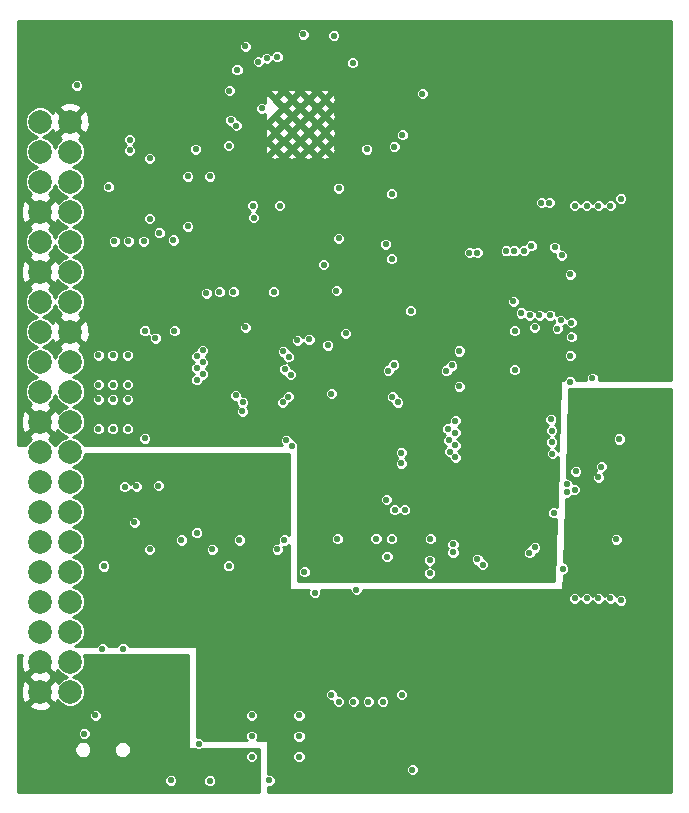
<source format=gbr>
G04 #@! TF.GenerationSoftware,KiCad,Pcbnew,5.0.2+dfsg1-1~bpo9+1*
G04 #@! TF.CreationDate,2019-11-04T18:03:59+01:00*
G04 #@! TF.ProjectId,zglue-demo-board,7a676c75-652d-4646-956d-6f2d626f6172,rev?*
G04 #@! TF.SameCoordinates,Original*
G04 #@! TF.FileFunction,Copper,L5,Inr*
G04 #@! TF.FilePolarity,Positive*
%FSLAX46Y46*%
G04 Gerber Fmt 4.6, Leading zero omitted, Abs format (unit mm)*
G04 Created by KiCad (PCBNEW 5.0.2+dfsg1-1~bpo9+1) date Mon 04 Nov 2019 06:03:59 PM CET*
%MOMM*%
%LPD*%
G01*
G04 APERTURE LIST*
G04 #@! TA.AperFunction,ViaPad*
%ADD10C,0.500000*%
G04 #@! TD*
G04 #@! TA.AperFunction,ViaPad*
%ADD11C,2.000000*%
G04 #@! TD*
G04 #@! TA.AperFunction,ViaPad*
%ADD12C,0.550000*%
G04 #@! TD*
G04 #@! TA.AperFunction,Conductor*
%ADD13C,0.254000*%
G04 #@! TD*
G04 APERTURE END LIST*
D10*
G04 #@! TO.N,GND*
G04 #@! TO.C,U6*
X26350000Y-11200000D03*
X24950000Y-11200000D03*
X23550000Y-11200000D03*
X22150000Y-11200000D03*
X26350000Y-9800000D03*
X24950000Y-9800000D03*
X23550000Y-9800000D03*
X22150000Y-9800000D03*
X26350000Y-8400000D03*
X24950000Y-8400000D03*
X23550000Y-8400000D03*
X22150000Y-8400000D03*
X26350000Y-7000000D03*
X24950000Y-7000000D03*
X23550000Y-7000000D03*
X22150000Y-7000000D03*
G04 #@! TD*
D11*
G04 #@! TO.N,Net-(J4-Pad40)*
G04 #@! TO.C,J4*
X2230000Y-8870000D03*
G04 #@! TO.N,GND*
X4770000Y-8870000D03*
G04 #@! TO.N,Net-(J4-Pad38)*
X2230000Y-11410000D03*
G04 #@! TO.N,Net-(J4-Pad37)*
X4770000Y-11410000D03*
G04 #@! TO.N,Net-(J4-Pad36)*
X2230000Y-13950000D03*
G04 #@! TO.N,Net-(J4-Pad35)*
X4770000Y-13950000D03*
G04 #@! TO.N,GND*
X2230000Y-16490000D03*
G04 #@! TO.N,Net-(J4-Pad33)*
X4770000Y-16490000D03*
G04 #@! TO.N,Net-(J4-Pad32)*
X2230000Y-19030000D03*
G04 #@! TO.N,Net-(J4-Pad31)*
X4770000Y-19030000D03*
G04 #@! TO.N,GND*
X2230000Y-21570000D03*
G04 #@! TO.N,Net-(J4-Pad29)*
X4770000Y-21570000D03*
G04 #@! TO.N,Net-(J4-Pad28)*
X2230000Y-24110000D03*
G04 #@! TO.N,Net-(J4-Pad27)*
X4770000Y-24110000D03*
G04 #@! TO.N,Net-(J4-Pad26)*
X2230000Y-26650000D03*
G04 #@! TO.N,GND*
X4770000Y-26650000D03*
G04 #@! TO.N,Net-(J4-Pad24)*
X2230000Y-29190000D03*
G04 #@! TO.N,Net-(J4-Pad23)*
X4770000Y-29190000D03*
G04 #@! TO.N,Net-(J4-Pad22)*
X2230000Y-31730000D03*
G04 #@! TO.N,Net-(J4-Pad21)*
X4770000Y-31730000D03*
G04 #@! TO.N,GND*
X2230000Y-34270000D03*
G04 #@! TO.N,Net-(J4-Pad19)*
X4770000Y-34270000D03*
G04 #@! TO.N,Net-(J4-Pad18)*
X2230000Y-36810000D03*
G04 #@! TO.N,Net-(J4-Pad1)*
X4770000Y-36810000D03*
G04 #@! TO.N,Net-(J4-Pad16)*
X2230000Y-39350000D03*
G04 #@! TO.N,Net-(J4-Pad15)*
X4770000Y-39350000D03*
G04 #@! TO.N,GND*
X2230000Y-41890000D03*
G04 #@! TO.N,Net-(J4-Pad13)*
X4770000Y-41890000D03*
G04 #@! TO.N,Net-(J4-Pad12)*
X2230000Y-44430000D03*
G04 #@! TO.N,Net-(J4-Pad11)*
X4770000Y-44430000D03*
G04 #@! TO.N,Net-(J4-Pad10)*
X2230000Y-46970000D03*
G04 #@! TO.N,GND*
X4770000Y-46970000D03*
G04 #@! TO.N,Net-(J4-Pad8)*
X2230000Y-49510000D03*
G04 #@! TO.N,Net-(J4-Pad7)*
X4770000Y-49510000D03*
G04 #@! TO.N,GND*
X2230000Y-52050000D03*
G04 #@! TO.N,Net-(J4-Pad5)*
X4770000Y-52050000D03*
G04 #@! TO.N,/5V0_IN*
X2230000Y-54590000D03*
G04 #@! TO.N,Net-(J4-Pad3)*
X4770000Y-54590000D03*
G04 #@! TO.N,/5V0_IN*
X2230000Y-57130000D03*
G04 #@! TO.N,Net-(J4-Pad1)*
X4770000Y-57130000D03*
G04 #@! TD*
D12*
G04 #@! TO.N,/CSI_CLK_IN_N*
X43641351Y-45388649D03*
X23278649Y-28798649D03*
G04 #@! TO.N,GND*
X24500000Y-14750000D03*
X18750000Y-12500000D03*
X18750000Y-11500000D03*
X16500000Y-6750000D03*
X17500000Y-6750000D03*
X18750000Y-5250000D03*
X18750000Y-10250000D03*
X18835883Y-7335883D03*
X8000000Y-5250000D03*
X21000000Y-18750000D03*
X32000000Y-9500000D03*
X33000000Y-13250000D03*
X30000000Y-12000000D03*
X31000000Y-1500000D03*
X29250000Y-750000D03*
X28000000Y-1500000D03*
X25500000Y-1500000D03*
X21500000Y-1500000D03*
X27000000Y-3750000D03*
X30000000Y-5750000D03*
X32000000Y-5500000D03*
X33750000Y-63750000D03*
X7500000Y-53500000D03*
X9250000Y-53500000D03*
X25500000Y-44250000D03*
X25500000Y-48750000D03*
X46500000Y-46750000D03*
X43500000Y-46750000D03*
X40500000Y-46750000D03*
X37500000Y-46750000D03*
X16500000Y-11250000D03*
X17500000Y-11250000D03*
X13000000Y-6250000D03*
X51250000Y-35750000D03*
X51000000Y-44250000D03*
X49750000Y-38100000D03*
X49500000Y-39000000D03*
X51000000Y-21250000D03*
X50750000Y-30500000D03*
X48750000Y-23750000D03*
X48750000Y-24750000D03*
X37500000Y-16500000D03*
X40500000Y-16500000D03*
X43500000Y-16500000D03*
X41500000Y-24750000D03*
X41500000Y-26000000D03*
X42000000Y-30500000D03*
X16100000Y-31300000D03*
X23200000Y-27500000D03*
X19600000Y-28200000D03*
X23500000Y-31200000D03*
X23300000Y-33700000D03*
X22400000Y-34300000D03*
X22400000Y-35700000D03*
X32300000Y-28200000D03*
X32700000Y-29000000D03*
X30900000Y-31800000D03*
X33600000Y-32800000D03*
X32800000Y-35000000D03*
X33600000Y-35800000D03*
X39900000Y-37800000D03*
X40100000Y-34700000D03*
X40100000Y-31500000D03*
X40600000Y-20000000D03*
X47200000Y-22700000D03*
X47100000Y-29500000D03*
X47490000Y-40037510D03*
X13800000Y-14400000D03*
X9900000Y-17300000D03*
X31600000Y-46375013D03*
X47558420Y-26534458D03*
X46500000Y-19500000D03*
X15739117Y-5989117D03*
X9700000Y-26600000D03*
X9400000Y-39800000D03*
X21650000Y-64650000D03*
X15900000Y-33125010D03*
X4750000Y-6650000D03*
X4800000Y-1100000D03*
X5950000Y-60700000D03*
X6900000Y-59150000D03*
G04 #@! TO.N,/CSI_D2_IN_P*
X37190000Y-44672500D03*
X23248649Y-32161351D03*
G04 #@! TO.N,/CSI_D2_IN_N*
X37190000Y-45347500D03*
X22771351Y-32638649D03*
G04 #@! TO.N,/CSI_D1_IN_P*
X39708649Y-46388649D03*
X22961351Y-29831351D03*
G04 #@! TO.N,/CSI_D1_IN_N*
X39231351Y-45911351D03*
X23438649Y-30308649D03*
G04 #@! TO.N,/CSI_CLK_IN_P*
X44118649Y-44911351D03*
X22801351Y-28321351D03*
G04 #@! TO.N,/CAM_GPIO*
X47500000Y-49250000D03*
X47500000Y-16000000D03*
G04 #@! TO.N,/CAM_CLK*
X48500000Y-49250000D03*
X48500000Y-16000000D03*
G04 #@! TO.N,/CAM_SCL*
X49500000Y-49250000D03*
X49500000Y-16000000D03*
G04 #@! TO.N,/CAM_SDA*
X50500000Y-49250000D03*
X50500000Y-16000000D03*
G04 #@! TO.N,/3V3_SYS*
X16800000Y-45100000D03*
X11500000Y-45100000D03*
X22300000Y-45100000D03*
X26900000Y-31900000D03*
X51400000Y-15400000D03*
X51400000Y-49400000D03*
X33600000Y-24900000D03*
G04 #@! TO.N,/CSI_CLK_OUT_P*
X37088649Y-29511351D03*
X45337500Y-15750000D03*
G04 #@! TO.N,/CSI_D1_OUT_N*
X31701351Y-29958649D03*
X38582500Y-19970000D03*
G04 #@! TO.N,/CSI_D1_OUT_P*
X32178649Y-29481351D03*
X39257500Y-19970000D03*
G04 #@! TO.N,/CSI_D2_OUT_N*
X32528649Y-32658649D03*
X41682500Y-19830000D03*
G04 #@! TO.N,/CSI_D2_OUT_P*
X32051351Y-32181351D03*
X42357500Y-19830000D03*
G04 #@! TO.N,/CSI_CLK_OUT_N*
X36611351Y-29988649D03*
X44662500Y-15750000D03*
G04 #@! TO.N,/PROG_USB_D_N*
X18354986Y-8755162D03*
X47197079Y-27104610D03*
G04 #@! TO.N,/PROG_USB_D_P*
X18839654Y-9224990D03*
X47200000Y-25900000D03*
G04 #@! TO.N,/5V0_DBG_USB*
X34600000Y-6500000D03*
X49000000Y-30600000D03*
G04 #@! TO.N,/USB_D_N*
X23538649Y-36338649D03*
X46800000Y-40237500D03*
G04 #@! TO.N,/USB_D_P*
X23061351Y-35861351D03*
X46800000Y-39562500D03*
G04 #@! TO.N,/E_PROC_SO_3V3*
X43800000Y-19400000D03*
X17400000Y-23300000D03*
G04 #@! TO.N,/E_PROC_SI_3V3*
X43200000Y-19800000D03*
X18600000Y-23300000D03*
G04 #@! TO.N,/E_PROC_SS_3V3*
X46400000Y-20200000D03*
X19600000Y-26300000D03*
G04 #@! TO.N,/E_PROC_SCK_3V3*
X45800000Y-19500000D03*
X16300000Y-23400000D03*
G04 #@! TO.N,/E_CTRL_SS_3V3*
X26250000Y-21000000D03*
X27500000Y-18750000D03*
X46000000Y-26400000D03*
X26600000Y-27800000D03*
G04 #@! TO.N,/E_CTRL_SO_3V3*
X44100000Y-26300000D03*
X25000000Y-27300000D03*
G04 #@! TO.N,/E_PROC_RST_3V3*
X27300000Y-23200000D03*
X22000000Y-23300000D03*
G04 #@! TO.N,/1V8_SYS*
X11100000Y-35700000D03*
X14200000Y-44300000D03*
X19100000Y-44300000D03*
X18200000Y-46500000D03*
X7625010Y-46502963D03*
G04 #@! TO.N,/E_CTRL_SI_3V3*
X42400000Y-26600000D03*
X28100000Y-26800000D03*
G04 #@! TO.N,/E_CTRL_SCK_3V3*
X46300000Y-25700000D03*
X24000000Y-27400000D03*
G04 #@! TO.N,Net-(R7-Pad1)*
X20700000Y-3800000D03*
X15400000Y-11200000D03*
G04 #@! TO.N,Net-(R6-Pad1)*
X11500000Y-12000000D03*
X14750000Y-13500000D03*
X21403749Y-3498126D03*
G04 #@! TO.N,Net-(R5-Pad2)*
X9800000Y-10400000D03*
X22300000Y-3400000D03*
G04 #@! TO.N,/VUSB*
X47750000Y-45750000D03*
X50250000Y-45750000D03*
X50500000Y-32750000D03*
X47500000Y-32750000D03*
X23000000Y-37600000D03*
X22900000Y-38800000D03*
X14960000Y-40630000D03*
X16100000Y-58650000D03*
X16050000Y-59800000D03*
G04 #@! TO.N,/5V0_IN*
X7500000Y-56500000D03*
X6680494Y-55961746D03*
X11850000Y-57600000D03*
X11850000Y-59800000D03*
X8150000Y-59100000D03*
X9100000Y-60650000D03*
G04 #@! TO.N,/VCCIO1*
X31600000Y-45700000D03*
X22900000Y-44300000D03*
X24600000Y-47000000D03*
G04 #@! TO.N,Net-(R25-Pad2)*
X29000000Y-48500000D03*
X32000000Y-44200000D03*
G04 #@! TO.N,Net-(R30-Pad2)*
X45484655Y-34095345D03*
X42950000Y-25080000D03*
G04 #@! TO.N,Net-(R31-Pad2)*
X45560000Y-35040000D03*
X43680000Y-25260000D03*
G04 #@! TO.N,Net-(R32-Pad2)*
X45560000Y-36010000D03*
X44500000Y-25260000D03*
G04 #@! TO.N,Net-(R33-Pad2)*
X45600000Y-37000000D03*
X45400000Y-25260000D03*
G04 #@! TO.N,/VCCIO3*
X42300000Y-24100000D03*
X47100000Y-21800000D03*
X10200000Y-42800000D03*
X47100000Y-30900000D03*
G04 #@! TO.N,/VCCIO2*
X42400000Y-29900000D03*
X47100000Y-28700000D03*
X15500000Y-43700000D03*
G04 #@! TO.N,Net-(R29-Pad2)*
X45700000Y-42000000D03*
X47600000Y-38500000D03*
G04 #@! TO.N,/TMS*
X16000000Y-29250000D03*
X27500000Y-58000000D03*
G04 #@! TO.N,/TCK*
X15500000Y-29750000D03*
X28750000Y-58000000D03*
X26900000Y-57400000D03*
G04 #@! TO.N,/TDO*
X15500000Y-28750000D03*
X30000000Y-58000000D03*
G04 #@! TO.N,/TDI*
X16000000Y-28250000D03*
X31250000Y-58000000D03*
G04 #@! TO.N,/LED3_ISINK*
X8400000Y-28650000D03*
X19350000Y-33400000D03*
G04 #@! TO.N,/LED2_ISINK*
X9650000Y-28650000D03*
X19400000Y-32650000D03*
G04 #@! TO.N,/LED1_ISINK*
X7150000Y-28650000D03*
X18800000Y-32050000D03*
G04 #@! TO.N,/PWR_BTN*
X14749199Y-17749199D03*
X5350000Y-5800000D03*
G04 #@! TO.N,/DBG_RX*
X15500000Y-30750000D03*
X32000000Y-20500000D03*
G04 #@! TO.N,/DBG_TX*
X16000000Y-30250000D03*
X31500000Y-19250000D03*
G04 #@! TO.N,/CTRL_OUT*
X32850000Y-57400000D03*
X16600000Y-64700000D03*
G04 #@! TO.N,/PROC_OUT_0*
X9650000Y-32400000D03*
X31539444Y-40875000D03*
G04 #@! TO.N,/PROC_OUT_1*
X8400000Y-32400000D03*
X33100000Y-41750000D03*
G04 #@! TO.N,/PROC_OUT_2*
X7150000Y-32400000D03*
X32250000Y-41750000D03*
G04 #@! TO.N,/E_PROC_RST*
X35200000Y-46000000D03*
X37700000Y-28300000D03*
G04 #@! TO.N,/CTRL_RST_FLASH_SOC_CS*
X35200000Y-47100000D03*
X37700000Y-31300000D03*
X8500000Y-19000000D03*
G04 #@! TO.N,/DONE*
X35275010Y-44200000D03*
X37400000Y-34200000D03*
X13500000Y-18900000D03*
G04 #@! TO.N,/FLASH_CLK*
X36759637Y-34900000D03*
X13600000Y-26600000D03*
G04 #@! TO.N,/FLASH_CS*
X37400000Y-35200000D03*
X9700000Y-19000000D03*
G04 #@! TO.N,/FLASH_IO0*
X36839365Y-35850587D03*
X11100000Y-26600000D03*
G04 #@! TO.N,/FLASH_IO1*
X37362623Y-36277000D03*
X11000000Y-19000000D03*
G04 #@! TO.N,/FLASH_IO2*
X36922702Y-36822702D03*
X32800000Y-36900000D03*
X12000000Y-27200000D03*
G04 #@! TO.N,/FLASH_IO3*
X37400000Y-37300000D03*
X32800000Y-37800000D03*
X12300000Y-18300000D03*
G04 #@! TO.N,/VCCIO*
X27500000Y-14500000D03*
X32000000Y-15000000D03*
X20300000Y-17000000D03*
X32900000Y-10000000D03*
X24500000Y-1500000D03*
G04 #@! TO.N,Net-(R9-Pad2)*
X18250000Y-6250000D03*
X21000000Y-7750000D03*
G04 #@! TO.N,Net-(R14-Pad1)*
X20250000Y-16000000D03*
X22500000Y-16000000D03*
G04 #@! TO.N,/3V3_FTDI*
X8000000Y-14400000D03*
X11500000Y-17100000D03*
X9800000Y-11300000D03*
X16600000Y-13500000D03*
X32200000Y-11000000D03*
G04 #@! TO.N,/1V8_FTDI*
X28700000Y-3900000D03*
X27100000Y-1600000D03*
X19600000Y-2500000D03*
X29900000Y-11200000D03*
X18200000Y-10900000D03*
X18900000Y-4500000D03*
G04 #@! TO.N,/CTRL_RST_FLASH_SOC_CS_3V3*
X27400000Y-44200000D03*
X30669474Y-44175010D03*
G04 #@! TO.N,Net-(D6-Pad2)*
X10380000Y-39770000D03*
X12240000Y-39690000D03*
G04 #@! TO.N,Net-(D7-Pad2)*
X13300000Y-64650000D03*
X15650000Y-61550000D03*
G04 #@! TO.N,Net-(D11-Pad2)*
X20150000Y-60900000D03*
X8400000Y-34900000D03*
G04 #@! TO.N,Net-(D8-Pad2)*
X24150000Y-60900000D03*
X7150000Y-31150000D03*
G04 #@! TO.N,Net-(D10-Pad2)*
X24150000Y-59150000D03*
X9650000Y-31150000D03*
G04 #@! TO.N,Net-(D13-Pad2)*
X20150000Y-62650000D03*
X7150000Y-34900000D03*
G04 #@! TO.N,Net-(D12-Pad2)*
X24150000Y-62650000D03*
X8400000Y-31150000D03*
G04 #@! TO.N,Net-(D9-Pad2)*
X20150000Y-59150000D03*
X9650000Y-34900000D03*
G04 #@! TD*
D13*
G04 #@! TO.N,/VUSB*
G36*
X55648000Y-65648000D02*
X21527000Y-65648000D01*
X21527000Y-65196532D01*
X21540200Y-65202000D01*
X21759800Y-65202000D01*
X21962683Y-65117963D01*
X22117963Y-64962683D01*
X22202000Y-64759800D01*
X22202000Y-64540200D01*
X22117963Y-64337317D01*
X21962683Y-64182037D01*
X21759800Y-64098000D01*
X21540200Y-64098000D01*
X21527000Y-64103468D01*
X21527000Y-63640200D01*
X33198000Y-63640200D01*
X33198000Y-63859800D01*
X33282037Y-64062683D01*
X33437317Y-64217963D01*
X33640200Y-64302000D01*
X33859800Y-64302000D01*
X34062683Y-64217963D01*
X34217963Y-64062683D01*
X34302000Y-63859800D01*
X34302000Y-63640200D01*
X34217963Y-63437317D01*
X34062683Y-63282037D01*
X33859800Y-63198000D01*
X33640200Y-63198000D01*
X33437317Y-63282037D01*
X33282037Y-63437317D01*
X33198000Y-63640200D01*
X21527000Y-63640200D01*
X21527000Y-62540200D01*
X23598000Y-62540200D01*
X23598000Y-62759800D01*
X23682037Y-62962683D01*
X23837317Y-63117963D01*
X24040200Y-63202000D01*
X24259800Y-63202000D01*
X24462683Y-63117963D01*
X24617963Y-62962683D01*
X24702000Y-62759800D01*
X24702000Y-62540200D01*
X24617963Y-62337317D01*
X24462683Y-62182037D01*
X24259800Y-62098000D01*
X24040200Y-62098000D01*
X23837317Y-62182037D01*
X23682037Y-62337317D01*
X23598000Y-62540200D01*
X21527000Y-62540200D01*
X21527000Y-61400000D01*
X21517333Y-61351399D01*
X21489803Y-61310197D01*
X21448601Y-61282667D01*
X21400000Y-61273000D01*
X20557646Y-61273000D01*
X20617963Y-61212683D01*
X20702000Y-61009800D01*
X20702000Y-60790200D01*
X23598000Y-60790200D01*
X23598000Y-61009800D01*
X23682037Y-61212683D01*
X23837317Y-61367963D01*
X24040200Y-61452000D01*
X24259800Y-61452000D01*
X24462683Y-61367963D01*
X24617963Y-61212683D01*
X24702000Y-61009800D01*
X24702000Y-60790200D01*
X24617963Y-60587317D01*
X24462683Y-60432037D01*
X24259800Y-60348000D01*
X24040200Y-60348000D01*
X23837317Y-60432037D01*
X23682037Y-60587317D01*
X23598000Y-60790200D01*
X20702000Y-60790200D01*
X20617963Y-60587317D01*
X20462683Y-60432037D01*
X20259800Y-60348000D01*
X20040200Y-60348000D01*
X19837317Y-60432037D01*
X19682037Y-60587317D01*
X19598000Y-60790200D01*
X19598000Y-61009800D01*
X19682037Y-61212683D01*
X19742354Y-61273000D01*
X16132743Y-61273000D01*
X16117963Y-61237317D01*
X15962683Y-61082037D01*
X15759800Y-60998000D01*
X15540200Y-60998000D01*
X15527000Y-61003468D01*
X15527000Y-59040200D01*
X19598000Y-59040200D01*
X19598000Y-59259800D01*
X19682037Y-59462683D01*
X19837317Y-59617963D01*
X20040200Y-59702000D01*
X20259800Y-59702000D01*
X20462683Y-59617963D01*
X20617963Y-59462683D01*
X20702000Y-59259800D01*
X20702000Y-59040200D01*
X23598000Y-59040200D01*
X23598000Y-59259800D01*
X23682037Y-59462683D01*
X23837317Y-59617963D01*
X24040200Y-59702000D01*
X24259800Y-59702000D01*
X24462683Y-59617963D01*
X24617963Y-59462683D01*
X24702000Y-59259800D01*
X24702000Y-59040200D01*
X24617963Y-58837317D01*
X24462683Y-58682037D01*
X24259800Y-58598000D01*
X24040200Y-58598000D01*
X23837317Y-58682037D01*
X23682037Y-58837317D01*
X23598000Y-59040200D01*
X20702000Y-59040200D01*
X20617963Y-58837317D01*
X20462683Y-58682037D01*
X20259800Y-58598000D01*
X20040200Y-58598000D01*
X19837317Y-58682037D01*
X19682037Y-58837317D01*
X19598000Y-59040200D01*
X15527000Y-59040200D01*
X15527000Y-57290200D01*
X26348000Y-57290200D01*
X26348000Y-57509800D01*
X26432037Y-57712683D01*
X26587317Y-57867963D01*
X26790200Y-57952000D01*
X26948000Y-57952000D01*
X26948000Y-58109800D01*
X27032037Y-58312683D01*
X27187317Y-58467963D01*
X27390200Y-58552000D01*
X27609800Y-58552000D01*
X27812683Y-58467963D01*
X27967963Y-58312683D01*
X28052000Y-58109800D01*
X28052000Y-57890200D01*
X28198000Y-57890200D01*
X28198000Y-58109800D01*
X28282037Y-58312683D01*
X28437317Y-58467963D01*
X28640200Y-58552000D01*
X28859800Y-58552000D01*
X29062683Y-58467963D01*
X29217963Y-58312683D01*
X29302000Y-58109800D01*
X29302000Y-57890200D01*
X29448000Y-57890200D01*
X29448000Y-58109800D01*
X29532037Y-58312683D01*
X29687317Y-58467963D01*
X29890200Y-58552000D01*
X30109800Y-58552000D01*
X30312683Y-58467963D01*
X30467963Y-58312683D01*
X30552000Y-58109800D01*
X30552000Y-57890200D01*
X30698000Y-57890200D01*
X30698000Y-58109800D01*
X30782037Y-58312683D01*
X30937317Y-58467963D01*
X31140200Y-58552000D01*
X31359800Y-58552000D01*
X31562683Y-58467963D01*
X31717963Y-58312683D01*
X31802000Y-58109800D01*
X31802000Y-57890200D01*
X31717963Y-57687317D01*
X31562683Y-57532037D01*
X31359800Y-57448000D01*
X31140200Y-57448000D01*
X30937317Y-57532037D01*
X30782037Y-57687317D01*
X30698000Y-57890200D01*
X30552000Y-57890200D01*
X30467963Y-57687317D01*
X30312683Y-57532037D01*
X30109800Y-57448000D01*
X29890200Y-57448000D01*
X29687317Y-57532037D01*
X29532037Y-57687317D01*
X29448000Y-57890200D01*
X29302000Y-57890200D01*
X29217963Y-57687317D01*
X29062683Y-57532037D01*
X28859800Y-57448000D01*
X28640200Y-57448000D01*
X28437317Y-57532037D01*
X28282037Y-57687317D01*
X28198000Y-57890200D01*
X28052000Y-57890200D01*
X27967963Y-57687317D01*
X27812683Y-57532037D01*
X27609800Y-57448000D01*
X27452000Y-57448000D01*
X27452000Y-57290200D01*
X32298000Y-57290200D01*
X32298000Y-57509800D01*
X32382037Y-57712683D01*
X32537317Y-57867963D01*
X32740200Y-57952000D01*
X32959800Y-57952000D01*
X33162683Y-57867963D01*
X33317963Y-57712683D01*
X33402000Y-57509800D01*
X33402000Y-57290200D01*
X33317963Y-57087317D01*
X33162683Y-56932037D01*
X32959800Y-56848000D01*
X32740200Y-56848000D01*
X32537317Y-56932037D01*
X32382037Y-57087317D01*
X32298000Y-57290200D01*
X27452000Y-57290200D01*
X27367963Y-57087317D01*
X27212683Y-56932037D01*
X27009800Y-56848000D01*
X26790200Y-56848000D01*
X26587317Y-56932037D01*
X26432037Y-57087317D01*
X26348000Y-57290200D01*
X15527000Y-57290200D01*
X15527000Y-53400000D01*
X15517333Y-53351399D01*
X15489803Y-53310197D01*
X15448601Y-53282667D01*
X15400000Y-53273000D01*
X9753454Y-53273000D01*
X9717963Y-53187317D01*
X9562683Y-53032037D01*
X9359800Y-52948000D01*
X9140200Y-52948000D01*
X8937317Y-53032037D01*
X8782037Y-53187317D01*
X8746546Y-53273000D01*
X8003454Y-53273000D01*
X7967963Y-53187317D01*
X7812683Y-53032037D01*
X7609800Y-52948000D01*
X7390200Y-52948000D01*
X7187317Y-53032037D01*
X7032037Y-53187317D01*
X6996546Y-53273000D01*
X5154378Y-53273000D01*
X5493362Y-53132588D01*
X5852588Y-52773362D01*
X6047000Y-52304011D01*
X6047000Y-51795989D01*
X5852588Y-51326638D01*
X5493362Y-50967412D01*
X5040910Y-50780000D01*
X5493362Y-50592588D01*
X5852588Y-50233362D01*
X6047000Y-49764011D01*
X6047000Y-49255989D01*
X5852588Y-48786638D01*
X5493362Y-48427412D01*
X5040910Y-48240000D01*
X5493362Y-48052588D01*
X5852588Y-47693362D01*
X6047000Y-47224011D01*
X6047000Y-46715989D01*
X5913281Y-46393163D01*
X7073010Y-46393163D01*
X7073010Y-46612763D01*
X7157047Y-46815646D01*
X7312327Y-46970926D01*
X7515210Y-47054963D01*
X7734810Y-47054963D01*
X7937693Y-46970926D01*
X8092973Y-46815646D01*
X8177010Y-46612763D01*
X8177010Y-46393163D01*
X8175783Y-46390200D01*
X17648000Y-46390200D01*
X17648000Y-46609800D01*
X17732037Y-46812683D01*
X17887317Y-46967963D01*
X18090200Y-47052000D01*
X18309800Y-47052000D01*
X18512683Y-46967963D01*
X18667963Y-46812683D01*
X18752000Y-46609800D01*
X18752000Y-46390200D01*
X18667963Y-46187317D01*
X18512683Y-46032037D01*
X18309800Y-45948000D01*
X18090200Y-45948000D01*
X17887317Y-46032037D01*
X17732037Y-46187317D01*
X17648000Y-46390200D01*
X8175783Y-46390200D01*
X8092973Y-46190280D01*
X7937693Y-46035000D01*
X7734810Y-45950963D01*
X7515210Y-45950963D01*
X7312327Y-46035000D01*
X7157047Y-46190280D01*
X7073010Y-46393163D01*
X5913281Y-46393163D01*
X5852588Y-46246638D01*
X5493362Y-45887412D01*
X5040910Y-45700000D01*
X5493362Y-45512588D01*
X5852588Y-45153362D01*
X5920172Y-44990200D01*
X10948000Y-44990200D01*
X10948000Y-45209800D01*
X11032037Y-45412683D01*
X11187317Y-45567963D01*
X11390200Y-45652000D01*
X11609800Y-45652000D01*
X11812683Y-45567963D01*
X11967963Y-45412683D01*
X12052000Y-45209800D01*
X12052000Y-44990200D01*
X16248000Y-44990200D01*
X16248000Y-45209800D01*
X16332037Y-45412683D01*
X16487317Y-45567963D01*
X16690200Y-45652000D01*
X16909800Y-45652000D01*
X17112683Y-45567963D01*
X17267963Y-45412683D01*
X17352000Y-45209800D01*
X17352000Y-44990200D01*
X17267963Y-44787317D01*
X17112683Y-44632037D01*
X16909800Y-44548000D01*
X16690200Y-44548000D01*
X16487317Y-44632037D01*
X16332037Y-44787317D01*
X16248000Y-44990200D01*
X12052000Y-44990200D01*
X11967963Y-44787317D01*
X11812683Y-44632037D01*
X11609800Y-44548000D01*
X11390200Y-44548000D01*
X11187317Y-44632037D01*
X11032037Y-44787317D01*
X10948000Y-44990200D01*
X5920172Y-44990200D01*
X6047000Y-44684011D01*
X6047000Y-44190200D01*
X13648000Y-44190200D01*
X13648000Y-44409800D01*
X13732037Y-44612683D01*
X13887317Y-44767963D01*
X14090200Y-44852000D01*
X14309800Y-44852000D01*
X14512683Y-44767963D01*
X14667963Y-44612683D01*
X14752000Y-44409800D01*
X14752000Y-44190200D01*
X14667963Y-43987317D01*
X14512683Y-43832037D01*
X14309800Y-43748000D01*
X14090200Y-43748000D01*
X13887317Y-43832037D01*
X13732037Y-43987317D01*
X13648000Y-44190200D01*
X6047000Y-44190200D01*
X6047000Y-44175989D01*
X5852588Y-43706638D01*
X5736150Y-43590200D01*
X14948000Y-43590200D01*
X14948000Y-43809800D01*
X15032037Y-44012683D01*
X15187317Y-44167963D01*
X15390200Y-44252000D01*
X15609800Y-44252000D01*
X15758998Y-44190200D01*
X18548000Y-44190200D01*
X18548000Y-44409800D01*
X18632037Y-44612683D01*
X18787317Y-44767963D01*
X18990200Y-44852000D01*
X19209800Y-44852000D01*
X19412683Y-44767963D01*
X19567963Y-44612683D01*
X19652000Y-44409800D01*
X19652000Y-44190200D01*
X19567963Y-43987317D01*
X19412683Y-43832037D01*
X19209800Y-43748000D01*
X18990200Y-43748000D01*
X18787317Y-43832037D01*
X18632037Y-43987317D01*
X18548000Y-44190200D01*
X15758998Y-44190200D01*
X15812683Y-44167963D01*
X15967963Y-44012683D01*
X16052000Y-43809800D01*
X16052000Y-43590200D01*
X15967963Y-43387317D01*
X15812683Y-43232037D01*
X15609800Y-43148000D01*
X15390200Y-43148000D01*
X15187317Y-43232037D01*
X15032037Y-43387317D01*
X14948000Y-43590200D01*
X5736150Y-43590200D01*
X5493362Y-43347412D01*
X5040910Y-43160000D01*
X5493362Y-42972588D01*
X5775750Y-42690200D01*
X9648000Y-42690200D01*
X9648000Y-42909800D01*
X9732037Y-43112683D01*
X9887317Y-43267963D01*
X10090200Y-43352000D01*
X10309800Y-43352000D01*
X10512683Y-43267963D01*
X10667963Y-43112683D01*
X10752000Y-42909800D01*
X10752000Y-42690200D01*
X10667963Y-42487317D01*
X10512683Y-42332037D01*
X10309800Y-42248000D01*
X10090200Y-42248000D01*
X9887317Y-42332037D01*
X9732037Y-42487317D01*
X9648000Y-42690200D01*
X5775750Y-42690200D01*
X5852588Y-42613362D01*
X6047000Y-42144011D01*
X6047000Y-41635989D01*
X5852588Y-41166638D01*
X5493362Y-40807412D01*
X5040910Y-40620000D01*
X5493362Y-40432588D01*
X5852588Y-40073362D01*
X6011299Y-39690200D01*
X8848000Y-39690200D01*
X8848000Y-39909800D01*
X8932037Y-40112683D01*
X9087317Y-40267963D01*
X9290200Y-40352000D01*
X9509800Y-40352000D01*
X9712683Y-40267963D01*
X9867963Y-40112683D01*
X9896213Y-40044481D01*
X9912037Y-40082683D01*
X10067317Y-40237963D01*
X10270200Y-40322000D01*
X10489800Y-40322000D01*
X10692683Y-40237963D01*
X10847963Y-40082683D01*
X10932000Y-39879800D01*
X10932000Y-39660200D01*
X10898863Y-39580200D01*
X11688000Y-39580200D01*
X11688000Y-39799800D01*
X11772037Y-40002683D01*
X11927317Y-40157963D01*
X12130200Y-40242000D01*
X12349800Y-40242000D01*
X12552683Y-40157963D01*
X12707963Y-40002683D01*
X12792000Y-39799800D01*
X12792000Y-39580200D01*
X12707963Y-39377317D01*
X12552683Y-39222037D01*
X12349800Y-39138000D01*
X12130200Y-39138000D01*
X11927317Y-39222037D01*
X11772037Y-39377317D01*
X11688000Y-39580200D01*
X10898863Y-39580200D01*
X10847963Y-39457317D01*
X10692683Y-39302037D01*
X10489800Y-39218000D01*
X10270200Y-39218000D01*
X10067317Y-39302037D01*
X9912037Y-39457317D01*
X9883787Y-39525519D01*
X9867963Y-39487317D01*
X9712683Y-39332037D01*
X9509800Y-39248000D01*
X9290200Y-39248000D01*
X9087317Y-39332037D01*
X8932037Y-39487317D01*
X8848000Y-39690200D01*
X6011299Y-39690200D01*
X6047000Y-39604011D01*
X6047000Y-39095989D01*
X5852588Y-38626638D01*
X5493362Y-38267412D01*
X5040910Y-38080000D01*
X5493362Y-37892588D01*
X5852588Y-37533362D01*
X6047000Y-37064011D01*
X6047000Y-37027000D01*
X23273000Y-37027000D01*
X23273000Y-43892354D01*
X23212683Y-43832037D01*
X23009800Y-43748000D01*
X22790200Y-43748000D01*
X22587317Y-43832037D01*
X22432037Y-43987317D01*
X22348000Y-44190200D01*
X22348000Y-44409800D01*
X22405244Y-44548000D01*
X22190200Y-44548000D01*
X21987317Y-44632037D01*
X21832037Y-44787317D01*
X21748000Y-44990200D01*
X21748000Y-45209800D01*
X21832037Y-45412683D01*
X21987317Y-45567963D01*
X22190200Y-45652000D01*
X22409800Y-45652000D01*
X22612683Y-45567963D01*
X22767963Y-45412683D01*
X22852000Y-45209800D01*
X22852000Y-44990200D01*
X22794756Y-44852000D01*
X23009800Y-44852000D01*
X23212683Y-44767963D01*
X23273000Y-44707646D01*
X23273000Y-48400000D01*
X23282667Y-48448601D01*
X23310197Y-48489803D01*
X23351399Y-48517333D01*
X23400000Y-48527000D01*
X24994889Y-48527000D01*
X24948000Y-48640200D01*
X24948000Y-48859800D01*
X25032037Y-49062683D01*
X25187317Y-49217963D01*
X25390200Y-49302000D01*
X25609800Y-49302000D01*
X25812683Y-49217963D01*
X25890446Y-49140200D01*
X46948000Y-49140200D01*
X46948000Y-49359800D01*
X47032037Y-49562683D01*
X47187317Y-49717963D01*
X47390200Y-49802000D01*
X47609800Y-49802000D01*
X47812683Y-49717963D01*
X47967963Y-49562683D01*
X48000000Y-49485339D01*
X48032037Y-49562683D01*
X48187317Y-49717963D01*
X48390200Y-49802000D01*
X48609800Y-49802000D01*
X48812683Y-49717963D01*
X48967963Y-49562683D01*
X49000000Y-49485339D01*
X49032037Y-49562683D01*
X49187317Y-49717963D01*
X49390200Y-49802000D01*
X49609800Y-49802000D01*
X49812683Y-49717963D01*
X49967963Y-49562683D01*
X50000000Y-49485339D01*
X50032037Y-49562683D01*
X50187317Y-49717963D01*
X50390200Y-49802000D01*
X50609800Y-49802000D01*
X50812683Y-49717963D01*
X50898625Y-49632021D01*
X50932037Y-49712683D01*
X51087317Y-49867963D01*
X51290200Y-49952000D01*
X51509800Y-49952000D01*
X51712683Y-49867963D01*
X51867963Y-49712683D01*
X51952000Y-49509800D01*
X51952000Y-49290200D01*
X51867963Y-49087317D01*
X51712683Y-48932037D01*
X51509800Y-48848000D01*
X51290200Y-48848000D01*
X51087317Y-48932037D01*
X51001375Y-49017979D01*
X50967963Y-48937317D01*
X50812683Y-48782037D01*
X50609800Y-48698000D01*
X50390200Y-48698000D01*
X50187317Y-48782037D01*
X50032037Y-48937317D01*
X50000000Y-49014661D01*
X49967963Y-48937317D01*
X49812683Y-48782037D01*
X49609800Y-48698000D01*
X49390200Y-48698000D01*
X49187317Y-48782037D01*
X49032037Y-48937317D01*
X49000000Y-49014661D01*
X48967963Y-48937317D01*
X48812683Y-48782037D01*
X48609800Y-48698000D01*
X48390200Y-48698000D01*
X48187317Y-48782037D01*
X48032037Y-48937317D01*
X48000000Y-49014661D01*
X47967963Y-48937317D01*
X47812683Y-48782037D01*
X47609800Y-48698000D01*
X47390200Y-48698000D01*
X47187317Y-48782037D01*
X47032037Y-48937317D01*
X46948000Y-49140200D01*
X25890446Y-49140200D01*
X25967963Y-49062683D01*
X26052000Y-48859800D01*
X26052000Y-48640200D01*
X26005111Y-48527000D01*
X28448000Y-48527000D01*
X28448000Y-48609800D01*
X28532037Y-48812683D01*
X28687317Y-48967963D01*
X28890200Y-49052000D01*
X29109800Y-49052000D01*
X29312683Y-48967963D01*
X29467963Y-48812683D01*
X29552000Y-48609800D01*
X29552000Y-48527000D01*
X46400000Y-48527000D01*
X46448601Y-48517333D01*
X46489803Y-48489803D01*
X46517333Y-48448601D01*
X46526945Y-48403734D01*
X46559349Y-47302000D01*
X46609800Y-47302000D01*
X46812683Y-47217963D01*
X46967963Y-47062683D01*
X47052000Y-46859800D01*
X47052000Y-46640200D01*
X46967963Y-46437317D01*
X46812683Y-46282037D01*
X46609800Y-46198000D01*
X46591820Y-46198000D01*
X46652343Y-44140200D01*
X50448000Y-44140200D01*
X50448000Y-44359800D01*
X50532037Y-44562683D01*
X50687317Y-44717963D01*
X50890200Y-44802000D01*
X51109800Y-44802000D01*
X51312683Y-44717963D01*
X51467963Y-44562683D01*
X51552000Y-44359800D01*
X51552000Y-44140200D01*
X51467963Y-43937317D01*
X51312683Y-43782037D01*
X51109800Y-43698000D01*
X50890200Y-43698000D01*
X50687317Y-43782037D01*
X50532037Y-43937317D01*
X50448000Y-44140200D01*
X46652343Y-44140200D01*
X46750893Y-40789500D01*
X46909800Y-40789500D01*
X47112683Y-40705463D01*
X47267963Y-40550183D01*
X47270496Y-40544069D01*
X47380200Y-40589510D01*
X47599800Y-40589510D01*
X47802683Y-40505473D01*
X47957963Y-40350193D01*
X48042000Y-40147310D01*
X48042000Y-39927710D01*
X47957963Y-39724827D01*
X47802683Y-39569547D01*
X47599800Y-39485510D01*
X47380200Y-39485510D01*
X47352000Y-39497191D01*
X47352000Y-39452700D01*
X47267963Y-39249817D01*
X47112683Y-39094537D01*
X46909800Y-39010500D01*
X46803217Y-39010500D01*
X46821461Y-38390200D01*
X47048000Y-38390200D01*
X47048000Y-38609800D01*
X47132037Y-38812683D01*
X47287317Y-38967963D01*
X47490200Y-39052000D01*
X47709800Y-39052000D01*
X47912683Y-38967963D01*
X47990446Y-38890200D01*
X48948000Y-38890200D01*
X48948000Y-39109800D01*
X49032037Y-39312683D01*
X49187317Y-39467963D01*
X49390200Y-39552000D01*
X49609800Y-39552000D01*
X49812683Y-39467963D01*
X49967963Y-39312683D01*
X50052000Y-39109800D01*
X50052000Y-38890200D01*
X49967963Y-38687317D01*
X49911310Y-38630664D01*
X50062683Y-38567963D01*
X50217963Y-38412683D01*
X50302000Y-38209800D01*
X50302000Y-37990200D01*
X50217963Y-37787317D01*
X50062683Y-37632037D01*
X49859800Y-37548000D01*
X49640200Y-37548000D01*
X49437317Y-37632037D01*
X49282037Y-37787317D01*
X49198000Y-37990200D01*
X49198000Y-38209800D01*
X49282037Y-38412683D01*
X49338690Y-38469336D01*
X49187317Y-38532037D01*
X49032037Y-38687317D01*
X48948000Y-38890200D01*
X47990446Y-38890200D01*
X48067963Y-38812683D01*
X48152000Y-38609800D01*
X48152000Y-38390200D01*
X48067963Y-38187317D01*
X47912683Y-38032037D01*
X47709800Y-37948000D01*
X47490200Y-37948000D01*
X47287317Y-38032037D01*
X47132037Y-38187317D01*
X47048000Y-38390200D01*
X46821461Y-38390200D01*
X46902343Y-35640200D01*
X50698000Y-35640200D01*
X50698000Y-35859800D01*
X50782037Y-36062683D01*
X50937317Y-36217963D01*
X51140200Y-36302000D01*
X51359800Y-36302000D01*
X51562683Y-36217963D01*
X51717963Y-36062683D01*
X51802000Y-35859800D01*
X51802000Y-35640200D01*
X51717963Y-35437317D01*
X51562683Y-35282037D01*
X51359800Y-35198000D01*
X51140200Y-35198000D01*
X50937317Y-35282037D01*
X50782037Y-35437317D01*
X50698000Y-35640200D01*
X46902343Y-35640200D01*
X47023320Y-31527000D01*
X55648001Y-31527000D01*
X55648000Y-65648000D01*
X55648000Y-65648000D01*
G37*
X55648000Y-65648000D02*
X21527000Y-65648000D01*
X21527000Y-65196532D01*
X21540200Y-65202000D01*
X21759800Y-65202000D01*
X21962683Y-65117963D01*
X22117963Y-64962683D01*
X22202000Y-64759800D01*
X22202000Y-64540200D01*
X22117963Y-64337317D01*
X21962683Y-64182037D01*
X21759800Y-64098000D01*
X21540200Y-64098000D01*
X21527000Y-64103468D01*
X21527000Y-63640200D01*
X33198000Y-63640200D01*
X33198000Y-63859800D01*
X33282037Y-64062683D01*
X33437317Y-64217963D01*
X33640200Y-64302000D01*
X33859800Y-64302000D01*
X34062683Y-64217963D01*
X34217963Y-64062683D01*
X34302000Y-63859800D01*
X34302000Y-63640200D01*
X34217963Y-63437317D01*
X34062683Y-63282037D01*
X33859800Y-63198000D01*
X33640200Y-63198000D01*
X33437317Y-63282037D01*
X33282037Y-63437317D01*
X33198000Y-63640200D01*
X21527000Y-63640200D01*
X21527000Y-62540200D01*
X23598000Y-62540200D01*
X23598000Y-62759800D01*
X23682037Y-62962683D01*
X23837317Y-63117963D01*
X24040200Y-63202000D01*
X24259800Y-63202000D01*
X24462683Y-63117963D01*
X24617963Y-62962683D01*
X24702000Y-62759800D01*
X24702000Y-62540200D01*
X24617963Y-62337317D01*
X24462683Y-62182037D01*
X24259800Y-62098000D01*
X24040200Y-62098000D01*
X23837317Y-62182037D01*
X23682037Y-62337317D01*
X23598000Y-62540200D01*
X21527000Y-62540200D01*
X21527000Y-61400000D01*
X21517333Y-61351399D01*
X21489803Y-61310197D01*
X21448601Y-61282667D01*
X21400000Y-61273000D01*
X20557646Y-61273000D01*
X20617963Y-61212683D01*
X20702000Y-61009800D01*
X20702000Y-60790200D01*
X23598000Y-60790200D01*
X23598000Y-61009800D01*
X23682037Y-61212683D01*
X23837317Y-61367963D01*
X24040200Y-61452000D01*
X24259800Y-61452000D01*
X24462683Y-61367963D01*
X24617963Y-61212683D01*
X24702000Y-61009800D01*
X24702000Y-60790200D01*
X24617963Y-60587317D01*
X24462683Y-60432037D01*
X24259800Y-60348000D01*
X24040200Y-60348000D01*
X23837317Y-60432037D01*
X23682037Y-60587317D01*
X23598000Y-60790200D01*
X20702000Y-60790200D01*
X20617963Y-60587317D01*
X20462683Y-60432037D01*
X20259800Y-60348000D01*
X20040200Y-60348000D01*
X19837317Y-60432037D01*
X19682037Y-60587317D01*
X19598000Y-60790200D01*
X19598000Y-61009800D01*
X19682037Y-61212683D01*
X19742354Y-61273000D01*
X16132743Y-61273000D01*
X16117963Y-61237317D01*
X15962683Y-61082037D01*
X15759800Y-60998000D01*
X15540200Y-60998000D01*
X15527000Y-61003468D01*
X15527000Y-59040200D01*
X19598000Y-59040200D01*
X19598000Y-59259800D01*
X19682037Y-59462683D01*
X19837317Y-59617963D01*
X20040200Y-59702000D01*
X20259800Y-59702000D01*
X20462683Y-59617963D01*
X20617963Y-59462683D01*
X20702000Y-59259800D01*
X20702000Y-59040200D01*
X23598000Y-59040200D01*
X23598000Y-59259800D01*
X23682037Y-59462683D01*
X23837317Y-59617963D01*
X24040200Y-59702000D01*
X24259800Y-59702000D01*
X24462683Y-59617963D01*
X24617963Y-59462683D01*
X24702000Y-59259800D01*
X24702000Y-59040200D01*
X24617963Y-58837317D01*
X24462683Y-58682037D01*
X24259800Y-58598000D01*
X24040200Y-58598000D01*
X23837317Y-58682037D01*
X23682037Y-58837317D01*
X23598000Y-59040200D01*
X20702000Y-59040200D01*
X20617963Y-58837317D01*
X20462683Y-58682037D01*
X20259800Y-58598000D01*
X20040200Y-58598000D01*
X19837317Y-58682037D01*
X19682037Y-58837317D01*
X19598000Y-59040200D01*
X15527000Y-59040200D01*
X15527000Y-57290200D01*
X26348000Y-57290200D01*
X26348000Y-57509800D01*
X26432037Y-57712683D01*
X26587317Y-57867963D01*
X26790200Y-57952000D01*
X26948000Y-57952000D01*
X26948000Y-58109800D01*
X27032037Y-58312683D01*
X27187317Y-58467963D01*
X27390200Y-58552000D01*
X27609800Y-58552000D01*
X27812683Y-58467963D01*
X27967963Y-58312683D01*
X28052000Y-58109800D01*
X28052000Y-57890200D01*
X28198000Y-57890200D01*
X28198000Y-58109800D01*
X28282037Y-58312683D01*
X28437317Y-58467963D01*
X28640200Y-58552000D01*
X28859800Y-58552000D01*
X29062683Y-58467963D01*
X29217963Y-58312683D01*
X29302000Y-58109800D01*
X29302000Y-57890200D01*
X29448000Y-57890200D01*
X29448000Y-58109800D01*
X29532037Y-58312683D01*
X29687317Y-58467963D01*
X29890200Y-58552000D01*
X30109800Y-58552000D01*
X30312683Y-58467963D01*
X30467963Y-58312683D01*
X30552000Y-58109800D01*
X30552000Y-57890200D01*
X30698000Y-57890200D01*
X30698000Y-58109800D01*
X30782037Y-58312683D01*
X30937317Y-58467963D01*
X31140200Y-58552000D01*
X31359800Y-58552000D01*
X31562683Y-58467963D01*
X31717963Y-58312683D01*
X31802000Y-58109800D01*
X31802000Y-57890200D01*
X31717963Y-57687317D01*
X31562683Y-57532037D01*
X31359800Y-57448000D01*
X31140200Y-57448000D01*
X30937317Y-57532037D01*
X30782037Y-57687317D01*
X30698000Y-57890200D01*
X30552000Y-57890200D01*
X30467963Y-57687317D01*
X30312683Y-57532037D01*
X30109800Y-57448000D01*
X29890200Y-57448000D01*
X29687317Y-57532037D01*
X29532037Y-57687317D01*
X29448000Y-57890200D01*
X29302000Y-57890200D01*
X29217963Y-57687317D01*
X29062683Y-57532037D01*
X28859800Y-57448000D01*
X28640200Y-57448000D01*
X28437317Y-57532037D01*
X28282037Y-57687317D01*
X28198000Y-57890200D01*
X28052000Y-57890200D01*
X27967963Y-57687317D01*
X27812683Y-57532037D01*
X27609800Y-57448000D01*
X27452000Y-57448000D01*
X27452000Y-57290200D01*
X32298000Y-57290200D01*
X32298000Y-57509800D01*
X32382037Y-57712683D01*
X32537317Y-57867963D01*
X32740200Y-57952000D01*
X32959800Y-57952000D01*
X33162683Y-57867963D01*
X33317963Y-57712683D01*
X33402000Y-57509800D01*
X33402000Y-57290200D01*
X33317963Y-57087317D01*
X33162683Y-56932037D01*
X32959800Y-56848000D01*
X32740200Y-56848000D01*
X32537317Y-56932037D01*
X32382037Y-57087317D01*
X32298000Y-57290200D01*
X27452000Y-57290200D01*
X27367963Y-57087317D01*
X27212683Y-56932037D01*
X27009800Y-56848000D01*
X26790200Y-56848000D01*
X26587317Y-56932037D01*
X26432037Y-57087317D01*
X26348000Y-57290200D01*
X15527000Y-57290200D01*
X15527000Y-53400000D01*
X15517333Y-53351399D01*
X15489803Y-53310197D01*
X15448601Y-53282667D01*
X15400000Y-53273000D01*
X9753454Y-53273000D01*
X9717963Y-53187317D01*
X9562683Y-53032037D01*
X9359800Y-52948000D01*
X9140200Y-52948000D01*
X8937317Y-53032037D01*
X8782037Y-53187317D01*
X8746546Y-53273000D01*
X8003454Y-53273000D01*
X7967963Y-53187317D01*
X7812683Y-53032037D01*
X7609800Y-52948000D01*
X7390200Y-52948000D01*
X7187317Y-53032037D01*
X7032037Y-53187317D01*
X6996546Y-53273000D01*
X5154378Y-53273000D01*
X5493362Y-53132588D01*
X5852588Y-52773362D01*
X6047000Y-52304011D01*
X6047000Y-51795989D01*
X5852588Y-51326638D01*
X5493362Y-50967412D01*
X5040910Y-50780000D01*
X5493362Y-50592588D01*
X5852588Y-50233362D01*
X6047000Y-49764011D01*
X6047000Y-49255989D01*
X5852588Y-48786638D01*
X5493362Y-48427412D01*
X5040910Y-48240000D01*
X5493362Y-48052588D01*
X5852588Y-47693362D01*
X6047000Y-47224011D01*
X6047000Y-46715989D01*
X5913281Y-46393163D01*
X7073010Y-46393163D01*
X7073010Y-46612763D01*
X7157047Y-46815646D01*
X7312327Y-46970926D01*
X7515210Y-47054963D01*
X7734810Y-47054963D01*
X7937693Y-46970926D01*
X8092973Y-46815646D01*
X8177010Y-46612763D01*
X8177010Y-46393163D01*
X8175783Y-46390200D01*
X17648000Y-46390200D01*
X17648000Y-46609800D01*
X17732037Y-46812683D01*
X17887317Y-46967963D01*
X18090200Y-47052000D01*
X18309800Y-47052000D01*
X18512683Y-46967963D01*
X18667963Y-46812683D01*
X18752000Y-46609800D01*
X18752000Y-46390200D01*
X18667963Y-46187317D01*
X18512683Y-46032037D01*
X18309800Y-45948000D01*
X18090200Y-45948000D01*
X17887317Y-46032037D01*
X17732037Y-46187317D01*
X17648000Y-46390200D01*
X8175783Y-46390200D01*
X8092973Y-46190280D01*
X7937693Y-46035000D01*
X7734810Y-45950963D01*
X7515210Y-45950963D01*
X7312327Y-46035000D01*
X7157047Y-46190280D01*
X7073010Y-46393163D01*
X5913281Y-46393163D01*
X5852588Y-46246638D01*
X5493362Y-45887412D01*
X5040910Y-45700000D01*
X5493362Y-45512588D01*
X5852588Y-45153362D01*
X5920172Y-44990200D01*
X10948000Y-44990200D01*
X10948000Y-45209800D01*
X11032037Y-45412683D01*
X11187317Y-45567963D01*
X11390200Y-45652000D01*
X11609800Y-45652000D01*
X11812683Y-45567963D01*
X11967963Y-45412683D01*
X12052000Y-45209800D01*
X12052000Y-44990200D01*
X16248000Y-44990200D01*
X16248000Y-45209800D01*
X16332037Y-45412683D01*
X16487317Y-45567963D01*
X16690200Y-45652000D01*
X16909800Y-45652000D01*
X17112683Y-45567963D01*
X17267963Y-45412683D01*
X17352000Y-45209800D01*
X17352000Y-44990200D01*
X17267963Y-44787317D01*
X17112683Y-44632037D01*
X16909800Y-44548000D01*
X16690200Y-44548000D01*
X16487317Y-44632037D01*
X16332037Y-44787317D01*
X16248000Y-44990200D01*
X12052000Y-44990200D01*
X11967963Y-44787317D01*
X11812683Y-44632037D01*
X11609800Y-44548000D01*
X11390200Y-44548000D01*
X11187317Y-44632037D01*
X11032037Y-44787317D01*
X10948000Y-44990200D01*
X5920172Y-44990200D01*
X6047000Y-44684011D01*
X6047000Y-44190200D01*
X13648000Y-44190200D01*
X13648000Y-44409800D01*
X13732037Y-44612683D01*
X13887317Y-44767963D01*
X14090200Y-44852000D01*
X14309800Y-44852000D01*
X14512683Y-44767963D01*
X14667963Y-44612683D01*
X14752000Y-44409800D01*
X14752000Y-44190200D01*
X14667963Y-43987317D01*
X14512683Y-43832037D01*
X14309800Y-43748000D01*
X14090200Y-43748000D01*
X13887317Y-43832037D01*
X13732037Y-43987317D01*
X13648000Y-44190200D01*
X6047000Y-44190200D01*
X6047000Y-44175989D01*
X5852588Y-43706638D01*
X5736150Y-43590200D01*
X14948000Y-43590200D01*
X14948000Y-43809800D01*
X15032037Y-44012683D01*
X15187317Y-44167963D01*
X15390200Y-44252000D01*
X15609800Y-44252000D01*
X15758998Y-44190200D01*
X18548000Y-44190200D01*
X18548000Y-44409800D01*
X18632037Y-44612683D01*
X18787317Y-44767963D01*
X18990200Y-44852000D01*
X19209800Y-44852000D01*
X19412683Y-44767963D01*
X19567963Y-44612683D01*
X19652000Y-44409800D01*
X19652000Y-44190200D01*
X19567963Y-43987317D01*
X19412683Y-43832037D01*
X19209800Y-43748000D01*
X18990200Y-43748000D01*
X18787317Y-43832037D01*
X18632037Y-43987317D01*
X18548000Y-44190200D01*
X15758998Y-44190200D01*
X15812683Y-44167963D01*
X15967963Y-44012683D01*
X16052000Y-43809800D01*
X16052000Y-43590200D01*
X15967963Y-43387317D01*
X15812683Y-43232037D01*
X15609800Y-43148000D01*
X15390200Y-43148000D01*
X15187317Y-43232037D01*
X15032037Y-43387317D01*
X14948000Y-43590200D01*
X5736150Y-43590200D01*
X5493362Y-43347412D01*
X5040910Y-43160000D01*
X5493362Y-42972588D01*
X5775750Y-42690200D01*
X9648000Y-42690200D01*
X9648000Y-42909800D01*
X9732037Y-43112683D01*
X9887317Y-43267963D01*
X10090200Y-43352000D01*
X10309800Y-43352000D01*
X10512683Y-43267963D01*
X10667963Y-43112683D01*
X10752000Y-42909800D01*
X10752000Y-42690200D01*
X10667963Y-42487317D01*
X10512683Y-42332037D01*
X10309800Y-42248000D01*
X10090200Y-42248000D01*
X9887317Y-42332037D01*
X9732037Y-42487317D01*
X9648000Y-42690200D01*
X5775750Y-42690200D01*
X5852588Y-42613362D01*
X6047000Y-42144011D01*
X6047000Y-41635989D01*
X5852588Y-41166638D01*
X5493362Y-40807412D01*
X5040910Y-40620000D01*
X5493362Y-40432588D01*
X5852588Y-40073362D01*
X6011299Y-39690200D01*
X8848000Y-39690200D01*
X8848000Y-39909800D01*
X8932037Y-40112683D01*
X9087317Y-40267963D01*
X9290200Y-40352000D01*
X9509800Y-40352000D01*
X9712683Y-40267963D01*
X9867963Y-40112683D01*
X9896213Y-40044481D01*
X9912037Y-40082683D01*
X10067317Y-40237963D01*
X10270200Y-40322000D01*
X10489800Y-40322000D01*
X10692683Y-40237963D01*
X10847963Y-40082683D01*
X10932000Y-39879800D01*
X10932000Y-39660200D01*
X10898863Y-39580200D01*
X11688000Y-39580200D01*
X11688000Y-39799800D01*
X11772037Y-40002683D01*
X11927317Y-40157963D01*
X12130200Y-40242000D01*
X12349800Y-40242000D01*
X12552683Y-40157963D01*
X12707963Y-40002683D01*
X12792000Y-39799800D01*
X12792000Y-39580200D01*
X12707963Y-39377317D01*
X12552683Y-39222037D01*
X12349800Y-39138000D01*
X12130200Y-39138000D01*
X11927317Y-39222037D01*
X11772037Y-39377317D01*
X11688000Y-39580200D01*
X10898863Y-39580200D01*
X10847963Y-39457317D01*
X10692683Y-39302037D01*
X10489800Y-39218000D01*
X10270200Y-39218000D01*
X10067317Y-39302037D01*
X9912037Y-39457317D01*
X9883787Y-39525519D01*
X9867963Y-39487317D01*
X9712683Y-39332037D01*
X9509800Y-39248000D01*
X9290200Y-39248000D01*
X9087317Y-39332037D01*
X8932037Y-39487317D01*
X8848000Y-39690200D01*
X6011299Y-39690200D01*
X6047000Y-39604011D01*
X6047000Y-39095989D01*
X5852588Y-38626638D01*
X5493362Y-38267412D01*
X5040910Y-38080000D01*
X5493362Y-37892588D01*
X5852588Y-37533362D01*
X6047000Y-37064011D01*
X6047000Y-37027000D01*
X23273000Y-37027000D01*
X23273000Y-43892354D01*
X23212683Y-43832037D01*
X23009800Y-43748000D01*
X22790200Y-43748000D01*
X22587317Y-43832037D01*
X22432037Y-43987317D01*
X22348000Y-44190200D01*
X22348000Y-44409800D01*
X22405244Y-44548000D01*
X22190200Y-44548000D01*
X21987317Y-44632037D01*
X21832037Y-44787317D01*
X21748000Y-44990200D01*
X21748000Y-45209800D01*
X21832037Y-45412683D01*
X21987317Y-45567963D01*
X22190200Y-45652000D01*
X22409800Y-45652000D01*
X22612683Y-45567963D01*
X22767963Y-45412683D01*
X22852000Y-45209800D01*
X22852000Y-44990200D01*
X22794756Y-44852000D01*
X23009800Y-44852000D01*
X23212683Y-44767963D01*
X23273000Y-44707646D01*
X23273000Y-48400000D01*
X23282667Y-48448601D01*
X23310197Y-48489803D01*
X23351399Y-48517333D01*
X23400000Y-48527000D01*
X24994889Y-48527000D01*
X24948000Y-48640200D01*
X24948000Y-48859800D01*
X25032037Y-49062683D01*
X25187317Y-49217963D01*
X25390200Y-49302000D01*
X25609800Y-49302000D01*
X25812683Y-49217963D01*
X25890446Y-49140200D01*
X46948000Y-49140200D01*
X46948000Y-49359800D01*
X47032037Y-49562683D01*
X47187317Y-49717963D01*
X47390200Y-49802000D01*
X47609800Y-49802000D01*
X47812683Y-49717963D01*
X47967963Y-49562683D01*
X48000000Y-49485339D01*
X48032037Y-49562683D01*
X48187317Y-49717963D01*
X48390200Y-49802000D01*
X48609800Y-49802000D01*
X48812683Y-49717963D01*
X48967963Y-49562683D01*
X49000000Y-49485339D01*
X49032037Y-49562683D01*
X49187317Y-49717963D01*
X49390200Y-49802000D01*
X49609800Y-49802000D01*
X49812683Y-49717963D01*
X49967963Y-49562683D01*
X50000000Y-49485339D01*
X50032037Y-49562683D01*
X50187317Y-49717963D01*
X50390200Y-49802000D01*
X50609800Y-49802000D01*
X50812683Y-49717963D01*
X50898625Y-49632021D01*
X50932037Y-49712683D01*
X51087317Y-49867963D01*
X51290200Y-49952000D01*
X51509800Y-49952000D01*
X51712683Y-49867963D01*
X51867963Y-49712683D01*
X51952000Y-49509800D01*
X51952000Y-49290200D01*
X51867963Y-49087317D01*
X51712683Y-48932037D01*
X51509800Y-48848000D01*
X51290200Y-48848000D01*
X51087317Y-48932037D01*
X51001375Y-49017979D01*
X50967963Y-48937317D01*
X50812683Y-48782037D01*
X50609800Y-48698000D01*
X50390200Y-48698000D01*
X50187317Y-48782037D01*
X50032037Y-48937317D01*
X50000000Y-49014661D01*
X49967963Y-48937317D01*
X49812683Y-48782037D01*
X49609800Y-48698000D01*
X49390200Y-48698000D01*
X49187317Y-48782037D01*
X49032037Y-48937317D01*
X49000000Y-49014661D01*
X48967963Y-48937317D01*
X48812683Y-48782037D01*
X48609800Y-48698000D01*
X48390200Y-48698000D01*
X48187317Y-48782037D01*
X48032037Y-48937317D01*
X48000000Y-49014661D01*
X47967963Y-48937317D01*
X47812683Y-48782037D01*
X47609800Y-48698000D01*
X47390200Y-48698000D01*
X47187317Y-48782037D01*
X47032037Y-48937317D01*
X46948000Y-49140200D01*
X25890446Y-49140200D01*
X25967963Y-49062683D01*
X26052000Y-48859800D01*
X26052000Y-48640200D01*
X26005111Y-48527000D01*
X28448000Y-48527000D01*
X28448000Y-48609800D01*
X28532037Y-48812683D01*
X28687317Y-48967963D01*
X28890200Y-49052000D01*
X29109800Y-49052000D01*
X29312683Y-48967963D01*
X29467963Y-48812683D01*
X29552000Y-48609800D01*
X29552000Y-48527000D01*
X46400000Y-48527000D01*
X46448601Y-48517333D01*
X46489803Y-48489803D01*
X46517333Y-48448601D01*
X46526945Y-48403734D01*
X46559349Y-47302000D01*
X46609800Y-47302000D01*
X46812683Y-47217963D01*
X46967963Y-47062683D01*
X47052000Y-46859800D01*
X47052000Y-46640200D01*
X46967963Y-46437317D01*
X46812683Y-46282037D01*
X46609800Y-46198000D01*
X46591820Y-46198000D01*
X46652343Y-44140200D01*
X50448000Y-44140200D01*
X50448000Y-44359800D01*
X50532037Y-44562683D01*
X50687317Y-44717963D01*
X50890200Y-44802000D01*
X51109800Y-44802000D01*
X51312683Y-44717963D01*
X51467963Y-44562683D01*
X51552000Y-44359800D01*
X51552000Y-44140200D01*
X51467963Y-43937317D01*
X51312683Y-43782037D01*
X51109800Y-43698000D01*
X50890200Y-43698000D01*
X50687317Y-43782037D01*
X50532037Y-43937317D01*
X50448000Y-44140200D01*
X46652343Y-44140200D01*
X46750893Y-40789500D01*
X46909800Y-40789500D01*
X47112683Y-40705463D01*
X47267963Y-40550183D01*
X47270496Y-40544069D01*
X47380200Y-40589510D01*
X47599800Y-40589510D01*
X47802683Y-40505473D01*
X47957963Y-40350193D01*
X48042000Y-40147310D01*
X48042000Y-39927710D01*
X47957963Y-39724827D01*
X47802683Y-39569547D01*
X47599800Y-39485510D01*
X47380200Y-39485510D01*
X47352000Y-39497191D01*
X47352000Y-39452700D01*
X47267963Y-39249817D01*
X47112683Y-39094537D01*
X46909800Y-39010500D01*
X46803217Y-39010500D01*
X46821461Y-38390200D01*
X47048000Y-38390200D01*
X47048000Y-38609800D01*
X47132037Y-38812683D01*
X47287317Y-38967963D01*
X47490200Y-39052000D01*
X47709800Y-39052000D01*
X47912683Y-38967963D01*
X47990446Y-38890200D01*
X48948000Y-38890200D01*
X48948000Y-39109800D01*
X49032037Y-39312683D01*
X49187317Y-39467963D01*
X49390200Y-39552000D01*
X49609800Y-39552000D01*
X49812683Y-39467963D01*
X49967963Y-39312683D01*
X50052000Y-39109800D01*
X50052000Y-38890200D01*
X49967963Y-38687317D01*
X49911310Y-38630664D01*
X50062683Y-38567963D01*
X50217963Y-38412683D01*
X50302000Y-38209800D01*
X50302000Y-37990200D01*
X50217963Y-37787317D01*
X50062683Y-37632037D01*
X49859800Y-37548000D01*
X49640200Y-37548000D01*
X49437317Y-37632037D01*
X49282037Y-37787317D01*
X49198000Y-37990200D01*
X49198000Y-38209800D01*
X49282037Y-38412683D01*
X49338690Y-38469336D01*
X49187317Y-38532037D01*
X49032037Y-38687317D01*
X48948000Y-38890200D01*
X47990446Y-38890200D01*
X48067963Y-38812683D01*
X48152000Y-38609800D01*
X48152000Y-38390200D01*
X48067963Y-38187317D01*
X47912683Y-38032037D01*
X47709800Y-37948000D01*
X47490200Y-37948000D01*
X47287317Y-38032037D01*
X47132037Y-38187317D01*
X47048000Y-38390200D01*
X46821461Y-38390200D01*
X46902343Y-35640200D01*
X50698000Y-35640200D01*
X50698000Y-35859800D01*
X50782037Y-36062683D01*
X50937317Y-36217963D01*
X51140200Y-36302000D01*
X51359800Y-36302000D01*
X51562683Y-36217963D01*
X51717963Y-36062683D01*
X51802000Y-35859800D01*
X51802000Y-35640200D01*
X51717963Y-35437317D01*
X51562683Y-35282037D01*
X51359800Y-35198000D01*
X51140200Y-35198000D01*
X50937317Y-35282037D01*
X50782037Y-35437317D01*
X50698000Y-35640200D01*
X46902343Y-35640200D01*
X47023320Y-31527000D01*
X55648001Y-31527000D01*
X55648000Y-65648000D01*
G04 #@! TO.N,/5V0_IN*
G36*
X584092Y-54325461D02*
X608144Y-54975460D01*
X810613Y-55464264D01*
X1077468Y-55562927D01*
X2050395Y-54590000D01*
X2036253Y-54575858D01*
X2215858Y-54396253D01*
X2230000Y-54410395D01*
X2244143Y-54396253D01*
X2423748Y-54575858D01*
X2409605Y-54590000D01*
X3382532Y-55562927D01*
X3649387Y-55464264D01*
X3700563Y-55326513D01*
X4046638Y-55672588D01*
X4499090Y-55860000D01*
X4046638Y-56047412D01*
X3704722Y-56389328D01*
X3649387Y-56255736D01*
X3382532Y-56157073D01*
X2409605Y-57130000D01*
X3382532Y-58102927D01*
X3649387Y-58004264D01*
X3700563Y-57866513D01*
X4046638Y-58212588D01*
X4515989Y-58407000D01*
X5024011Y-58407000D01*
X5493362Y-58212588D01*
X5852588Y-57853362D01*
X6047000Y-57384011D01*
X6047000Y-56875989D01*
X5852588Y-56406638D01*
X5493362Y-56047412D01*
X5040910Y-55860000D01*
X5493362Y-55672588D01*
X5852588Y-55313362D01*
X6047000Y-54844011D01*
X6047000Y-54335989D01*
X5919012Y-54027000D01*
X7329845Y-54027000D01*
X7390200Y-54052000D01*
X7609800Y-54052000D01*
X7670155Y-54027000D01*
X9079845Y-54027000D01*
X9140200Y-54052000D01*
X9359800Y-54052000D01*
X9420155Y-54027000D01*
X14773000Y-54027000D01*
X14773000Y-61900000D01*
X14782667Y-61948601D01*
X14810197Y-61989803D01*
X14851399Y-62017333D01*
X14900000Y-62027000D01*
X15359134Y-62027000D01*
X15540200Y-62102000D01*
X15759800Y-62102000D01*
X15940866Y-62027000D01*
X20773000Y-62027000D01*
X20773000Y-65648000D01*
X352000Y-65648000D01*
X352000Y-64540200D01*
X12748000Y-64540200D01*
X12748000Y-64759800D01*
X12832037Y-64962683D01*
X12987317Y-65117963D01*
X13190200Y-65202000D01*
X13409800Y-65202000D01*
X13612683Y-65117963D01*
X13767963Y-64962683D01*
X13852000Y-64759800D01*
X13852000Y-64590200D01*
X16048000Y-64590200D01*
X16048000Y-64809800D01*
X16132037Y-65012683D01*
X16287317Y-65167963D01*
X16490200Y-65252000D01*
X16709800Y-65252000D01*
X16912683Y-65167963D01*
X17067963Y-65012683D01*
X17152000Y-64809800D01*
X17152000Y-64590200D01*
X17067963Y-64387317D01*
X16912683Y-64232037D01*
X16709800Y-64148000D01*
X16490200Y-64148000D01*
X16287317Y-64232037D01*
X16132037Y-64387317D01*
X16048000Y-64590200D01*
X13852000Y-64590200D01*
X13852000Y-64540200D01*
X13767963Y-64337317D01*
X13612683Y-64182037D01*
X13409800Y-64098000D01*
X13190200Y-64098000D01*
X12987317Y-64182037D01*
X12832037Y-64337317D01*
X12748000Y-64540200D01*
X352000Y-64540200D01*
X352000Y-61905391D01*
X5123000Y-61905391D01*
X5123000Y-62194609D01*
X5233679Y-62461813D01*
X5438187Y-62666321D01*
X5705391Y-62777000D01*
X5994609Y-62777000D01*
X6261813Y-62666321D01*
X6466321Y-62461813D01*
X6577000Y-62194609D01*
X6577000Y-61905391D01*
X8473000Y-61905391D01*
X8473000Y-62194609D01*
X8583679Y-62461813D01*
X8788187Y-62666321D01*
X9055391Y-62777000D01*
X9344609Y-62777000D01*
X9611813Y-62666321D01*
X9737934Y-62540200D01*
X19598000Y-62540200D01*
X19598000Y-62759800D01*
X19682037Y-62962683D01*
X19837317Y-63117963D01*
X20040200Y-63202000D01*
X20259800Y-63202000D01*
X20462683Y-63117963D01*
X20617963Y-62962683D01*
X20702000Y-62759800D01*
X20702000Y-62540200D01*
X20617963Y-62337317D01*
X20462683Y-62182037D01*
X20259800Y-62098000D01*
X20040200Y-62098000D01*
X19837317Y-62182037D01*
X19682037Y-62337317D01*
X19598000Y-62540200D01*
X9737934Y-62540200D01*
X9816321Y-62461813D01*
X9927000Y-62194609D01*
X9927000Y-61905391D01*
X9816321Y-61638187D01*
X9611813Y-61433679D01*
X9344609Y-61323000D01*
X9055391Y-61323000D01*
X8788187Y-61433679D01*
X8583679Y-61638187D01*
X8473000Y-61905391D01*
X6577000Y-61905391D01*
X6466321Y-61638187D01*
X6261813Y-61433679D01*
X5994609Y-61323000D01*
X5705391Y-61323000D01*
X5438187Y-61433679D01*
X5233679Y-61638187D01*
X5123000Y-61905391D01*
X352000Y-61905391D01*
X352000Y-60590200D01*
X5398000Y-60590200D01*
X5398000Y-60809800D01*
X5482037Y-61012683D01*
X5637317Y-61167963D01*
X5840200Y-61252000D01*
X6059800Y-61252000D01*
X6262683Y-61167963D01*
X6417963Y-61012683D01*
X6502000Y-60809800D01*
X6502000Y-60590200D01*
X6417963Y-60387317D01*
X6262683Y-60232037D01*
X6059800Y-60148000D01*
X5840200Y-60148000D01*
X5637317Y-60232037D01*
X5482037Y-60387317D01*
X5398000Y-60590200D01*
X352000Y-60590200D01*
X352000Y-59040200D01*
X6348000Y-59040200D01*
X6348000Y-59259800D01*
X6432037Y-59462683D01*
X6587317Y-59617963D01*
X6790200Y-59702000D01*
X7009800Y-59702000D01*
X7212683Y-59617963D01*
X7367963Y-59462683D01*
X7452000Y-59259800D01*
X7452000Y-59040200D01*
X7367963Y-58837317D01*
X7212683Y-58682037D01*
X7009800Y-58598000D01*
X6790200Y-58598000D01*
X6587317Y-58682037D01*
X6432037Y-58837317D01*
X6348000Y-59040200D01*
X352000Y-59040200D01*
X352000Y-58282532D01*
X1257073Y-58282532D01*
X1355736Y-58549387D01*
X1965461Y-58775908D01*
X2615460Y-58751856D01*
X3104264Y-58549387D01*
X3202927Y-58282532D01*
X2230000Y-57309605D01*
X1257073Y-58282532D01*
X352000Y-58282532D01*
X352000Y-56865461D01*
X584092Y-56865461D01*
X608144Y-57515460D01*
X810613Y-58004264D01*
X1077468Y-58102927D01*
X2050395Y-57130000D01*
X1077468Y-56157073D01*
X810613Y-56255736D01*
X584092Y-56865461D01*
X352000Y-56865461D01*
X352000Y-55742532D01*
X1257073Y-55742532D01*
X1300504Y-55860000D01*
X1257073Y-55977468D01*
X2230000Y-56950395D01*
X3202927Y-55977468D01*
X3159496Y-55860000D01*
X3202927Y-55742532D01*
X2230000Y-54769605D01*
X1257073Y-55742532D01*
X352000Y-55742532D01*
X352000Y-54027000D01*
X694974Y-54027000D01*
X584092Y-54325461D01*
X584092Y-54325461D01*
G37*
X584092Y-54325461D02*
X608144Y-54975460D01*
X810613Y-55464264D01*
X1077468Y-55562927D01*
X2050395Y-54590000D01*
X2036253Y-54575858D01*
X2215858Y-54396253D01*
X2230000Y-54410395D01*
X2244143Y-54396253D01*
X2423748Y-54575858D01*
X2409605Y-54590000D01*
X3382532Y-55562927D01*
X3649387Y-55464264D01*
X3700563Y-55326513D01*
X4046638Y-55672588D01*
X4499090Y-55860000D01*
X4046638Y-56047412D01*
X3704722Y-56389328D01*
X3649387Y-56255736D01*
X3382532Y-56157073D01*
X2409605Y-57130000D01*
X3382532Y-58102927D01*
X3649387Y-58004264D01*
X3700563Y-57866513D01*
X4046638Y-58212588D01*
X4515989Y-58407000D01*
X5024011Y-58407000D01*
X5493362Y-58212588D01*
X5852588Y-57853362D01*
X6047000Y-57384011D01*
X6047000Y-56875989D01*
X5852588Y-56406638D01*
X5493362Y-56047412D01*
X5040910Y-55860000D01*
X5493362Y-55672588D01*
X5852588Y-55313362D01*
X6047000Y-54844011D01*
X6047000Y-54335989D01*
X5919012Y-54027000D01*
X7329845Y-54027000D01*
X7390200Y-54052000D01*
X7609800Y-54052000D01*
X7670155Y-54027000D01*
X9079845Y-54027000D01*
X9140200Y-54052000D01*
X9359800Y-54052000D01*
X9420155Y-54027000D01*
X14773000Y-54027000D01*
X14773000Y-61900000D01*
X14782667Y-61948601D01*
X14810197Y-61989803D01*
X14851399Y-62017333D01*
X14900000Y-62027000D01*
X15359134Y-62027000D01*
X15540200Y-62102000D01*
X15759800Y-62102000D01*
X15940866Y-62027000D01*
X20773000Y-62027000D01*
X20773000Y-65648000D01*
X352000Y-65648000D01*
X352000Y-64540200D01*
X12748000Y-64540200D01*
X12748000Y-64759800D01*
X12832037Y-64962683D01*
X12987317Y-65117963D01*
X13190200Y-65202000D01*
X13409800Y-65202000D01*
X13612683Y-65117963D01*
X13767963Y-64962683D01*
X13852000Y-64759800D01*
X13852000Y-64590200D01*
X16048000Y-64590200D01*
X16048000Y-64809800D01*
X16132037Y-65012683D01*
X16287317Y-65167963D01*
X16490200Y-65252000D01*
X16709800Y-65252000D01*
X16912683Y-65167963D01*
X17067963Y-65012683D01*
X17152000Y-64809800D01*
X17152000Y-64590200D01*
X17067963Y-64387317D01*
X16912683Y-64232037D01*
X16709800Y-64148000D01*
X16490200Y-64148000D01*
X16287317Y-64232037D01*
X16132037Y-64387317D01*
X16048000Y-64590200D01*
X13852000Y-64590200D01*
X13852000Y-64540200D01*
X13767963Y-64337317D01*
X13612683Y-64182037D01*
X13409800Y-64098000D01*
X13190200Y-64098000D01*
X12987317Y-64182037D01*
X12832037Y-64337317D01*
X12748000Y-64540200D01*
X352000Y-64540200D01*
X352000Y-61905391D01*
X5123000Y-61905391D01*
X5123000Y-62194609D01*
X5233679Y-62461813D01*
X5438187Y-62666321D01*
X5705391Y-62777000D01*
X5994609Y-62777000D01*
X6261813Y-62666321D01*
X6466321Y-62461813D01*
X6577000Y-62194609D01*
X6577000Y-61905391D01*
X8473000Y-61905391D01*
X8473000Y-62194609D01*
X8583679Y-62461813D01*
X8788187Y-62666321D01*
X9055391Y-62777000D01*
X9344609Y-62777000D01*
X9611813Y-62666321D01*
X9737934Y-62540200D01*
X19598000Y-62540200D01*
X19598000Y-62759800D01*
X19682037Y-62962683D01*
X19837317Y-63117963D01*
X20040200Y-63202000D01*
X20259800Y-63202000D01*
X20462683Y-63117963D01*
X20617963Y-62962683D01*
X20702000Y-62759800D01*
X20702000Y-62540200D01*
X20617963Y-62337317D01*
X20462683Y-62182037D01*
X20259800Y-62098000D01*
X20040200Y-62098000D01*
X19837317Y-62182037D01*
X19682037Y-62337317D01*
X19598000Y-62540200D01*
X9737934Y-62540200D01*
X9816321Y-62461813D01*
X9927000Y-62194609D01*
X9927000Y-61905391D01*
X9816321Y-61638187D01*
X9611813Y-61433679D01*
X9344609Y-61323000D01*
X9055391Y-61323000D01*
X8788187Y-61433679D01*
X8583679Y-61638187D01*
X8473000Y-61905391D01*
X6577000Y-61905391D01*
X6466321Y-61638187D01*
X6261813Y-61433679D01*
X5994609Y-61323000D01*
X5705391Y-61323000D01*
X5438187Y-61433679D01*
X5233679Y-61638187D01*
X5123000Y-61905391D01*
X352000Y-61905391D01*
X352000Y-60590200D01*
X5398000Y-60590200D01*
X5398000Y-60809800D01*
X5482037Y-61012683D01*
X5637317Y-61167963D01*
X5840200Y-61252000D01*
X6059800Y-61252000D01*
X6262683Y-61167963D01*
X6417963Y-61012683D01*
X6502000Y-60809800D01*
X6502000Y-60590200D01*
X6417963Y-60387317D01*
X6262683Y-60232037D01*
X6059800Y-60148000D01*
X5840200Y-60148000D01*
X5637317Y-60232037D01*
X5482037Y-60387317D01*
X5398000Y-60590200D01*
X352000Y-60590200D01*
X352000Y-59040200D01*
X6348000Y-59040200D01*
X6348000Y-59259800D01*
X6432037Y-59462683D01*
X6587317Y-59617963D01*
X6790200Y-59702000D01*
X7009800Y-59702000D01*
X7212683Y-59617963D01*
X7367963Y-59462683D01*
X7452000Y-59259800D01*
X7452000Y-59040200D01*
X7367963Y-58837317D01*
X7212683Y-58682037D01*
X7009800Y-58598000D01*
X6790200Y-58598000D01*
X6587317Y-58682037D01*
X6432037Y-58837317D01*
X6348000Y-59040200D01*
X352000Y-59040200D01*
X352000Y-58282532D01*
X1257073Y-58282532D01*
X1355736Y-58549387D01*
X1965461Y-58775908D01*
X2615460Y-58751856D01*
X3104264Y-58549387D01*
X3202927Y-58282532D01*
X2230000Y-57309605D01*
X1257073Y-58282532D01*
X352000Y-58282532D01*
X352000Y-56865461D01*
X584092Y-56865461D01*
X608144Y-57515460D01*
X810613Y-58004264D01*
X1077468Y-58102927D01*
X2050395Y-57130000D01*
X1077468Y-56157073D01*
X810613Y-56255736D01*
X584092Y-56865461D01*
X352000Y-56865461D01*
X352000Y-55742532D01*
X1257073Y-55742532D01*
X1300504Y-55860000D01*
X1257073Y-55977468D01*
X2230000Y-56950395D01*
X3202927Y-55977468D01*
X3159496Y-55860000D01*
X3202927Y-55742532D01*
X2230000Y-54769605D01*
X1257073Y-55742532D01*
X352000Y-55742532D01*
X352000Y-54027000D01*
X694974Y-54027000D01*
X584092Y-54325461D01*
G04 #@! TO.N,GND*
G36*
X55648001Y-30773000D02*
X49525822Y-30773000D01*
X49552000Y-30709800D01*
X49552000Y-30490200D01*
X49467963Y-30287317D01*
X49312683Y-30132037D01*
X49109800Y-30048000D01*
X48890200Y-30048000D01*
X48687317Y-30132037D01*
X48532037Y-30287317D01*
X48448000Y-30490200D01*
X48448000Y-30709800D01*
X48474178Y-30773000D01*
X47644876Y-30773000D01*
X47567963Y-30587317D01*
X47412683Y-30432037D01*
X47209800Y-30348000D01*
X46990200Y-30348000D01*
X46787317Y-30432037D01*
X46632037Y-30587317D01*
X46555124Y-30773000D01*
X46400000Y-30773000D01*
X46351399Y-30782667D01*
X46310197Y-30810197D01*
X46282667Y-30851399D01*
X46273055Y-30896266D01*
X46100425Y-36765687D01*
X46067963Y-36687317D01*
X45912683Y-36532037D01*
X45827410Y-36496716D01*
X45872683Y-36477963D01*
X46027963Y-36322683D01*
X46112000Y-36119800D01*
X46112000Y-35900200D01*
X46027963Y-35697317D01*
X45872683Y-35542037D01*
X45831552Y-35525000D01*
X45872683Y-35507963D01*
X46027963Y-35352683D01*
X46112000Y-35149800D01*
X46112000Y-34930200D01*
X46027963Y-34727317D01*
X45872683Y-34572037D01*
X45813234Y-34547412D01*
X45952618Y-34408028D01*
X46036655Y-34205145D01*
X46036655Y-33985545D01*
X45952618Y-33782662D01*
X45797338Y-33627382D01*
X45594455Y-33543345D01*
X45374855Y-33543345D01*
X45171972Y-33627382D01*
X45016692Y-33782662D01*
X44932655Y-33985545D01*
X44932655Y-34205145D01*
X45016692Y-34408028D01*
X45171972Y-34563308D01*
X45231421Y-34587933D01*
X45092037Y-34727317D01*
X45008000Y-34930200D01*
X45008000Y-35149800D01*
X45092037Y-35352683D01*
X45247317Y-35507963D01*
X45288448Y-35525000D01*
X45247317Y-35542037D01*
X45092037Y-35697317D01*
X45008000Y-35900200D01*
X45008000Y-36119800D01*
X45092037Y-36322683D01*
X45247317Y-36477963D01*
X45332590Y-36513284D01*
X45287317Y-36532037D01*
X45132037Y-36687317D01*
X45048000Y-36890200D01*
X45048000Y-37109800D01*
X45132037Y-37312683D01*
X45287317Y-37467963D01*
X45490200Y-37552000D01*
X45709800Y-37552000D01*
X45912683Y-37467963D01*
X46067963Y-37312683D01*
X46085588Y-37270132D01*
X45960869Y-41510575D01*
X45809800Y-41448000D01*
X45590200Y-41448000D01*
X45387317Y-41532037D01*
X45232037Y-41687317D01*
X45148000Y-41890200D01*
X45148000Y-42109800D01*
X45232037Y-42312683D01*
X45387317Y-42467963D01*
X45590200Y-42552000D01*
X45809800Y-42552000D01*
X45931724Y-42501497D01*
X45776680Y-47773000D01*
X24027000Y-47773000D01*
X24027000Y-46890200D01*
X24048000Y-46890200D01*
X24048000Y-47109800D01*
X24132037Y-47312683D01*
X24287317Y-47467963D01*
X24490200Y-47552000D01*
X24709800Y-47552000D01*
X24912683Y-47467963D01*
X25067963Y-47312683D01*
X25152000Y-47109800D01*
X25152000Y-46890200D01*
X25067963Y-46687317D01*
X24912683Y-46532037D01*
X24709800Y-46448000D01*
X24490200Y-46448000D01*
X24287317Y-46532037D01*
X24132037Y-46687317D01*
X24048000Y-46890200D01*
X24027000Y-46890200D01*
X24027000Y-45590200D01*
X31048000Y-45590200D01*
X31048000Y-45809800D01*
X31132037Y-46012683D01*
X31287317Y-46167963D01*
X31490200Y-46252000D01*
X31709800Y-46252000D01*
X31912683Y-46167963D01*
X32067963Y-46012683D01*
X32118697Y-45890200D01*
X34648000Y-45890200D01*
X34648000Y-46109800D01*
X34732037Y-46312683D01*
X34887317Y-46467963D01*
X35085372Y-46550000D01*
X34887317Y-46632037D01*
X34732037Y-46787317D01*
X34648000Y-46990200D01*
X34648000Y-47209800D01*
X34732037Y-47412683D01*
X34887317Y-47567963D01*
X35090200Y-47652000D01*
X35309800Y-47652000D01*
X35512683Y-47567963D01*
X35667963Y-47412683D01*
X35752000Y-47209800D01*
X35752000Y-46990200D01*
X35667963Y-46787317D01*
X35512683Y-46632037D01*
X35314628Y-46550000D01*
X35512683Y-46467963D01*
X35667963Y-46312683D01*
X35752000Y-46109800D01*
X35752000Y-45890200D01*
X35667963Y-45687317D01*
X35512683Y-45532037D01*
X35309800Y-45448000D01*
X35090200Y-45448000D01*
X34887317Y-45532037D01*
X34732037Y-45687317D01*
X34648000Y-45890200D01*
X32118697Y-45890200D01*
X32152000Y-45809800D01*
X32152000Y-45590200D01*
X32067963Y-45387317D01*
X31912683Y-45232037D01*
X31709800Y-45148000D01*
X31490200Y-45148000D01*
X31287317Y-45232037D01*
X31132037Y-45387317D01*
X31048000Y-45590200D01*
X24027000Y-45590200D01*
X24027000Y-44090200D01*
X26848000Y-44090200D01*
X26848000Y-44309800D01*
X26932037Y-44512683D01*
X27087317Y-44667963D01*
X27290200Y-44752000D01*
X27509800Y-44752000D01*
X27712683Y-44667963D01*
X27867963Y-44512683D01*
X27952000Y-44309800D01*
X27952000Y-44090200D01*
X27941649Y-44065210D01*
X30117474Y-44065210D01*
X30117474Y-44284810D01*
X30201511Y-44487693D01*
X30356791Y-44642973D01*
X30559674Y-44727010D01*
X30779274Y-44727010D01*
X30982157Y-44642973D01*
X31137437Y-44487693D01*
X31221474Y-44284810D01*
X31221474Y-44090200D01*
X31448000Y-44090200D01*
X31448000Y-44309800D01*
X31532037Y-44512683D01*
X31687317Y-44667963D01*
X31890200Y-44752000D01*
X32109800Y-44752000D01*
X32312683Y-44667963D01*
X32467963Y-44512683D01*
X32552000Y-44309800D01*
X32552000Y-44090200D01*
X34723010Y-44090200D01*
X34723010Y-44309800D01*
X34807047Y-44512683D01*
X34962327Y-44667963D01*
X35165210Y-44752000D01*
X35384810Y-44752000D01*
X35587693Y-44667963D01*
X35692956Y-44562700D01*
X36638000Y-44562700D01*
X36638000Y-44782300D01*
X36722037Y-44985183D01*
X36746854Y-45010000D01*
X36722037Y-45034817D01*
X36638000Y-45237700D01*
X36638000Y-45457300D01*
X36722037Y-45660183D01*
X36877317Y-45815463D01*
X37080200Y-45899500D01*
X37299800Y-45899500D01*
X37502683Y-45815463D01*
X37516595Y-45801551D01*
X38679351Y-45801551D01*
X38679351Y-46021151D01*
X38763388Y-46224034D01*
X38918668Y-46379314D01*
X39121551Y-46463351D01*
X39156649Y-46463351D01*
X39156649Y-46498449D01*
X39240686Y-46701332D01*
X39395966Y-46856612D01*
X39598849Y-46940649D01*
X39818449Y-46940649D01*
X40021332Y-46856612D01*
X40176612Y-46701332D01*
X40260649Y-46498449D01*
X40260649Y-46278849D01*
X40176612Y-46075966D01*
X40021332Y-45920686D01*
X39818449Y-45836649D01*
X39783351Y-45836649D01*
X39783351Y-45801551D01*
X39699314Y-45598668D01*
X39544034Y-45443388D01*
X39341151Y-45359351D01*
X39121551Y-45359351D01*
X38918668Y-45443388D01*
X38763388Y-45598668D01*
X38679351Y-45801551D01*
X37516595Y-45801551D01*
X37657963Y-45660183D01*
X37742000Y-45457300D01*
X37742000Y-45278849D01*
X43089351Y-45278849D01*
X43089351Y-45498449D01*
X43173388Y-45701332D01*
X43328668Y-45856612D01*
X43531551Y-45940649D01*
X43751151Y-45940649D01*
X43954034Y-45856612D01*
X44109314Y-45701332D01*
X44193351Y-45498449D01*
X44193351Y-45463351D01*
X44228449Y-45463351D01*
X44431332Y-45379314D01*
X44586612Y-45224034D01*
X44670649Y-45021151D01*
X44670649Y-44801551D01*
X44586612Y-44598668D01*
X44431332Y-44443388D01*
X44228449Y-44359351D01*
X44008849Y-44359351D01*
X43805966Y-44443388D01*
X43650686Y-44598668D01*
X43566649Y-44801551D01*
X43566649Y-44836649D01*
X43531551Y-44836649D01*
X43328668Y-44920686D01*
X43173388Y-45075966D01*
X43089351Y-45278849D01*
X37742000Y-45278849D01*
X37742000Y-45237700D01*
X37657963Y-45034817D01*
X37633146Y-45010000D01*
X37657963Y-44985183D01*
X37742000Y-44782300D01*
X37742000Y-44562700D01*
X37657963Y-44359817D01*
X37502683Y-44204537D01*
X37299800Y-44120500D01*
X37080200Y-44120500D01*
X36877317Y-44204537D01*
X36722037Y-44359817D01*
X36638000Y-44562700D01*
X35692956Y-44562700D01*
X35742973Y-44512683D01*
X35827010Y-44309800D01*
X35827010Y-44090200D01*
X35742973Y-43887317D01*
X35587693Y-43732037D01*
X35384810Y-43648000D01*
X35165210Y-43648000D01*
X34962327Y-43732037D01*
X34807047Y-43887317D01*
X34723010Y-44090200D01*
X32552000Y-44090200D01*
X32467963Y-43887317D01*
X32312683Y-43732037D01*
X32109800Y-43648000D01*
X31890200Y-43648000D01*
X31687317Y-43732037D01*
X31532037Y-43887317D01*
X31448000Y-44090200D01*
X31221474Y-44090200D01*
X31221474Y-44065210D01*
X31137437Y-43862327D01*
X30982157Y-43707047D01*
X30779274Y-43623010D01*
X30559674Y-43623010D01*
X30356791Y-43707047D01*
X30201511Y-43862327D01*
X30117474Y-44065210D01*
X27941649Y-44065210D01*
X27867963Y-43887317D01*
X27712683Y-43732037D01*
X27509800Y-43648000D01*
X27290200Y-43648000D01*
X27087317Y-43732037D01*
X26932037Y-43887317D01*
X26848000Y-44090200D01*
X24027000Y-44090200D01*
X24027000Y-41640200D01*
X31698000Y-41640200D01*
X31698000Y-41859800D01*
X31782037Y-42062683D01*
X31937317Y-42217963D01*
X32140200Y-42302000D01*
X32359800Y-42302000D01*
X32562683Y-42217963D01*
X32675000Y-42105646D01*
X32787317Y-42217963D01*
X32990200Y-42302000D01*
X33209800Y-42302000D01*
X33412683Y-42217963D01*
X33567963Y-42062683D01*
X33652000Y-41859800D01*
X33652000Y-41640200D01*
X33567963Y-41437317D01*
X33412683Y-41282037D01*
X33209800Y-41198000D01*
X32990200Y-41198000D01*
X32787317Y-41282037D01*
X32675000Y-41394354D01*
X32562683Y-41282037D01*
X32359800Y-41198000D01*
X32140200Y-41198000D01*
X31937317Y-41282037D01*
X31782037Y-41437317D01*
X31698000Y-41640200D01*
X24027000Y-41640200D01*
X24027000Y-40765200D01*
X30987444Y-40765200D01*
X30987444Y-40984800D01*
X31071481Y-41187683D01*
X31226761Y-41342963D01*
X31429644Y-41427000D01*
X31649244Y-41427000D01*
X31852127Y-41342963D01*
X32007407Y-41187683D01*
X32091444Y-40984800D01*
X32091444Y-40765200D01*
X32007407Y-40562317D01*
X31852127Y-40407037D01*
X31649244Y-40323000D01*
X31429644Y-40323000D01*
X31226761Y-40407037D01*
X31071481Y-40562317D01*
X30987444Y-40765200D01*
X24027000Y-40765200D01*
X24027000Y-36790200D01*
X32248000Y-36790200D01*
X32248000Y-37009800D01*
X32332037Y-37212683D01*
X32469354Y-37350000D01*
X32332037Y-37487317D01*
X32248000Y-37690200D01*
X32248000Y-37909800D01*
X32332037Y-38112683D01*
X32487317Y-38267963D01*
X32690200Y-38352000D01*
X32909800Y-38352000D01*
X33112683Y-38267963D01*
X33267963Y-38112683D01*
X33352000Y-37909800D01*
X33352000Y-37690200D01*
X33267963Y-37487317D01*
X33130646Y-37350000D01*
X33267963Y-37212683D01*
X33352000Y-37009800D01*
X33352000Y-36790200D01*
X33267963Y-36587317D01*
X33112683Y-36432037D01*
X32909800Y-36348000D01*
X32690200Y-36348000D01*
X32487317Y-36432037D01*
X32332037Y-36587317D01*
X32248000Y-36790200D01*
X24027000Y-36790200D01*
X24027000Y-36602111D01*
X24090649Y-36448449D01*
X24090649Y-36228849D01*
X24006612Y-36025966D01*
X23851332Y-35870686D01*
X23648449Y-35786649D01*
X23613351Y-35786649D01*
X23613351Y-35751551D01*
X23529314Y-35548668D01*
X23374034Y-35393388D01*
X23171151Y-35309351D01*
X22951551Y-35309351D01*
X22748668Y-35393388D01*
X22593388Y-35548668D01*
X22509351Y-35751551D01*
X22509351Y-35971151D01*
X22593388Y-36174034D01*
X22692354Y-36273000D01*
X5929782Y-36273000D01*
X5852588Y-36086638D01*
X5493362Y-35727412D01*
X5162104Y-35590200D01*
X10548000Y-35590200D01*
X10548000Y-35809800D01*
X10632037Y-36012683D01*
X10787317Y-36167963D01*
X10990200Y-36252000D01*
X11209800Y-36252000D01*
X11412683Y-36167963D01*
X11567963Y-36012683D01*
X11652000Y-35809800D01*
X11652000Y-35590200D01*
X11567963Y-35387317D01*
X11412683Y-35232037D01*
X11209800Y-35148000D01*
X10990200Y-35148000D01*
X10787317Y-35232037D01*
X10632037Y-35387317D01*
X10548000Y-35590200D01*
X5162104Y-35590200D01*
X5040910Y-35540000D01*
X5493362Y-35352588D01*
X5852588Y-34993362D01*
X5936740Y-34790200D01*
X6598000Y-34790200D01*
X6598000Y-35009800D01*
X6682037Y-35212683D01*
X6837317Y-35367963D01*
X7040200Y-35452000D01*
X7259800Y-35452000D01*
X7462683Y-35367963D01*
X7617963Y-35212683D01*
X7702000Y-35009800D01*
X7702000Y-34790200D01*
X7848000Y-34790200D01*
X7848000Y-35009800D01*
X7932037Y-35212683D01*
X8087317Y-35367963D01*
X8290200Y-35452000D01*
X8509800Y-35452000D01*
X8712683Y-35367963D01*
X8867963Y-35212683D01*
X8952000Y-35009800D01*
X8952000Y-34790200D01*
X9098000Y-34790200D01*
X9098000Y-35009800D01*
X9182037Y-35212683D01*
X9337317Y-35367963D01*
X9540200Y-35452000D01*
X9759800Y-35452000D01*
X9962683Y-35367963D01*
X10117963Y-35212683D01*
X10202000Y-35009800D01*
X10202000Y-34790200D01*
X36207637Y-34790200D01*
X36207637Y-35009800D01*
X36291674Y-35212683D01*
X36446954Y-35367963D01*
X36513697Y-35395609D01*
X36371402Y-35537904D01*
X36287365Y-35740787D01*
X36287365Y-35960387D01*
X36371402Y-36163270D01*
X36526682Y-36318550D01*
X36612034Y-36353904D01*
X36610019Y-36354739D01*
X36454739Y-36510019D01*
X36370702Y-36712902D01*
X36370702Y-36932502D01*
X36454739Y-37135385D01*
X36610019Y-37290665D01*
X36812902Y-37374702D01*
X36848000Y-37374702D01*
X36848000Y-37409800D01*
X36932037Y-37612683D01*
X37087317Y-37767963D01*
X37290200Y-37852000D01*
X37509800Y-37852000D01*
X37712683Y-37767963D01*
X37867963Y-37612683D01*
X37952000Y-37409800D01*
X37952000Y-37190200D01*
X37867963Y-36987317D01*
X37712683Y-36832037D01*
X37588887Y-36780759D01*
X37675306Y-36744963D01*
X37830586Y-36589683D01*
X37914623Y-36386800D01*
X37914623Y-36167200D01*
X37830586Y-35964317D01*
X37675306Y-35809037D01*
X37523703Y-35746241D01*
X37712683Y-35667963D01*
X37867963Y-35512683D01*
X37952000Y-35309800D01*
X37952000Y-35090200D01*
X37867963Y-34887317D01*
X37712683Y-34732037D01*
X37635339Y-34700000D01*
X37712683Y-34667963D01*
X37867963Y-34512683D01*
X37952000Y-34309800D01*
X37952000Y-34090200D01*
X37867963Y-33887317D01*
X37712683Y-33732037D01*
X37509800Y-33648000D01*
X37290200Y-33648000D01*
X37087317Y-33732037D01*
X36932037Y-33887317D01*
X36848000Y-34090200D01*
X36848000Y-34309800D01*
X36863823Y-34348000D01*
X36649837Y-34348000D01*
X36446954Y-34432037D01*
X36291674Y-34587317D01*
X36207637Y-34790200D01*
X10202000Y-34790200D01*
X10117963Y-34587317D01*
X9962683Y-34432037D01*
X9759800Y-34348000D01*
X9540200Y-34348000D01*
X9337317Y-34432037D01*
X9182037Y-34587317D01*
X9098000Y-34790200D01*
X8952000Y-34790200D01*
X8867963Y-34587317D01*
X8712683Y-34432037D01*
X8509800Y-34348000D01*
X8290200Y-34348000D01*
X8087317Y-34432037D01*
X7932037Y-34587317D01*
X7848000Y-34790200D01*
X7702000Y-34790200D01*
X7617963Y-34587317D01*
X7462683Y-34432037D01*
X7259800Y-34348000D01*
X7040200Y-34348000D01*
X6837317Y-34432037D01*
X6682037Y-34587317D01*
X6598000Y-34790200D01*
X5936740Y-34790200D01*
X6047000Y-34524011D01*
X6047000Y-34015989D01*
X5852588Y-33546638D01*
X5493362Y-33187412D01*
X5040910Y-33000000D01*
X5493362Y-32812588D01*
X5852588Y-32453362D01*
X5920172Y-32290200D01*
X6598000Y-32290200D01*
X6598000Y-32509800D01*
X6682037Y-32712683D01*
X6837317Y-32867963D01*
X7040200Y-32952000D01*
X7259800Y-32952000D01*
X7462683Y-32867963D01*
X7617963Y-32712683D01*
X7702000Y-32509800D01*
X7702000Y-32290200D01*
X7848000Y-32290200D01*
X7848000Y-32509800D01*
X7932037Y-32712683D01*
X8087317Y-32867963D01*
X8290200Y-32952000D01*
X8509800Y-32952000D01*
X8712683Y-32867963D01*
X8867963Y-32712683D01*
X8952000Y-32509800D01*
X8952000Y-32290200D01*
X9098000Y-32290200D01*
X9098000Y-32509800D01*
X9182037Y-32712683D01*
X9337317Y-32867963D01*
X9540200Y-32952000D01*
X9759800Y-32952000D01*
X9962683Y-32867963D01*
X10117963Y-32712683D01*
X10202000Y-32509800D01*
X10202000Y-32290200D01*
X10117963Y-32087317D01*
X9970846Y-31940200D01*
X18248000Y-31940200D01*
X18248000Y-32159800D01*
X18332037Y-32362683D01*
X18487317Y-32517963D01*
X18690200Y-32602000D01*
X18848000Y-32602000D01*
X18848000Y-32759800D01*
X18932037Y-32962683D01*
X18969354Y-33000000D01*
X18882037Y-33087317D01*
X18798000Y-33290200D01*
X18798000Y-33509800D01*
X18882037Y-33712683D01*
X19037317Y-33867963D01*
X19240200Y-33952000D01*
X19459800Y-33952000D01*
X19662683Y-33867963D01*
X19817963Y-33712683D01*
X19902000Y-33509800D01*
X19902000Y-33290200D01*
X19817963Y-33087317D01*
X19780646Y-33050000D01*
X19867963Y-32962683D01*
X19952000Y-32759800D01*
X19952000Y-32540200D01*
X19947299Y-32528849D01*
X22219351Y-32528849D01*
X22219351Y-32748449D01*
X22303388Y-32951332D01*
X22458668Y-33106612D01*
X22661551Y-33190649D01*
X22881151Y-33190649D01*
X23084034Y-33106612D01*
X23239314Y-32951332D01*
X23323351Y-32748449D01*
X23323351Y-32713351D01*
X23358449Y-32713351D01*
X23561332Y-32629314D01*
X23716612Y-32474034D01*
X23800649Y-32271151D01*
X23800649Y-32051551D01*
X23716612Y-31848668D01*
X23658144Y-31790200D01*
X26348000Y-31790200D01*
X26348000Y-32009800D01*
X26432037Y-32212683D01*
X26587317Y-32367963D01*
X26790200Y-32452000D01*
X27009800Y-32452000D01*
X27212683Y-32367963D01*
X27367963Y-32212683D01*
X27426421Y-32071551D01*
X31499351Y-32071551D01*
X31499351Y-32291151D01*
X31583388Y-32494034D01*
X31738668Y-32649314D01*
X31941551Y-32733351D01*
X31976649Y-32733351D01*
X31976649Y-32768449D01*
X32060686Y-32971332D01*
X32215966Y-33126612D01*
X32418849Y-33210649D01*
X32638449Y-33210649D01*
X32841332Y-33126612D01*
X32996612Y-32971332D01*
X33080649Y-32768449D01*
X33080649Y-32548849D01*
X32996612Y-32345966D01*
X32841332Y-32190686D01*
X32638449Y-32106649D01*
X32603351Y-32106649D01*
X32603351Y-32071551D01*
X32519314Y-31868668D01*
X32364034Y-31713388D01*
X32161151Y-31629351D01*
X31941551Y-31629351D01*
X31738668Y-31713388D01*
X31583388Y-31868668D01*
X31499351Y-32071551D01*
X27426421Y-32071551D01*
X27452000Y-32009800D01*
X27452000Y-31790200D01*
X27367963Y-31587317D01*
X27212683Y-31432037D01*
X27009800Y-31348000D01*
X26790200Y-31348000D01*
X26587317Y-31432037D01*
X26432037Y-31587317D01*
X26348000Y-31790200D01*
X23658144Y-31790200D01*
X23561332Y-31693388D01*
X23358449Y-31609351D01*
X23138849Y-31609351D01*
X22935966Y-31693388D01*
X22780686Y-31848668D01*
X22696649Y-32051551D01*
X22696649Y-32086649D01*
X22661551Y-32086649D01*
X22458668Y-32170686D01*
X22303388Y-32325966D01*
X22219351Y-32528849D01*
X19947299Y-32528849D01*
X19867963Y-32337317D01*
X19712683Y-32182037D01*
X19509800Y-32098000D01*
X19352000Y-32098000D01*
X19352000Y-31940200D01*
X19267963Y-31737317D01*
X19112683Y-31582037D01*
X18909800Y-31498000D01*
X18690200Y-31498000D01*
X18487317Y-31582037D01*
X18332037Y-31737317D01*
X18248000Y-31940200D01*
X9970846Y-31940200D01*
X9962683Y-31932037D01*
X9759800Y-31848000D01*
X9540200Y-31848000D01*
X9337317Y-31932037D01*
X9182037Y-32087317D01*
X9098000Y-32290200D01*
X8952000Y-32290200D01*
X8867963Y-32087317D01*
X8712683Y-31932037D01*
X8509800Y-31848000D01*
X8290200Y-31848000D01*
X8087317Y-31932037D01*
X7932037Y-32087317D01*
X7848000Y-32290200D01*
X7702000Y-32290200D01*
X7617963Y-32087317D01*
X7462683Y-31932037D01*
X7259800Y-31848000D01*
X7040200Y-31848000D01*
X6837317Y-31932037D01*
X6682037Y-32087317D01*
X6598000Y-32290200D01*
X5920172Y-32290200D01*
X6047000Y-31984011D01*
X6047000Y-31475989D01*
X5866490Y-31040200D01*
X6598000Y-31040200D01*
X6598000Y-31259800D01*
X6682037Y-31462683D01*
X6837317Y-31617963D01*
X7040200Y-31702000D01*
X7259800Y-31702000D01*
X7462683Y-31617963D01*
X7617963Y-31462683D01*
X7702000Y-31259800D01*
X7702000Y-31040200D01*
X7848000Y-31040200D01*
X7848000Y-31259800D01*
X7932037Y-31462683D01*
X8087317Y-31617963D01*
X8290200Y-31702000D01*
X8509800Y-31702000D01*
X8712683Y-31617963D01*
X8867963Y-31462683D01*
X8952000Y-31259800D01*
X8952000Y-31040200D01*
X9098000Y-31040200D01*
X9098000Y-31259800D01*
X9182037Y-31462683D01*
X9337317Y-31617963D01*
X9540200Y-31702000D01*
X9759800Y-31702000D01*
X9962683Y-31617963D01*
X10117963Y-31462683D01*
X10202000Y-31259800D01*
X10202000Y-31040200D01*
X10117963Y-30837317D01*
X9962683Y-30682037D01*
X9759800Y-30598000D01*
X9540200Y-30598000D01*
X9337317Y-30682037D01*
X9182037Y-30837317D01*
X9098000Y-31040200D01*
X8952000Y-31040200D01*
X8867963Y-30837317D01*
X8712683Y-30682037D01*
X8509800Y-30598000D01*
X8290200Y-30598000D01*
X8087317Y-30682037D01*
X7932037Y-30837317D01*
X7848000Y-31040200D01*
X7702000Y-31040200D01*
X7617963Y-30837317D01*
X7462683Y-30682037D01*
X7259800Y-30598000D01*
X7040200Y-30598000D01*
X6837317Y-30682037D01*
X6682037Y-30837317D01*
X6598000Y-31040200D01*
X5866490Y-31040200D01*
X5852588Y-31006638D01*
X5493362Y-30647412D01*
X5040910Y-30460000D01*
X5493362Y-30272588D01*
X5852588Y-29913362D01*
X6047000Y-29444011D01*
X6047000Y-28935989D01*
X5883059Y-28540200D01*
X6598000Y-28540200D01*
X6598000Y-28759800D01*
X6682037Y-28962683D01*
X6837317Y-29117963D01*
X7040200Y-29202000D01*
X7259800Y-29202000D01*
X7462683Y-29117963D01*
X7617963Y-28962683D01*
X7702000Y-28759800D01*
X7702000Y-28540200D01*
X7848000Y-28540200D01*
X7848000Y-28759800D01*
X7932037Y-28962683D01*
X8087317Y-29117963D01*
X8290200Y-29202000D01*
X8509800Y-29202000D01*
X8712683Y-29117963D01*
X8867963Y-28962683D01*
X8952000Y-28759800D01*
X8952000Y-28540200D01*
X9098000Y-28540200D01*
X9098000Y-28759800D01*
X9182037Y-28962683D01*
X9337317Y-29117963D01*
X9540200Y-29202000D01*
X9759800Y-29202000D01*
X9962683Y-29117963D01*
X10117963Y-28962683D01*
X10202000Y-28759800D01*
X10202000Y-28640200D01*
X14948000Y-28640200D01*
X14948000Y-28859800D01*
X15032037Y-29062683D01*
X15187317Y-29217963D01*
X15264661Y-29250000D01*
X15187317Y-29282037D01*
X15032037Y-29437317D01*
X14948000Y-29640200D01*
X14948000Y-29859800D01*
X15032037Y-30062683D01*
X15187317Y-30217963D01*
X15264661Y-30250000D01*
X15187317Y-30282037D01*
X15032037Y-30437317D01*
X14948000Y-30640200D01*
X14948000Y-30859800D01*
X15032037Y-31062683D01*
X15187317Y-31217963D01*
X15390200Y-31302000D01*
X15609800Y-31302000D01*
X15812683Y-31217963D01*
X15840446Y-31190200D01*
X37148000Y-31190200D01*
X37148000Y-31409800D01*
X37232037Y-31612683D01*
X37387317Y-31767963D01*
X37590200Y-31852000D01*
X37809800Y-31852000D01*
X38012683Y-31767963D01*
X38167963Y-31612683D01*
X38252000Y-31409800D01*
X38252000Y-31190200D01*
X38167963Y-30987317D01*
X38012683Y-30832037D01*
X37809800Y-30748000D01*
X37590200Y-30748000D01*
X37387317Y-30832037D01*
X37232037Y-30987317D01*
X37148000Y-31190200D01*
X15840446Y-31190200D01*
X15967963Y-31062683D01*
X16052000Y-30859800D01*
X16052000Y-30802000D01*
X16109800Y-30802000D01*
X16312683Y-30717963D01*
X16467963Y-30562683D01*
X16552000Y-30359800D01*
X16552000Y-30140200D01*
X16467963Y-29937317D01*
X16312683Y-29782037D01*
X16235339Y-29750000D01*
X16312683Y-29717963D01*
X16467963Y-29562683D01*
X16552000Y-29359800D01*
X16552000Y-29140200D01*
X16467963Y-28937317D01*
X16312683Y-28782037D01*
X16235339Y-28750000D01*
X16312683Y-28717963D01*
X16467963Y-28562683D01*
X16552000Y-28359800D01*
X16552000Y-28211551D01*
X22249351Y-28211551D01*
X22249351Y-28431151D01*
X22333388Y-28634034D01*
X22488668Y-28789314D01*
X22691551Y-28873351D01*
X22726649Y-28873351D01*
X22726649Y-28908449D01*
X22810686Y-29111332D01*
X22965966Y-29266612D01*
X22996721Y-29279351D01*
X22851551Y-29279351D01*
X22648668Y-29363388D01*
X22493388Y-29518668D01*
X22409351Y-29721551D01*
X22409351Y-29941151D01*
X22493388Y-30144034D01*
X22648668Y-30299314D01*
X22851551Y-30383351D01*
X22886649Y-30383351D01*
X22886649Y-30418449D01*
X22970686Y-30621332D01*
X23125966Y-30776612D01*
X23328849Y-30860649D01*
X23548449Y-30860649D01*
X23751332Y-30776612D01*
X23906612Y-30621332D01*
X23990649Y-30418449D01*
X23990649Y-30198849D01*
X23906612Y-29995966D01*
X23759495Y-29848849D01*
X31149351Y-29848849D01*
X31149351Y-30068449D01*
X31233388Y-30271332D01*
X31388668Y-30426612D01*
X31591551Y-30510649D01*
X31811151Y-30510649D01*
X32014034Y-30426612D01*
X32169314Y-30271332D01*
X32253351Y-30068449D01*
X32253351Y-30033351D01*
X32288449Y-30033351D01*
X32491332Y-29949314D01*
X32561797Y-29878849D01*
X36059351Y-29878849D01*
X36059351Y-30098449D01*
X36143388Y-30301332D01*
X36298668Y-30456612D01*
X36501551Y-30540649D01*
X36721151Y-30540649D01*
X36924034Y-30456612D01*
X37079314Y-30301332D01*
X37163351Y-30098449D01*
X37163351Y-30063351D01*
X37198449Y-30063351D01*
X37401332Y-29979314D01*
X37556612Y-29824034D01*
X37570626Y-29790200D01*
X41848000Y-29790200D01*
X41848000Y-30009800D01*
X41932037Y-30212683D01*
X42087317Y-30367963D01*
X42290200Y-30452000D01*
X42509800Y-30452000D01*
X42712683Y-30367963D01*
X42867963Y-30212683D01*
X42952000Y-30009800D01*
X42952000Y-29790200D01*
X42867963Y-29587317D01*
X42712683Y-29432037D01*
X42509800Y-29348000D01*
X42290200Y-29348000D01*
X42087317Y-29432037D01*
X41932037Y-29587317D01*
X41848000Y-29790200D01*
X37570626Y-29790200D01*
X37640649Y-29621151D01*
X37640649Y-29401551D01*
X37556612Y-29198668D01*
X37401332Y-29043388D01*
X37198449Y-28959351D01*
X36978849Y-28959351D01*
X36775966Y-29043388D01*
X36620686Y-29198668D01*
X36536649Y-29401551D01*
X36536649Y-29436649D01*
X36501551Y-29436649D01*
X36298668Y-29520686D01*
X36143388Y-29675966D01*
X36059351Y-29878849D01*
X32561797Y-29878849D01*
X32646612Y-29794034D01*
X32730649Y-29591151D01*
X32730649Y-29371551D01*
X32646612Y-29168668D01*
X32491332Y-29013388D01*
X32288449Y-28929351D01*
X32068849Y-28929351D01*
X31865966Y-29013388D01*
X31710686Y-29168668D01*
X31626649Y-29371551D01*
X31626649Y-29406649D01*
X31591551Y-29406649D01*
X31388668Y-29490686D01*
X31233388Y-29645966D01*
X31149351Y-29848849D01*
X23759495Y-29848849D01*
X23751332Y-29840686D01*
X23548449Y-29756649D01*
X23513351Y-29756649D01*
X23513351Y-29721551D01*
X23429314Y-29518668D01*
X23274034Y-29363388D01*
X23243279Y-29350649D01*
X23388449Y-29350649D01*
X23591332Y-29266612D01*
X23746612Y-29111332D01*
X23830649Y-28908449D01*
X23830649Y-28688849D01*
X23746612Y-28485966D01*
X23591332Y-28330686D01*
X23388449Y-28246649D01*
X23353351Y-28246649D01*
X23353351Y-28211551D01*
X23269314Y-28008668D01*
X23114034Y-27853388D01*
X22911151Y-27769351D01*
X22691551Y-27769351D01*
X22488668Y-27853388D01*
X22333388Y-28008668D01*
X22249351Y-28211551D01*
X16552000Y-28211551D01*
X16552000Y-28140200D01*
X16467963Y-27937317D01*
X16312683Y-27782037D01*
X16109800Y-27698000D01*
X15890200Y-27698000D01*
X15687317Y-27782037D01*
X15532037Y-27937317D01*
X15448000Y-28140200D01*
X15448000Y-28198000D01*
X15390200Y-28198000D01*
X15187317Y-28282037D01*
X15032037Y-28437317D01*
X14948000Y-28640200D01*
X10202000Y-28640200D01*
X10202000Y-28540200D01*
X10117963Y-28337317D01*
X9962683Y-28182037D01*
X9759800Y-28098000D01*
X9540200Y-28098000D01*
X9337317Y-28182037D01*
X9182037Y-28337317D01*
X9098000Y-28540200D01*
X8952000Y-28540200D01*
X8867963Y-28337317D01*
X8712683Y-28182037D01*
X8509800Y-28098000D01*
X8290200Y-28098000D01*
X8087317Y-28182037D01*
X7932037Y-28337317D01*
X7848000Y-28540200D01*
X7702000Y-28540200D01*
X7617963Y-28337317D01*
X7462683Y-28182037D01*
X7259800Y-28098000D01*
X7040200Y-28098000D01*
X6837317Y-28182037D01*
X6682037Y-28337317D01*
X6598000Y-28540200D01*
X5883059Y-28540200D01*
X5852588Y-28466638D01*
X5510672Y-28124722D01*
X5644264Y-28069387D01*
X5742927Y-27802532D01*
X4770000Y-26829605D01*
X3797073Y-27802532D01*
X3895736Y-28069387D01*
X4033487Y-28120563D01*
X3687412Y-28466638D01*
X3500000Y-28919090D01*
X3312588Y-28466638D01*
X2953362Y-28107412D01*
X2500910Y-27920000D01*
X2953362Y-27732588D01*
X3295278Y-27390672D01*
X3350613Y-27524264D01*
X3617468Y-27622927D01*
X4590395Y-26650000D01*
X4949605Y-26650000D01*
X5922532Y-27622927D01*
X6189387Y-27524264D01*
X6415908Y-26914539D01*
X6400207Y-26490200D01*
X10548000Y-26490200D01*
X10548000Y-26709800D01*
X10632037Y-26912683D01*
X10787317Y-27067963D01*
X10990200Y-27152000D01*
X11209800Y-27152000D01*
X11412683Y-27067963D01*
X11488697Y-26991949D01*
X11448000Y-27090200D01*
X11448000Y-27309800D01*
X11532037Y-27512683D01*
X11687317Y-27667963D01*
X11890200Y-27752000D01*
X12109800Y-27752000D01*
X12312683Y-27667963D01*
X12467963Y-27512683D01*
X12552000Y-27309800D01*
X12552000Y-27290200D01*
X23448000Y-27290200D01*
X23448000Y-27509800D01*
X23532037Y-27712683D01*
X23687317Y-27867963D01*
X23890200Y-27952000D01*
X24109800Y-27952000D01*
X24312683Y-27867963D01*
X24467963Y-27712683D01*
X24520711Y-27585339D01*
X24532037Y-27612683D01*
X24687317Y-27767963D01*
X24890200Y-27852000D01*
X25109800Y-27852000D01*
X25312683Y-27767963D01*
X25390446Y-27690200D01*
X26048000Y-27690200D01*
X26048000Y-27909800D01*
X26132037Y-28112683D01*
X26287317Y-28267963D01*
X26490200Y-28352000D01*
X26709800Y-28352000D01*
X26912683Y-28267963D01*
X26990446Y-28190200D01*
X37148000Y-28190200D01*
X37148000Y-28409800D01*
X37232037Y-28612683D01*
X37387317Y-28767963D01*
X37590200Y-28852000D01*
X37809800Y-28852000D01*
X38012683Y-28767963D01*
X38167963Y-28612683D01*
X38177275Y-28590200D01*
X46548000Y-28590200D01*
X46548000Y-28809800D01*
X46632037Y-29012683D01*
X46787317Y-29167963D01*
X46990200Y-29252000D01*
X47209800Y-29252000D01*
X47412683Y-29167963D01*
X47567963Y-29012683D01*
X47652000Y-28809800D01*
X47652000Y-28590200D01*
X47567963Y-28387317D01*
X47412683Y-28232037D01*
X47209800Y-28148000D01*
X46990200Y-28148000D01*
X46787317Y-28232037D01*
X46632037Y-28387317D01*
X46548000Y-28590200D01*
X38177275Y-28590200D01*
X38252000Y-28409800D01*
X38252000Y-28190200D01*
X38167963Y-27987317D01*
X38012683Y-27832037D01*
X37809800Y-27748000D01*
X37590200Y-27748000D01*
X37387317Y-27832037D01*
X37232037Y-27987317D01*
X37148000Y-28190200D01*
X26990446Y-28190200D01*
X27067963Y-28112683D01*
X27152000Y-27909800D01*
X27152000Y-27690200D01*
X27067963Y-27487317D01*
X26912683Y-27332037D01*
X26709800Y-27248000D01*
X26490200Y-27248000D01*
X26287317Y-27332037D01*
X26132037Y-27487317D01*
X26048000Y-27690200D01*
X25390446Y-27690200D01*
X25467963Y-27612683D01*
X25552000Y-27409800D01*
X25552000Y-27190200D01*
X25467963Y-26987317D01*
X25312683Y-26832037D01*
X25109800Y-26748000D01*
X24890200Y-26748000D01*
X24687317Y-26832037D01*
X24532037Y-26987317D01*
X24479289Y-27114661D01*
X24467963Y-27087317D01*
X24312683Y-26932037D01*
X24109800Y-26848000D01*
X23890200Y-26848000D01*
X23687317Y-26932037D01*
X23532037Y-27087317D01*
X23448000Y-27290200D01*
X12552000Y-27290200D01*
X12552000Y-27090200D01*
X12467963Y-26887317D01*
X12312683Y-26732037D01*
X12109800Y-26648000D01*
X11890200Y-26648000D01*
X11687317Y-26732037D01*
X11611303Y-26808051D01*
X11652000Y-26709800D01*
X11652000Y-26490200D01*
X13048000Y-26490200D01*
X13048000Y-26709800D01*
X13132037Y-26912683D01*
X13287317Y-27067963D01*
X13490200Y-27152000D01*
X13709800Y-27152000D01*
X13912683Y-27067963D01*
X14067963Y-26912683D01*
X14152000Y-26709800D01*
X14152000Y-26490200D01*
X14067963Y-26287317D01*
X13970846Y-26190200D01*
X19048000Y-26190200D01*
X19048000Y-26409800D01*
X19132037Y-26612683D01*
X19287317Y-26767963D01*
X19490200Y-26852000D01*
X19709800Y-26852000D01*
X19912683Y-26767963D01*
X19990446Y-26690200D01*
X27548000Y-26690200D01*
X27548000Y-26909800D01*
X27632037Y-27112683D01*
X27787317Y-27267963D01*
X27990200Y-27352000D01*
X28209800Y-27352000D01*
X28412683Y-27267963D01*
X28567963Y-27112683D01*
X28652000Y-26909800D01*
X28652000Y-26690200D01*
X28569158Y-26490200D01*
X41848000Y-26490200D01*
X41848000Y-26709800D01*
X41932037Y-26912683D01*
X42087317Y-27067963D01*
X42290200Y-27152000D01*
X42509800Y-27152000D01*
X42712683Y-27067963D01*
X42785836Y-26994810D01*
X46645079Y-26994810D01*
X46645079Y-27214410D01*
X46729116Y-27417293D01*
X46884396Y-27572573D01*
X47087279Y-27656610D01*
X47306879Y-27656610D01*
X47509762Y-27572573D01*
X47665042Y-27417293D01*
X47749079Y-27214410D01*
X47749079Y-26994810D01*
X47665042Y-26791927D01*
X47509762Y-26636647D01*
X47306879Y-26552610D01*
X47087279Y-26552610D01*
X46884396Y-26636647D01*
X46729116Y-26791927D01*
X46645079Y-26994810D01*
X42785836Y-26994810D01*
X42867963Y-26912683D01*
X42952000Y-26709800D01*
X42952000Y-26490200D01*
X42867963Y-26287317D01*
X42770846Y-26190200D01*
X43548000Y-26190200D01*
X43548000Y-26409800D01*
X43632037Y-26612683D01*
X43787317Y-26767963D01*
X43990200Y-26852000D01*
X44209800Y-26852000D01*
X44412683Y-26767963D01*
X44567963Y-26612683D01*
X44652000Y-26409800D01*
X44652000Y-26190200D01*
X44567963Y-25987317D01*
X44412683Y-25832037D01*
X44209800Y-25748000D01*
X43990200Y-25748000D01*
X43787317Y-25832037D01*
X43632037Y-25987317D01*
X43548000Y-26190200D01*
X42770846Y-26190200D01*
X42712683Y-26132037D01*
X42509800Y-26048000D01*
X42290200Y-26048000D01*
X42087317Y-26132037D01*
X41932037Y-26287317D01*
X41848000Y-26490200D01*
X28569158Y-26490200D01*
X28567963Y-26487317D01*
X28412683Y-26332037D01*
X28209800Y-26248000D01*
X27990200Y-26248000D01*
X27787317Y-26332037D01*
X27632037Y-26487317D01*
X27548000Y-26690200D01*
X19990446Y-26690200D01*
X20067963Y-26612683D01*
X20152000Y-26409800D01*
X20152000Y-26190200D01*
X20067963Y-25987317D01*
X19912683Y-25832037D01*
X19709800Y-25748000D01*
X19490200Y-25748000D01*
X19287317Y-25832037D01*
X19132037Y-25987317D01*
X19048000Y-26190200D01*
X13970846Y-26190200D01*
X13912683Y-26132037D01*
X13709800Y-26048000D01*
X13490200Y-26048000D01*
X13287317Y-26132037D01*
X13132037Y-26287317D01*
X13048000Y-26490200D01*
X11652000Y-26490200D01*
X11567963Y-26287317D01*
X11412683Y-26132037D01*
X11209800Y-26048000D01*
X10990200Y-26048000D01*
X10787317Y-26132037D01*
X10632037Y-26287317D01*
X10548000Y-26490200D01*
X6400207Y-26490200D01*
X6391856Y-26264540D01*
X6189387Y-25775736D01*
X5922532Y-25677073D01*
X4949605Y-26650000D01*
X4590395Y-26650000D01*
X3617468Y-25677073D01*
X3350613Y-25775736D01*
X3299437Y-25913487D01*
X2953362Y-25567412D01*
X2500910Y-25380000D01*
X2953362Y-25192588D01*
X3312588Y-24833362D01*
X3500000Y-24380910D01*
X3687412Y-24833362D01*
X4029328Y-25175278D01*
X3895736Y-25230613D01*
X3797073Y-25497468D01*
X4770000Y-26470395D01*
X5742927Y-25497468D01*
X5644264Y-25230613D01*
X5506513Y-25179437D01*
X5852588Y-24833362D01*
X5870466Y-24790200D01*
X33048000Y-24790200D01*
X33048000Y-25009800D01*
X33132037Y-25212683D01*
X33287317Y-25367963D01*
X33490200Y-25452000D01*
X33709800Y-25452000D01*
X33912683Y-25367963D01*
X34067963Y-25212683D01*
X34152000Y-25009800D01*
X34152000Y-24970200D01*
X42398000Y-24970200D01*
X42398000Y-25189800D01*
X42482037Y-25392683D01*
X42637317Y-25547963D01*
X42840200Y-25632000D01*
X43059800Y-25632000D01*
X43210714Y-25569489D01*
X43212037Y-25572683D01*
X43367317Y-25727963D01*
X43570200Y-25812000D01*
X43789800Y-25812000D01*
X43992683Y-25727963D01*
X44090000Y-25630646D01*
X44187317Y-25727963D01*
X44390200Y-25812000D01*
X44609800Y-25812000D01*
X44812683Y-25727963D01*
X44950000Y-25590646D01*
X45087317Y-25727963D01*
X45290200Y-25812000D01*
X45509800Y-25812000D01*
X45712683Y-25727963D01*
X45748000Y-25692646D01*
X45748000Y-25809800D01*
X45782331Y-25892681D01*
X45687317Y-25932037D01*
X45532037Y-26087317D01*
X45448000Y-26290200D01*
X45448000Y-26509800D01*
X45532037Y-26712683D01*
X45687317Y-26867963D01*
X45890200Y-26952000D01*
X46109800Y-26952000D01*
X46312683Y-26867963D01*
X46467963Y-26712683D01*
X46552000Y-26509800D01*
X46552000Y-26290200D01*
X46517669Y-26207319D01*
X46612683Y-26167963D01*
X46683981Y-26096665D01*
X46732037Y-26212683D01*
X46887317Y-26367963D01*
X47090200Y-26452000D01*
X47309800Y-26452000D01*
X47512683Y-26367963D01*
X47667963Y-26212683D01*
X47752000Y-26009800D01*
X47752000Y-25790200D01*
X47667963Y-25587317D01*
X47512683Y-25432037D01*
X47309800Y-25348000D01*
X47090200Y-25348000D01*
X46887317Y-25432037D01*
X46816019Y-25503335D01*
X46767963Y-25387317D01*
X46612683Y-25232037D01*
X46409800Y-25148000D01*
X46190200Y-25148000D01*
X45987317Y-25232037D01*
X45952000Y-25267354D01*
X45952000Y-25150200D01*
X45867963Y-24947317D01*
X45712683Y-24792037D01*
X45509800Y-24708000D01*
X45290200Y-24708000D01*
X45087317Y-24792037D01*
X44950000Y-24929354D01*
X44812683Y-24792037D01*
X44609800Y-24708000D01*
X44390200Y-24708000D01*
X44187317Y-24792037D01*
X44090000Y-24889354D01*
X43992683Y-24792037D01*
X43789800Y-24708000D01*
X43570200Y-24708000D01*
X43419286Y-24770511D01*
X43417963Y-24767317D01*
X43262683Y-24612037D01*
X43059800Y-24528000D01*
X42840200Y-24528000D01*
X42637317Y-24612037D01*
X42482037Y-24767317D01*
X42398000Y-24970200D01*
X34152000Y-24970200D01*
X34152000Y-24790200D01*
X34067963Y-24587317D01*
X33912683Y-24432037D01*
X33709800Y-24348000D01*
X33490200Y-24348000D01*
X33287317Y-24432037D01*
X33132037Y-24587317D01*
X33048000Y-24790200D01*
X5870466Y-24790200D01*
X6047000Y-24364011D01*
X6047000Y-23990200D01*
X41748000Y-23990200D01*
X41748000Y-24209800D01*
X41832037Y-24412683D01*
X41987317Y-24567963D01*
X42190200Y-24652000D01*
X42409800Y-24652000D01*
X42612683Y-24567963D01*
X42767963Y-24412683D01*
X42852000Y-24209800D01*
X42852000Y-23990200D01*
X42767963Y-23787317D01*
X42612683Y-23632037D01*
X42409800Y-23548000D01*
X42190200Y-23548000D01*
X41987317Y-23632037D01*
X41832037Y-23787317D01*
X41748000Y-23990200D01*
X6047000Y-23990200D01*
X6047000Y-23855989D01*
X5852588Y-23386638D01*
X5756150Y-23290200D01*
X15748000Y-23290200D01*
X15748000Y-23509800D01*
X15832037Y-23712683D01*
X15987317Y-23867963D01*
X16190200Y-23952000D01*
X16409800Y-23952000D01*
X16612683Y-23867963D01*
X16767963Y-23712683D01*
X16852000Y-23509800D01*
X16852000Y-23419457D01*
X16932037Y-23612683D01*
X17087317Y-23767963D01*
X17290200Y-23852000D01*
X17509800Y-23852000D01*
X17712683Y-23767963D01*
X17867963Y-23612683D01*
X17952000Y-23409800D01*
X17952000Y-23190200D01*
X18048000Y-23190200D01*
X18048000Y-23409800D01*
X18132037Y-23612683D01*
X18287317Y-23767963D01*
X18490200Y-23852000D01*
X18709800Y-23852000D01*
X18912683Y-23767963D01*
X19067963Y-23612683D01*
X19152000Y-23409800D01*
X19152000Y-23190200D01*
X21448000Y-23190200D01*
X21448000Y-23409800D01*
X21532037Y-23612683D01*
X21687317Y-23767963D01*
X21890200Y-23852000D01*
X22109800Y-23852000D01*
X22312683Y-23767963D01*
X22467963Y-23612683D01*
X22552000Y-23409800D01*
X22552000Y-23190200D01*
X22510579Y-23090200D01*
X26748000Y-23090200D01*
X26748000Y-23309800D01*
X26832037Y-23512683D01*
X26987317Y-23667963D01*
X27190200Y-23752000D01*
X27409800Y-23752000D01*
X27612683Y-23667963D01*
X27767963Y-23512683D01*
X27852000Y-23309800D01*
X27852000Y-23090200D01*
X27767963Y-22887317D01*
X27612683Y-22732037D01*
X27409800Y-22648000D01*
X27190200Y-22648000D01*
X26987317Y-22732037D01*
X26832037Y-22887317D01*
X26748000Y-23090200D01*
X22510579Y-23090200D01*
X22467963Y-22987317D01*
X22312683Y-22832037D01*
X22109800Y-22748000D01*
X21890200Y-22748000D01*
X21687317Y-22832037D01*
X21532037Y-22987317D01*
X21448000Y-23190200D01*
X19152000Y-23190200D01*
X19067963Y-22987317D01*
X18912683Y-22832037D01*
X18709800Y-22748000D01*
X18490200Y-22748000D01*
X18287317Y-22832037D01*
X18132037Y-22987317D01*
X18048000Y-23190200D01*
X17952000Y-23190200D01*
X17867963Y-22987317D01*
X17712683Y-22832037D01*
X17509800Y-22748000D01*
X17290200Y-22748000D01*
X17087317Y-22832037D01*
X16932037Y-22987317D01*
X16848000Y-23190200D01*
X16848000Y-23280543D01*
X16767963Y-23087317D01*
X16612683Y-22932037D01*
X16409800Y-22848000D01*
X16190200Y-22848000D01*
X15987317Y-22932037D01*
X15832037Y-23087317D01*
X15748000Y-23290200D01*
X5756150Y-23290200D01*
X5493362Y-23027412D01*
X5040910Y-22840000D01*
X5493362Y-22652588D01*
X5852588Y-22293362D01*
X6047000Y-21824011D01*
X6047000Y-21690200D01*
X46548000Y-21690200D01*
X46548000Y-21909800D01*
X46632037Y-22112683D01*
X46787317Y-22267963D01*
X46990200Y-22352000D01*
X47209800Y-22352000D01*
X47412683Y-22267963D01*
X47567963Y-22112683D01*
X47652000Y-21909800D01*
X47652000Y-21690200D01*
X47567963Y-21487317D01*
X47412683Y-21332037D01*
X47209800Y-21248000D01*
X46990200Y-21248000D01*
X46787317Y-21332037D01*
X46632037Y-21487317D01*
X46548000Y-21690200D01*
X6047000Y-21690200D01*
X6047000Y-21315989D01*
X5870633Y-20890200D01*
X25698000Y-20890200D01*
X25698000Y-21109800D01*
X25782037Y-21312683D01*
X25937317Y-21467963D01*
X26140200Y-21552000D01*
X26359800Y-21552000D01*
X26562683Y-21467963D01*
X26717963Y-21312683D01*
X26802000Y-21109800D01*
X26802000Y-20890200D01*
X26717963Y-20687317D01*
X26562683Y-20532037D01*
X26359800Y-20448000D01*
X26140200Y-20448000D01*
X25937317Y-20532037D01*
X25782037Y-20687317D01*
X25698000Y-20890200D01*
X5870633Y-20890200D01*
X5852588Y-20846638D01*
X5493362Y-20487412D01*
X5258672Y-20390200D01*
X31448000Y-20390200D01*
X31448000Y-20609800D01*
X31532037Y-20812683D01*
X31687317Y-20967963D01*
X31890200Y-21052000D01*
X32109800Y-21052000D01*
X32312683Y-20967963D01*
X32467963Y-20812683D01*
X32552000Y-20609800D01*
X32552000Y-20390200D01*
X32467963Y-20187317D01*
X32312683Y-20032037D01*
X32109800Y-19948000D01*
X31890200Y-19948000D01*
X31687317Y-20032037D01*
X31532037Y-20187317D01*
X31448000Y-20390200D01*
X5258672Y-20390200D01*
X5040910Y-20300000D01*
X5493362Y-20112588D01*
X5745750Y-19860200D01*
X38030500Y-19860200D01*
X38030500Y-20079800D01*
X38114537Y-20282683D01*
X38269817Y-20437963D01*
X38472700Y-20522000D01*
X38692300Y-20522000D01*
X38895183Y-20437963D01*
X38920000Y-20413146D01*
X38944817Y-20437963D01*
X39147700Y-20522000D01*
X39367300Y-20522000D01*
X39570183Y-20437963D01*
X39725463Y-20282683D01*
X39809500Y-20079800D01*
X39809500Y-19860200D01*
X39751511Y-19720200D01*
X41130500Y-19720200D01*
X41130500Y-19939800D01*
X41214537Y-20142683D01*
X41369817Y-20297963D01*
X41572700Y-20382000D01*
X41792300Y-20382000D01*
X41995183Y-20297963D01*
X42020000Y-20273146D01*
X42044817Y-20297963D01*
X42247700Y-20382000D01*
X42467300Y-20382000D01*
X42670183Y-20297963D01*
X42793750Y-20174396D01*
X42887317Y-20267963D01*
X43090200Y-20352000D01*
X43309800Y-20352000D01*
X43512683Y-20267963D01*
X43667963Y-20112683D01*
X43734520Y-19952000D01*
X43909800Y-19952000D01*
X44112683Y-19867963D01*
X44267963Y-19712683D01*
X44352000Y-19509800D01*
X44352000Y-19390200D01*
X45248000Y-19390200D01*
X45248000Y-19609800D01*
X45332037Y-19812683D01*
X45487317Y-19967963D01*
X45690200Y-20052000D01*
X45863823Y-20052000D01*
X45848000Y-20090200D01*
X45848000Y-20309800D01*
X45932037Y-20512683D01*
X46087317Y-20667963D01*
X46290200Y-20752000D01*
X46509800Y-20752000D01*
X46712683Y-20667963D01*
X46867963Y-20512683D01*
X46952000Y-20309800D01*
X46952000Y-20090200D01*
X46867963Y-19887317D01*
X46712683Y-19732037D01*
X46509800Y-19648000D01*
X46336177Y-19648000D01*
X46352000Y-19609800D01*
X46352000Y-19390200D01*
X46267963Y-19187317D01*
X46112683Y-19032037D01*
X45909800Y-18948000D01*
X45690200Y-18948000D01*
X45487317Y-19032037D01*
X45332037Y-19187317D01*
X45248000Y-19390200D01*
X44352000Y-19390200D01*
X44352000Y-19290200D01*
X44267963Y-19087317D01*
X44112683Y-18932037D01*
X43909800Y-18848000D01*
X43690200Y-18848000D01*
X43487317Y-18932037D01*
X43332037Y-19087317D01*
X43265480Y-19248000D01*
X43090200Y-19248000D01*
X42887317Y-19332037D01*
X42763750Y-19455604D01*
X42670183Y-19362037D01*
X42467300Y-19278000D01*
X42247700Y-19278000D01*
X42044817Y-19362037D01*
X42020000Y-19386854D01*
X41995183Y-19362037D01*
X41792300Y-19278000D01*
X41572700Y-19278000D01*
X41369817Y-19362037D01*
X41214537Y-19517317D01*
X41130500Y-19720200D01*
X39751511Y-19720200D01*
X39725463Y-19657317D01*
X39570183Y-19502037D01*
X39367300Y-19418000D01*
X39147700Y-19418000D01*
X38944817Y-19502037D01*
X38920000Y-19526854D01*
X38895183Y-19502037D01*
X38692300Y-19418000D01*
X38472700Y-19418000D01*
X38269817Y-19502037D01*
X38114537Y-19657317D01*
X38030500Y-19860200D01*
X5745750Y-19860200D01*
X5852588Y-19753362D01*
X6047000Y-19284011D01*
X6047000Y-18890200D01*
X7948000Y-18890200D01*
X7948000Y-19109800D01*
X8032037Y-19312683D01*
X8187317Y-19467963D01*
X8390200Y-19552000D01*
X8609800Y-19552000D01*
X8812683Y-19467963D01*
X8967963Y-19312683D01*
X9052000Y-19109800D01*
X9052000Y-18890200D01*
X9148000Y-18890200D01*
X9148000Y-19109800D01*
X9232037Y-19312683D01*
X9387317Y-19467963D01*
X9590200Y-19552000D01*
X9809800Y-19552000D01*
X10012683Y-19467963D01*
X10167963Y-19312683D01*
X10252000Y-19109800D01*
X10252000Y-18890200D01*
X10448000Y-18890200D01*
X10448000Y-19109800D01*
X10532037Y-19312683D01*
X10687317Y-19467963D01*
X10890200Y-19552000D01*
X11109800Y-19552000D01*
X11312683Y-19467963D01*
X11467963Y-19312683D01*
X11552000Y-19109800D01*
X11552000Y-18890200D01*
X11467963Y-18687317D01*
X11312683Y-18532037D01*
X11109800Y-18448000D01*
X10890200Y-18448000D01*
X10687317Y-18532037D01*
X10532037Y-18687317D01*
X10448000Y-18890200D01*
X10252000Y-18890200D01*
X10167963Y-18687317D01*
X10012683Y-18532037D01*
X9809800Y-18448000D01*
X9590200Y-18448000D01*
X9387317Y-18532037D01*
X9232037Y-18687317D01*
X9148000Y-18890200D01*
X9052000Y-18890200D01*
X8967963Y-18687317D01*
X8812683Y-18532037D01*
X8609800Y-18448000D01*
X8390200Y-18448000D01*
X8187317Y-18532037D01*
X8032037Y-18687317D01*
X7948000Y-18890200D01*
X6047000Y-18890200D01*
X6047000Y-18775989D01*
X5852588Y-18306638D01*
X5736150Y-18190200D01*
X11748000Y-18190200D01*
X11748000Y-18409800D01*
X11832037Y-18612683D01*
X11987317Y-18767963D01*
X12190200Y-18852000D01*
X12409800Y-18852000D01*
X12558998Y-18790200D01*
X12948000Y-18790200D01*
X12948000Y-19009800D01*
X13032037Y-19212683D01*
X13187317Y-19367963D01*
X13390200Y-19452000D01*
X13609800Y-19452000D01*
X13812683Y-19367963D01*
X13967963Y-19212683D01*
X14052000Y-19009800D01*
X14052000Y-18790200D01*
X13989868Y-18640200D01*
X26948000Y-18640200D01*
X26948000Y-18859800D01*
X27032037Y-19062683D01*
X27187317Y-19217963D01*
X27390200Y-19302000D01*
X27609800Y-19302000D01*
X27812683Y-19217963D01*
X27890446Y-19140200D01*
X30948000Y-19140200D01*
X30948000Y-19359800D01*
X31032037Y-19562683D01*
X31187317Y-19717963D01*
X31390200Y-19802000D01*
X31609800Y-19802000D01*
X31812683Y-19717963D01*
X31967963Y-19562683D01*
X32052000Y-19359800D01*
X32052000Y-19140200D01*
X31967963Y-18937317D01*
X31812683Y-18782037D01*
X31609800Y-18698000D01*
X31390200Y-18698000D01*
X31187317Y-18782037D01*
X31032037Y-18937317D01*
X30948000Y-19140200D01*
X27890446Y-19140200D01*
X27967963Y-19062683D01*
X28052000Y-18859800D01*
X28052000Y-18640200D01*
X27967963Y-18437317D01*
X27812683Y-18282037D01*
X27609800Y-18198000D01*
X27390200Y-18198000D01*
X27187317Y-18282037D01*
X27032037Y-18437317D01*
X26948000Y-18640200D01*
X13989868Y-18640200D01*
X13967963Y-18587317D01*
X13812683Y-18432037D01*
X13609800Y-18348000D01*
X13390200Y-18348000D01*
X13187317Y-18432037D01*
X13032037Y-18587317D01*
X12948000Y-18790200D01*
X12558998Y-18790200D01*
X12612683Y-18767963D01*
X12767963Y-18612683D01*
X12852000Y-18409800D01*
X12852000Y-18190200D01*
X12767963Y-17987317D01*
X12612683Y-17832037D01*
X12409800Y-17748000D01*
X12190200Y-17748000D01*
X11987317Y-17832037D01*
X11832037Y-17987317D01*
X11748000Y-18190200D01*
X5736150Y-18190200D01*
X5493362Y-17947412D01*
X5040910Y-17760000D01*
X5493362Y-17572588D01*
X5852588Y-17213362D01*
X5945024Y-16990200D01*
X10948000Y-16990200D01*
X10948000Y-17209800D01*
X11032037Y-17412683D01*
X11187317Y-17567963D01*
X11390200Y-17652000D01*
X11609800Y-17652000D01*
X11640221Y-17639399D01*
X14197199Y-17639399D01*
X14197199Y-17858999D01*
X14281236Y-18061882D01*
X14436516Y-18217162D01*
X14639399Y-18301199D01*
X14858999Y-18301199D01*
X15061882Y-18217162D01*
X15217162Y-18061882D01*
X15301199Y-17858999D01*
X15301199Y-17639399D01*
X15217162Y-17436516D01*
X15061882Y-17281236D01*
X14858999Y-17197199D01*
X14639399Y-17197199D01*
X14436516Y-17281236D01*
X14281236Y-17436516D01*
X14197199Y-17639399D01*
X11640221Y-17639399D01*
X11812683Y-17567963D01*
X11967963Y-17412683D01*
X12052000Y-17209800D01*
X12052000Y-16990200D01*
X11967963Y-16787317D01*
X11812683Y-16632037D01*
X11609800Y-16548000D01*
X11390200Y-16548000D01*
X11187317Y-16632037D01*
X11032037Y-16787317D01*
X10948000Y-16990200D01*
X5945024Y-16990200D01*
X6047000Y-16744011D01*
X6047000Y-16235989D01*
X5903770Y-15890200D01*
X19698000Y-15890200D01*
X19698000Y-16109800D01*
X19782037Y-16312683D01*
X19937317Y-16467963D01*
X20039661Y-16510355D01*
X19987317Y-16532037D01*
X19832037Y-16687317D01*
X19748000Y-16890200D01*
X19748000Y-17109800D01*
X19832037Y-17312683D01*
X19987317Y-17467963D01*
X20190200Y-17552000D01*
X20409800Y-17552000D01*
X20612683Y-17467963D01*
X20767963Y-17312683D01*
X20852000Y-17109800D01*
X20852000Y-16890200D01*
X20767963Y-16687317D01*
X20612683Y-16532037D01*
X20510339Y-16489645D01*
X20562683Y-16467963D01*
X20717963Y-16312683D01*
X20802000Y-16109800D01*
X20802000Y-15890200D01*
X21948000Y-15890200D01*
X21948000Y-16109800D01*
X22032037Y-16312683D01*
X22187317Y-16467963D01*
X22390200Y-16552000D01*
X22609800Y-16552000D01*
X22812683Y-16467963D01*
X22967963Y-16312683D01*
X23052000Y-16109800D01*
X23052000Y-15890200D01*
X22967963Y-15687317D01*
X22920846Y-15640200D01*
X44110500Y-15640200D01*
X44110500Y-15859800D01*
X44194537Y-16062683D01*
X44349817Y-16217963D01*
X44552700Y-16302000D01*
X44772300Y-16302000D01*
X44975183Y-16217963D01*
X45000000Y-16193146D01*
X45024817Y-16217963D01*
X45227700Y-16302000D01*
X45447300Y-16302000D01*
X45650183Y-16217963D01*
X45805463Y-16062683D01*
X45876907Y-15890200D01*
X46948000Y-15890200D01*
X46948000Y-16109800D01*
X47032037Y-16312683D01*
X47187317Y-16467963D01*
X47390200Y-16552000D01*
X47609800Y-16552000D01*
X47812683Y-16467963D01*
X47967963Y-16312683D01*
X48000000Y-16235339D01*
X48032037Y-16312683D01*
X48187317Y-16467963D01*
X48390200Y-16552000D01*
X48609800Y-16552000D01*
X48812683Y-16467963D01*
X48967963Y-16312683D01*
X49000000Y-16235339D01*
X49032037Y-16312683D01*
X49187317Y-16467963D01*
X49390200Y-16552000D01*
X49609800Y-16552000D01*
X49812683Y-16467963D01*
X49967963Y-16312683D01*
X50000000Y-16235339D01*
X50032037Y-16312683D01*
X50187317Y-16467963D01*
X50390200Y-16552000D01*
X50609800Y-16552000D01*
X50812683Y-16467963D01*
X50967963Y-16312683D01*
X51052000Y-16109800D01*
X51052000Y-15890200D01*
X51011303Y-15791949D01*
X51087317Y-15867963D01*
X51290200Y-15952000D01*
X51509800Y-15952000D01*
X51712683Y-15867963D01*
X51867963Y-15712683D01*
X51952000Y-15509800D01*
X51952000Y-15290200D01*
X51867963Y-15087317D01*
X51712683Y-14932037D01*
X51509800Y-14848000D01*
X51290200Y-14848000D01*
X51087317Y-14932037D01*
X50932037Y-15087317D01*
X50848000Y-15290200D01*
X50848000Y-15509800D01*
X50888697Y-15608051D01*
X50812683Y-15532037D01*
X50609800Y-15448000D01*
X50390200Y-15448000D01*
X50187317Y-15532037D01*
X50032037Y-15687317D01*
X50000000Y-15764661D01*
X49967963Y-15687317D01*
X49812683Y-15532037D01*
X49609800Y-15448000D01*
X49390200Y-15448000D01*
X49187317Y-15532037D01*
X49032037Y-15687317D01*
X49000000Y-15764661D01*
X48967963Y-15687317D01*
X48812683Y-15532037D01*
X48609800Y-15448000D01*
X48390200Y-15448000D01*
X48187317Y-15532037D01*
X48032037Y-15687317D01*
X48000000Y-15764661D01*
X47967963Y-15687317D01*
X47812683Y-15532037D01*
X47609800Y-15448000D01*
X47390200Y-15448000D01*
X47187317Y-15532037D01*
X47032037Y-15687317D01*
X46948000Y-15890200D01*
X45876907Y-15890200D01*
X45889500Y-15859800D01*
X45889500Y-15640200D01*
X45805463Y-15437317D01*
X45650183Y-15282037D01*
X45447300Y-15198000D01*
X45227700Y-15198000D01*
X45024817Y-15282037D01*
X45000000Y-15306854D01*
X44975183Y-15282037D01*
X44772300Y-15198000D01*
X44552700Y-15198000D01*
X44349817Y-15282037D01*
X44194537Y-15437317D01*
X44110500Y-15640200D01*
X22920846Y-15640200D01*
X22812683Y-15532037D01*
X22609800Y-15448000D01*
X22390200Y-15448000D01*
X22187317Y-15532037D01*
X22032037Y-15687317D01*
X21948000Y-15890200D01*
X20802000Y-15890200D01*
X20717963Y-15687317D01*
X20562683Y-15532037D01*
X20359800Y-15448000D01*
X20140200Y-15448000D01*
X19937317Y-15532037D01*
X19782037Y-15687317D01*
X19698000Y-15890200D01*
X5903770Y-15890200D01*
X5852588Y-15766638D01*
X5493362Y-15407412D01*
X5040910Y-15220000D01*
X5493362Y-15032588D01*
X5852588Y-14673362D01*
X6011299Y-14290200D01*
X7448000Y-14290200D01*
X7448000Y-14509800D01*
X7532037Y-14712683D01*
X7687317Y-14867963D01*
X7890200Y-14952000D01*
X8109800Y-14952000D01*
X8312683Y-14867963D01*
X8467963Y-14712683D01*
X8552000Y-14509800D01*
X8552000Y-14390200D01*
X26948000Y-14390200D01*
X26948000Y-14609800D01*
X27032037Y-14812683D01*
X27187317Y-14967963D01*
X27390200Y-15052000D01*
X27609800Y-15052000D01*
X27812683Y-14967963D01*
X27890446Y-14890200D01*
X31448000Y-14890200D01*
X31448000Y-15109800D01*
X31532037Y-15312683D01*
X31687317Y-15467963D01*
X31890200Y-15552000D01*
X32109800Y-15552000D01*
X32312683Y-15467963D01*
X32467963Y-15312683D01*
X32552000Y-15109800D01*
X32552000Y-14890200D01*
X32467963Y-14687317D01*
X32312683Y-14532037D01*
X32109800Y-14448000D01*
X31890200Y-14448000D01*
X31687317Y-14532037D01*
X31532037Y-14687317D01*
X31448000Y-14890200D01*
X27890446Y-14890200D01*
X27967963Y-14812683D01*
X28052000Y-14609800D01*
X28052000Y-14390200D01*
X27967963Y-14187317D01*
X27812683Y-14032037D01*
X27609800Y-13948000D01*
X27390200Y-13948000D01*
X27187317Y-14032037D01*
X27032037Y-14187317D01*
X26948000Y-14390200D01*
X8552000Y-14390200D01*
X8552000Y-14290200D01*
X8467963Y-14087317D01*
X8312683Y-13932037D01*
X8109800Y-13848000D01*
X7890200Y-13848000D01*
X7687317Y-13932037D01*
X7532037Y-14087317D01*
X7448000Y-14290200D01*
X6011299Y-14290200D01*
X6047000Y-14204011D01*
X6047000Y-13695989D01*
X5920338Y-13390200D01*
X14198000Y-13390200D01*
X14198000Y-13609800D01*
X14282037Y-13812683D01*
X14437317Y-13967963D01*
X14640200Y-14052000D01*
X14859800Y-14052000D01*
X15062683Y-13967963D01*
X15217963Y-13812683D01*
X15302000Y-13609800D01*
X15302000Y-13390200D01*
X16048000Y-13390200D01*
X16048000Y-13609800D01*
X16132037Y-13812683D01*
X16287317Y-13967963D01*
X16490200Y-14052000D01*
X16709800Y-14052000D01*
X16912683Y-13967963D01*
X17067963Y-13812683D01*
X17152000Y-13609800D01*
X17152000Y-13390200D01*
X17067963Y-13187317D01*
X16912683Y-13032037D01*
X16709800Y-12948000D01*
X16490200Y-12948000D01*
X16287317Y-13032037D01*
X16132037Y-13187317D01*
X16048000Y-13390200D01*
X15302000Y-13390200D01*
X15217963Y-13187317D01*
X15062683Y-13032037D01*
X14859800Y-12948000D01*
X14640200Y-12948000D01*
X14437317Y-13032037D01*
X14282037Y-13187317D01*
X14198000Y-13390200D01*
X5920338Y-13390200D01*
X5852588Y-13226638D01*
X5493362Y-12867412D01*
X5040910Y-12680000D01*
X5493362Y-12492588D01*
X5852588Y-12133362D01*
X5953309Y-11890200D01*
X10948000Y-11890200D01*
X10948000Y-12109800D01*
X11032037Y-12312683D01*
X11187317Y-12467963D01*
X11390200Y-12552000D01*
X11609800Y-12552000D01*
X11812683Y-12467963D01*
X11967963Y-12312683D01*
X12052000Y-12109800D01*
X12052000Y-11890200D01*
X12017414Y-11806702D01*
X21720075Y-11806702D01*
X21725860Y-11996442D01*
X22062930Y-12098128D01*
X22413257Y-12063083D01*
X22574140Y-11996442D01*
X22579925Y-11806702D01*
X23120075Y-11806702D01*
X23125860Y-11996442D01*
X23462930Y-12098128D01*
X23813257Y-12063083D01*
X23974140Y-11996442D01*
X23979925Y-11806702D01*
X24520075Y-11806702D01*
X24525860Y-11996442D01*
X24862930Y-12098128D01*
X25213257Y-12063083D01*
X25374140Y-11996442D01*
X25379925Y-11806702D01*
X25920075Y-11806702D01*
X25925860Y-11996442D01*
X26262930Y-12098128D01*
X26613257Y-12063083D01*
X26774140Y-11996442D01*
X26779925Y-11806702D01*
X26350000Y-11376777D01*
X25920075Y-11806702D01*
X25379925Y-11806702D01*
X24950000Y-11376777D01*
X24520075Y-11806702D01*
X23979925Y-11806702D01*
X23550000Y-11376777D01*
X23120075Y-11806702D01*
X22579925Y-11806702D01*
X22150000Y-11376777D01*
X21720075Y-11806702D01*
X12017414Y-11806702D01*
X11967963Y-11687317D01*
X11812683Y-11532037D01*
X11609800Y-11448000D01*
X11390200Y-11448000D01*
X11187317Y-11532037D01*
X11032037Y-11687317D01*
X10948000Y-11890200D01*
X5953309Y-11890200D01*
X6047000Y-11664011D01*
X6047000Y-11155989D01*
X5852588Y-10686638D01*
X5510672Y-10344722D01*
X5642301Y-10290200D01*
X9248000Y-10290200D01*
X9248000Y-10509800D01*
X9332037Y-10712683D01*
X9469354Y-10850000D01*
X9332037Y-10987317D01*
X9248000Y-11190200D01*
X9248000Y-11409800D01*
X9332037Y-11612683D01*
X9487317Y-11767963D01*
X9690200Y-11852000D01*
X9909800Y-11852000D01*
X10112683Y-11767963D01*
X10267963Y-11612683D01*
X10352000Y-11409800D01*
X10352000Y-11190200D01*
X10310579Y-11090200D01*
X14848000Y-11090200D01*
X14848000Y-11309800D01*
X14932037Y-11512683D01*
X15087317Y-11667963D01*
X15290200Y-11752000D01*
X15509800Y-11752000D01*
X15712683Y-11667963D01*
X15867963Y-11512683D01*
X15952000Y-11309800D01*
X15952000Y-11090200D01*
X15867963Y-10887317D01*
X15770846Y-10790200D01*
X17648000Y-10790200D01*
X17648000Y-11009800D01*
X17732037Y-11212683D01*
X17887317Y-11367963D01*
X18090200Y-11452000D01*
X18309800Y-11452000D01*
X18512683Y-11367963D01*
X18667963Y-11212683D01*
X18709282Y-11112930D01*
X21251872Y-11112930D01*
X21286917Y-11463257D01*
X21353558Y-11624140D01*
X21543298Y-11629925D01*
X21973223Y-11200000D01*
X22326777Y-11200000D01*
X22756702Y-11629925D01*
X22850000Y-11627080D01*
X22943298Y-11629925D01*
X23373223Y-11200000D01*
X23726777Y-11200000D01*
X24156702Y-11629925D01*
X24250000Y-11627080D01*
X24343298Y-11629925D01*
X24773223Y-11200000D01*
X25126777Y-11200000D01*
X25556702Y-11629925D01*
X25650000Y-11627080D01*
X25743298Y-11629925D01*
X26173223Y-11200000D01*
X26526777Y-11200000D01*
X26956702Y-11629925D01*
X27146442Y-11624140D01*
X27248128Y-11287070D01*
X27228435Y-11090200D01*
X29348000Y-11090200D01*
X29348000Y-11309800D01*
X29432037Y-11512683D01*
X29587317Y-11667963D01*
X29790200Y-11752000D01*
X30009800Y-11752000D01*
X30212683Y-11667963D01*
X30367963Y-11512683D01*
X30452000Y-11309800D01*
X30452000Y-11090200D01*
X30369158Y-10890200D01*
X31648000Y-10890200D01*
X31648000Y-11109800D01*
X31732037Y-11312683D01*
X31887317Y-11467963D01*
X32090200Y-11552000D01*
X32309800Y-11552000D01*
X32512683Y-11467963D01*
X32667963Y-11312683D01*
X32752000Y-11109800D01*
X32752000Y-10890200D01*
X32667963Y-10687317D01*
X32512683Y-10532037D01*
X32309800Y-10448000D01*
X32090200Y-10448000D01*
X31887317Y-10532037D01*
X31732037Y-10687317D01*
X31648000Y-10890200D01*
X30369158Y-10890200D01*
X30367963Y-10887317D01*
X30212683Y-10732037D01*
X30009800Y-10648000D01*
X29790200Y-10648000D01*
X29587317Y-10732037D01*
X29432037Y-10887317D01*
X29348000Y-11090200D01*
X27228435Y-11090200D01*
X27213083Y-10936743D01*
X27146442Y-10775860D01*
X26956702Y-10770075D01*
X26526777Y-11200000D01*
X26173223Y-11200000D01*
X25743298Y-10770075D01*
X25650000Y-10772920D01*
X25556702Y-10770075D01*
X25126777Y-11200000D01*
X24773223Y-11200000D01*
X24343298Y-10770075D01*
X24250000Y-10772920D01*
X24156702Y-10770075D01*
X23726777Y-11200000D01*
X23373223Y-11200000D01*
X22943298Y-10770075D01*
X22850000Y-10772920D01*
X22756702Y-10770075D01*
X22326777Y-11200000D01*
X21973223Y-11200000D01*
X21543298Y-10770075D01*
X21353558Y-10775860D01*
X21251872Y-11112930D01*
X18709282Y-11112930D01*
X18752000Y-11009800D01*
X18752000Y-10790200D01*
X18667963Y-10587317D01*
X18512683Y-10432037D01*
X18451519Y-10406702D01*
X21720075Y-10406702D01*
X21722920Y-10500000D01*
X21720075Y-10593298D01*
X22150000Y-11023223D01*
X22579925Y-10593298D01*
X22577080Y-10500000D01*
X22579925Y-10406702D01*
X23120075Y-10406702D01*
X23122920Y-10500000D01*
X23120075Y-10593298D01*
X23550000Y-11023223D01*
X23979925Y-10593298D01*
X23977080Y-10500000D01*
X23979925Y-10406702D01*
X24520075Y-10406702D01*
X24522920Y-10500000D01*
X24520075Y-10593298D01*
X24950000Y-11023223D01*
X25379925Y-10593298D01*
X25377080Y-10500000D01*
X25379925Y-10406702D01*
X25920075Y-10406702D01*
X25922920Y-10500000D01*
X25920075Y-10593298D01*
X26350000Y-11023223D01*
X26779925Y-10593298D01*
X26777080Y-10500000D01*
X26779925Y-10406702D01*
X26350000Y-9976777D01*
X25920075Y-10406702D01*
X25379925Y-10406702D01*
X24950000Y-9976777D01*
X24520075Y-10406702D01*
X23979925Y-10406702D01*
X23550000Y-9976777D01*
X23120075Y-10406702D01*
X22579925Y-10406702D01*
X22150000Y-9976777D01*
X21720075Y-10406702D01*
X18451519Y-10406702D01*
X18309800Y-10348000D01*
X18090200Y-10348000D01*
X17887317Y-10432037D01*
X17732037Y-10587317D01*
X17648000Y-10790200D01*
X15770846Y-10790200D01*
X15712683Y-10732037D01*
X15509800Y-10648000D01*
X15290200Y-10648000D01*
X15087317Y-10732037D01*
X14932037Y-10887317D01*
X14848000Y-11090200D01*
X10310579Y-11090200D01*
X10267963Y-10987317D01*
X10130646Y-10850000D01*
X10267963Y-10712683D01*
X10352000Y-10509800D01*
X10352000Y-10290200D01*
X10267963Y-10087317D01*
X10112683Y-9932037D01*
X9909800Y-9848000D01*
X9690200Y-9848000D01*
X9487317Y-9932037D01*
X9332037Y-10087317D01*
X9248000Y-10290200D01*
X5642301Y-10290200D01*
X5644264Y-10289387D01*
X5742927Y-10022532D01*
X4770000Y-9049605D01*
X3797073Y-10022532D01*
X3895736Y-10289387D01*
X4033487Y-10340563D01*
X3687412Y-10686638D01*
X3500000Y-11139090D01*
X3312588Y-10686638D01*
X2953362Y-10327412D01*
X2500910Y-10140000D01*
X2953362Y-9952588D01*
X3295278Y-9610672D01*
X3350613Y-9744264D01*
X3617468Y-9842927D01*
X4590395Y-8870000D01*
X4949605Y-8870000D01*
X5922532Y-9842927D01*
X6189387Y-9744264D01*
X6415908Y-9134539D01*
X6397807Y-8645362D01*
X17802986Y-8645362D01*
X17802986Y-8864962D01*
X17887023Y-9067845D01*
X18042303Y-9223125D01*
X18245186Y-9307162D01*
X18287654Y-9307162D01*
X18287654Y-9334790D01*
X18371691Y-9537673D01*
X18526971Y-9692953D01*
X18729854Y-9776990D01*
X18949454Y-9776990D01*
X19104108Y-9712930D01*
X21251872Y-9712930D01*
X21286917Y-10063257D01*
X21353558Y-10224140D01*
X21543298Y-10229925D01*
X21973223Y-9800000D01*
X22326777Y-9800000D01*
X22756702Y-10229925D01*
X22850000Y-10227080D01*
X22943298Y-10229925D01*
X23373223Y-9800000D01*
X23726777Y-9800000D01*
X24156702Y-10229925D01*
X24250000Y-10227080D01*
X24343298Y-10229925D01*
X24773223Y-9800000D01*
X25126777Y-9800000D01*
X25556702Y-10229925D01*
X25650000Y-10227080D01*
X25743298Y-10229925D01*
X26173223Y-9800000D01*
X26526777Y-9800000D01*
X26956702Y-10229925D01*
X27146442Y-10224140D01*
X27247183Y-9890200D01*
X32348000Y-9890200D01*
X32348000Y-10109800D01*
X32432037Y-10312683D01*
X32587317Y-10467963D01*
X32790200Y-10552000D01*
X33009800Y-10552000D01*
X33212683Y-10467963D01*
X33367963Y-10312683D01*
X33452000Y-10109800D01*
X33452000Y-9890200D01*
X33367963Y-9687317D01*
X33212683Y-9532037D01*
X33009800Y-9448000D01*
X32790200Y-9448000D01*
X32587317Y-9532037D01*
X32432037Y-9687317D01*
X32348000Y-9890200D01*
X27247183Y-9890200D01*
X27248128Y-9887070D01*
X27213083Y-9536743D01*
X27146442Y-9375860D01*
X26956702Y-9370075D01*
X26526777Y-9800000D01*
X26173223Y-9800000D01*
X25743298Y-9370075D01*
X25650000Y-9372920D01*
X25556702Y-9370075D01*
X25126777Y-9800000D01*
X24773223Y-9800000D01*
X24343298Y-9370075D01*
X24250000Y-9372920D01*
X24156702Y-9370075D01*
X23726777Y-9800000D01*
X23373223Y-9800000D01*
X22943298Y-9370075D01*
X22850000Y-9372920D01*
X22756702Y-9370075D01*
X22326777Y-9800000D01*
X21973223Y-9800000D01*
X21543298Y-9370075D01*
X21353558Y-9375860D01*
X21251872Y-9712930D01*
X19104108Y-9712930D01*
X19152337Y-9692953D01*
X19307617Y-9537673D01*
X19391654Y-9334790D01*
X19391654Y-9115190D01*
X19346717Y-9006702D01*
X21720075Y-9006702D01*
X21722920Y-9100000D01*
X21720075Y-9193298D01*
X22150000Y-9623223D01*
X22579925Y-9193298D01*
X22577080Y-9100000D01*
X22579925Y-9006702D01*
X23120075Y-9006702D01*
X23122920Y-9100000D01*
X23120075Y-9193298D01*
X23550000Y-9623223D01*
X23979925Y-9193298D01*
X23977080Y-9100000D01*
X23979925Y-9006702D01*
X24520075Y-9006702D01*
X24522920Y-9100000D01*
X24520075Y-9193298D01*
X24950000Y-9623223D01*
X25379925Y-9193298D01*
X25377080Y-9100000D01*
X25379925Y-9006702D01*
X25920075Y-9006702D01*
X25922920Y-9100000D01*
X25920075Y-9193298D01*
X26350000Y-9623223D01*
X26779925Y-9193298D01*
X26777080Y-9100000D01*
X26779925Y-9006702D01*
X26350000Y-8576777D01*
X25920075Y-9006702D01*
X25379925Y-9006702D01*
X24950000Y-8576777D01*
X24520075Y-9006702D01*
X23979925Y-9006702D01*
X23550000Y-8576777D01*
X23120075Y-9006702D01*
X22579925Y-9006702D01*
X22150000Y-8576777D01*
X21720075Y-9006702D01*
X19346717Y-9006702D01*
X19307617Y-8912307D01*
X19152337Y-8757027D01*
X18949454Y-8672990D01*
X18906986Y-8672990D01*
X18906986Y-8645362D01*
X18822949Y-8442479D01*
X18667669Y-8287199D01*
X18464786Y-8203162D01*
X18245186Y-8203162D01*
X18042303Y-8287199D01*
X17887023Y-8442479D01*
X17802986Y-8645362D01*
X6397807Y-8645362D01*
X6391856Y-8484540D01*
X6189387Y-7995736D01*
X5922532Y-7897073D01*
X4949605Y-8870000D01*
X4590395Y-8870000D01*
X3617468Y-7897073D01*
X3350613Y-7995736D01*
X3299437Y-8133487D01*
X2953362Y-7787412D01*
X2784503Y-7717468D01*
X3797073Y-7717468D01*
X4770000Y-8690395D01*
X5742927Y-7717468D01*
X5714360Y-7640200D01*
X20448000Y-7640200D01*
X20448000Y-7859800D01*
X20532037Y-8062683D01*
X20687317Y-8217963D01*
X20890200Y-8302000D01*
X21109800Y-8302000D01*
X21275928Y-8233187D01*
X21251872Y-8312930D01*
X21286917Y-8663257D01*
X21353558Y-8824140D01*
X21543298Y-8829925D01*
X21973223Y-8400000D01*
X22326777Y-8400000D01*
X22756702Y-8829925D01*
X22850000Y-8827080D01*
X22943298Y-8829925D01*
X23373223Y-8400000D01*
X23726777Y-8400000D01*
X24156702Y-8829925D01*
X24250000Y-8827080D01*
X24343298Y-8829925D01*
X24773223Y-8400000D01*
X25126777Y-8400000D01*
X25556702Y-8829925D01*
X25650000Y-8827080D01*
X25743298Y-8829925D01*
X26173223Y-8400000D01*
X26526777Y-8400000D01*
X26956702Y-8829925D01*
X27146442Y-8824140D01*
X27248128Y-8487070D01*
X27213083Y-8136743D01*
X27146442Y-7975860D01*
X26956702Y-7970075D01*
X26526777Y-8400000D01*
X26173223Y-8400000D01*
X25743298Y-7970075D01*
X25650000Y-7972920D01*
X25556702Y-7970075D01*
X25126777Y-8400000D01*
X24773223Y-8400000D01*
X24343298Y-7970075D01*
X24250000Y-7972920D01*
X24156702Y-7970075D01*
X23726777Y-8400000D01*
X23373223Y-8400000D01*
X22943298Y-7970075D01*
X22850000Y-7972920D01*
X22756702Y-7970075D01*
X22326777Y-8400000D01*
X21973223Y-8400000D01*
X21957667Y-8384444D01*
X22134444Y-8207667D01*
X22150000Y-8223223D01*
X22579925Y-7793298D01*
X22577080Y-7700000D01*
X22579925Y-7606702D01*
X23120075Y-7606702D01*
X23122920Y-7700000D01*
X23120075Y-7793298D01*
X23550000Y-8223223D01*
X23979925Y-7793298D01*
X23977080Y-7700000D01*
X23979925Y-7606702D01*
X24520075Y-7606702D01*
X24522920Y-7700000D01*
X24520075Y-7793298D01*
X24950000Y-8223223D01*
X25379925Y-7793298D01*
X25377080Y-7700000D01*
X25379925Y-7606702D01*
X25920075Y-7606702D01*
X25922920Y-7700000D01*
X25920075Y-7793298D01*
X26350000Y-8223223D01*
X26779925Y-7793298D01*
X26777080Y-7700000D01*
X26779925Y-7606702D01*
X26350000Y-7176777D01*
X25920075Y-7606702D01*
X25379925Y-7606702D01*
X24950000Y-7176777D01*
X24520075Y-7606702D01*
X23979925Y-7606702D01*
X23550000Y-7176777D01*
X23120075Y-7606702D01*
X22579925Y-7606702D01*
X22150000Y-7176777D01*
X22134444Y-7192334D01*
X21957667Y-7015557D01*
X21973223Y-7000000D01*
X22326777Y-7000000D01*
X22756702Y-7429925D01*
X22850000Y-7427080D01*
X22943298Y-7429925D01*
X23373223Y-7000000D01*
X23726777Y-7000000D01*
X24156702Y-7429925D01*
X24250000Y-7427080D01*
X24343298Y-7429925D01*
X24773223Y-7000000D01*
X25126777Y-7000000D01*
X25556702Y-7429925D01*
X25650000Y-7427080D01*
X25743298Y-7429925D01*
X26173223Y-7000000D01*
X26526777Y-7000000D01*
X26956702Y-7429925D01*
X27146442Y-7424140D01*
X27248128Y-7087070D01*
X27213083Y-6736743D01*
X27146442Y-6575860D01*
X26956702Y-6570075D01*
X26526777Y-7000000D01*
X26173223Y-7000000D01*
X25743298Y-6570075D01*
X25650000Y-6572920D01*
X25556702Y-6570075D01*
X25126777Y-7000000D01*
X24773223Y-7000000D01*
X24343298Y-6570075D01*
X24250000Y-6572920D01*
X24156702Y-6570075D01*
X23726777Y-7000000D01*
X23373223Y-7000000D01*
X22943298Y-6570075D01*
X22850000Y-6572920D01*
X22756702Y-6570075D01*
X22326777Y-7000000D01*
X21973223Y-7000000D01*
X21543298Y-6570075D01*
X21353558Y-6575860D01*
X21251872Y-6912930D01*
X21286917Y-7263257D01*
X21290971Y-7273043D01*
X21109800Y-7198000D01*
X20890200Y-7198000D01*
X20687317Y-7282037D01*
X20532037Y-7437317D01*
X20448000Y-7640200D01*
X5714360Y-7640200D01*
X5644264Y-7450613D01*
X5034539Y-7224092D01*
X4384540Y-7248144D01*
X3895736Y-7450613D01*
X3797073Y-7717468D01*
X2784503Y-7717468D01*
X2484011Y-7593000D01*
X1975989Y-7593000D01*
X1506638Y-7787412D01*
X1147412Y-8146638D01*
X953000Y-8615989D01*
X953000Y-9124011D01*
X1147412Y-9593362D01*
X1506638Y-9952588D01*
X1959090Y-10140000D01*
X1506638Y-10327412D01*
X1147412Y-10686638D01*
X953000Y-11155989D01*
X953000Y-11664011D01*
X1147412Y-12133362D01*
X1506638Y-12492588D01*
X1959090Y-12680000D01*
X1506638Y-12867412D01*
X1147412Y-13226638D01*
X953000Y-13695989D01*
X953000Y-14204011D01*
X1147412Y-14673362D01*
X1489328Y-15015278D01*
X1355736Y-15070613D01*
X1257073Y-15337468D01*
X2230000Y-16310395D01*
X3202927Y-15337468D01*
X3104264Y-15070613D01*
X2966513Y-15019437D01*
X3312588Y-14673362D01*
X3500000Y-14220910D01*
X3687412Y-14673362D01*
X4046638Y-15032588D01*
X4499090Y-15220000D01*
X4046638Y-15407412D01*
X3704722Y-15749328D01*
X3649387Y-15615736D01*
X3382532Y-15517073D01*
X2409605Y-16490000D01*
X3382532Y-17462927D01*
X3649387Y-17364264D01*
X3700563Y-17226513D01*
X4046638Y-17572588D01*
X4499090Y-17760000D01*
X4046638Y-17947412D01*
X3687412Y-18306638D01*
X3500000Y-18759090D01*
X3312588Y-18306638D01*
X2970672Y-17964722D01*
X3104264Y-17909387D01*
X3202927Y-17642532D01*
X2230000Y-16669605D01*
X1257073Y-17642532D01*
X1355736Y-17909387D01*
X1493487Y-17960563D01*
X1147412Y-18306638D01*
X953000Y-18775989D01*
X953000Y-19284011D01*
X1147412Y-19753362D01*
X1489328Y-20095278D01*
X1355736Y-20150613D01*
X1257073Y-20417468D01*
X2230000Y-21390395D01*
X3202927Y-20417468D01*
X3104264Y-20150613D01*
X2966513Y-20099437D01*
X3312588Y-19753362D01*
X3500000Y-19300910D01*
X3687412Y-19753362D01*
X4046638Y-20112588D01*
X4499090Y-20300000D01*
X4046638Y-20487412D01*
X3704722Y-20829328D01*
X3649387Y-20695736D01*
X3382532Y-20597073D01*
X2409605Y-21570000D01*
X3382532Y-22542927D01*
X3649387Y-22444264D01*
X3700563Y-22306513D01*
X4046638Y-22652588D01*
X4499090Y-22840000D01*
X4046638Y-23027412D01*
X3687412Y-23386638D01*
X3500000Y-23839090D01*
X3312588Y-23386638D01*
X2970672Y-23044722D01*
X3104264Y-22989387D01*
X3202927Y-22722532D01*
X2230000Y-21749605D01*
X1257073Y-22722532D01*
X1355736Y-22989387D01*
X1493487Y-23040563D01*
X1147412Y-23386638D01*
X953000Y-23855989D01*
X953000Y-24364011D01*
X1147412Y-24833362D01*
X1506638Y-25192588D01*
X1959090Y-25380000D01*
X1506638Y-25567412D01*
X1147412Y-25926638D01*
X953000Y-26395989D01*
X953000Y-26904011D01*
X1147412Y-27373362D01*
X1506638Y-27732588D01*
X1959090Y-27920000D01*
X1506638Y-28107412D01*
X1147412Y-28466638D01*
X953000Y-28935989D01*
X953000Y-29444011D01*
X1147412Y-29913362D01*
X1506638Y-30272588D01*
X1959090Y-30460000D01*
X1506638Y-30647412D01*
X1147412Y-31006638D01*
X953000Y-31475989D01*
X953000Y-31984011D01*
X1147412Y-32453362D01*
X1489328Y-32795278D01*
X1355736Y-32850613D01*
X1257073Y-33117468D01*
X2230000Y-34090395D01*
X3202927Y-33117468D01*
X3104264Y-32850613D01*
X2966513Y-32799437D01*
X3312588Y-32453362D01*
X3500000Y-32000910D01*
X3687412Y-32453362D01*
X4046638Y-32812588D01*
X4499090Y-33000000D01*
X4046638Y-33187412D01*
X3704722Y-33529328D01*
X3649387Y-33395736D01*
X3382532Y-33297073D01*
X2409605Y-34270000D01*
X3382532Y-35242927D01*
X3649387Y-35144264D01*
X3700563Y-35006513D01*
X4046638Y-35352588D01*
X4499090Y-35540000D01*
X4046638Y-35727412D01*
X3687412Y-36086638D01*
X3610218Y-36273000D01*
X3389782Y-36273000D01*
X3312588Y-36086638D01*
X2970672Y-35744722D01*
X3104264Y-35689387D01*
X3202927Y-35422532D01*
X2230000Y-34449605D01*
X1257073Y-35422532D01*
X1355736Y-35689387D01*
X1493487Y-35740563D01*
X1147412Y-36086638D01*
X1070218Y-36273000D01*
X352000Y-36273000D01*
X352000Y-34005461D01*
X584092Y-34005461D01*
X608144Y-34655460D01*
X810613Y-35144264D01*
X1077468Y-35242927D01*
X2050395Y-34270000D01*
X1077468Y-33297073D01*
X810613Y-33395736D01*
X584092Y-34005461D01*
X352000Y-34005461D01*
X352000Y-21305461D01*
X584092Y-21305461D01*
X608144Y-21955460D01*
X810613Y-22444264D01*
X1077468Y-22542927D01*
X2050395Y-21570000D01*
X1077468Y-20597073D01*
X810613Y-20695736D01*
X584092Y-21305461D01*
X352000Y-21305461D01*
X352000Y-16225461D01*
X584092Y-16225461D01*
X608144Y-16875460D01*
X810613Y-17364264D01*
X1077468Y-17462927D01*
X2050395Y-16490000D01*
X1077468Y-15517073D01*
X810613Y-15615736D01*
X584092Y-16225461D01*
X352000Y-16225461D01*
X352000Y-5690200D01*
X4798000Y-5690200D01*
X4798000Y-5909800D01*
X4882037Y-6112683D01*
X5037317Y-6267963D01*
X5240200Y-6352000D01*
X5459800Y-6352000D01*
X5662683Y-6267963D01*
X5790446Y-6140200D01*
X17698000Y-6140200D01*
X17698000Y-6359800D01*
X17782037Y-6562683D01*
X17937317Y-6717963D01*
X18140200Y-6802000D01*
X18359800Y-6802000D01*
X18562683Y-6717963D01*
X18717963Y-6562683D01*
X18788124Y-6393298D01*
X21720075Y-6393298D01*
X22150000Y-6823223D01*
X22579925Y-6393298D01*
X23120075Y-6393298D01*
X23550000Y-6823223D01*
X23979925Y-6393298D01*
X24520075Y-6393298D01*
X24950000Y-6823223D01*
X25379925Y-6393298D01*
X25920075Y-6393298D01*
X26350000Y-6823223D01*
X26779925Y-6393298D01*
X26779831Y-6390200D01*
X34048000Y-6390200D01*
X34048000Y-6609800D01*
X34132037Y-6812683D01*
X34287317Y-6967963D01*
X34490200Y-7052000D01*
X34709800Y-7052000D01*
X34912683Y-6967963D01*
X35067963Y-6812683D01*
X35152000Y-6609800D01*
X35152000Y-6390200D01*
X35067963Y-6187317D01*
X34912683Y-6032037D01*
X34709800Y-5948000D01*
X34490200Y-5948000D01*
X34287317Y-6032037D01*
X34132037Y-6187317D01*
X34048000Y-6390200D01*
X26779831Y-6390200D01*
X26774140Y-6203558D01*
X26437070Y-6101872D01*
X26086743Y-6136917D01*
X25925860Y-6203558D01*
X25920075Y-6393298D01*
X25379925Y-6393298D01*
X25374140Y-6203558D01*
X25037070Y-6101872D01*
X24686743Y-6136917D01*
X24525860Y-6203558D01*
X24520075Y-6393298D01*
X23979925Y-6393298D01*
X23974140Y-6203558D01*
X23637070Y-6101872D01*
X23286743Y-6136917D01*
X23125860Y-6203558D01*
X23120075Y-6393298D01*
X22579925Y-6393298D01*
X22574140Y-6203558D01*
X22237070Y-6101872D01*
X21886743Y-6136917D01*
X21725860Y-6203558D01*
X21720075Y-6393298D01*
X18788124Y-6393298D01*
X18802000Y-6359800D01*
X18802000Y-6140200D01*
X18717963Y-5937317D01*
X18562683Y-5782037D01*
X18359800Y-5698000D01*
X18140200Y-5698000D01*
X17937317Y-5782037D01*
X17782037Y-5937317D01*
X17698000Y-6140200D01*
X5790446Y-6140200D01*
X5817963Y-6112683D01*
X5902000Y-5909800D01*
X5902000Y-5690200D01*
X5817963Y-5487317D01*
X5662683Y-5332037D01*
X5459800Y-5248000D01*
X5240200Y-5248000D01*
X5037317Y-5332037D01*
X4882037Y-5487317D01*
X4798000Y-5690200D01*
X352000Y-5690200D01*
X352000Y-4390200D01*
X18348000Y-4390200D01*
X18348000Y-4609800D01*
X18432037Y-4812683D01*
X18587317Y-4967963D01*
X18790200Y-5052000D01*
X19009800Y-5052000D01*
X19212683Y-4967963D01*
X19367963Y-4812683D01*
X19452000Y-4609800D01*
X19452000Y-4390200D01*
X19367963Y-4187317D01*
X19212683Y-4032037D01*
X19009800Y-3948000D01*
X18790200Y-3948000D01*
X18587317Y-4032037D01*
X18432037Y-4187317D01*
X18348000Y-4390200D01*
X352000Y-4390200D01*
X352000Y-3690200D01*
X20148000Y-3690200D01*
X20148000Y-3909800D01*
X20232037Y-4112683D01*
X20387317Y-4267963D01*
X20590200Y-4352000D01*
X20809800Y-4352000D01*
X21012683Y-4267963D01*
X21167963Y-4112683D01*
X21208531Y-4014744D01*
X21293949Y-4050126D01*
X21513549Y-4050126D01*
X21716432Y-3966089D01*
X21871712Y-3810809D01*
X21888832Y-3769478D01*
X21987317Y-3867963D01*
X22190200Y-3952000D01*
X22409800Y-3952000D01*
X22612683Y-3867963D01*
X22690446Y-3790200D01*
X28148000Y-3790200D01*
X28148000Y-4009800D01*
X28232037Y-4212683D01*
X28387317Y-4367963D01*
X28590200Y-4452000D01*
X28809800Y-4452000D01*
X29012683Y-4367963D01*
X29167963Y-4212683D01*
X29252000Y-4009800D01*
X29252000Y-3790200D01*
X29167963Y-3587317D01*
X29012683Y-3432037D01*
X28809800Y-3348000D01*
X28590200Y-3348000D01*
X28387317Y-3432037D01*
X28232037Y-3587317D01*
X28148000Y-3790200D01*
X22690446Y-3790200D01*
X22767963Y-3712683D01*
X22852000Y-3509800D01*
X22852000Y-3290200D01*
X22767963Y-3087317D01*
X22612683Y-2932037D01*
X22409800Y-2848000D01*
X22190200Y-2848000D01*
X21987317Y-2932037D01*
X21832037Y-3087317D01*
X21814917Y-3128648D01*
X21716432Y-3030163D01*
X21513549Y-2946126D01*
X21293949Y-2946126D01*
X21091066Y-3030163D01*
X20935786Y-3185443D01*
X20895218Y-3283382D01*
X20809800Y-3248000D01*
X20590200Y-3248000D01*
X20387317Y-3332037D01*
X20232037Y-3487317D01*
X20148000Y-3690200D01*
X352000Y-3690200D01*
X352000Y-2390200D01*
X19048000Y-2390200D01*
X19048000Y-2609800D01*
X19132037Y-2812683D01*
X19287317Y-2967963D01*
X19490200Y-3052000D01*
X19709800Y-3052000D01*
X19912683Y-2967963D01*
X20067963Y-2812683D01*
X20152000Y-2609800D01*
X20152000Y-2390200D01*
X20067963Y-2187317D01*
X19912683Y-2032037D01*
X19709800Y-1948000D01*
X19490200Y-1948000D01*
X19287317Y-2032037D01*
X19132037Y-2187317D01*
X19048000Y-2390200D01*
X352000Y-2390200D01*
X352000Y-1390200D01*
X23948000Y-1390200D01*
X23948000Y-1609800D01*
X24032037Y-1812683D01*
X24187317Y-1967963D01*
X24390200Y-2052000D01*
X24609800Y-2052000D01*
X24812683Y-1967963D01*
X24967963Y-1812683D01*
X25052000Y-1609800D01*
X25052000Y-1490200D01*
X26548000Y-1490200D01*
X26548000Y-1709800D01*
X26632037Y-1912683D01*
X26787317Y-2067963D01*
X26990200Y-2152000D01*
X27209800Y-2152000D01*
X27412683Y-2067963D01*
X27567963Y-1912683D01*
X27652000Y-1709800D01*
X27652000Y-1490200D01*
X27567963Y-1287317D01*
X27412683Y-1132037D01*
X27209800Y-1048000D01*
X26990200Y-1048000D01*
X26787317Y-1132037D01*
X26632037Y-1287317D01*
X26548000Y-1490200D01*
X25052000Y-1490200D01*
X25052000Y-1390200D01*
X24967963Y-1187317D01*
X24812683Y-1032037D01*
X24609800Y-948000D01*
X24390200Y-948000D01*
X24187317Y-1032037D01*
X24032037Y-1187317D01*
X23948000Y-1390200D01*
X352000Y-1390200D01*
X352000Y-352000D01*
X55648001Y-352000D01*
X55648001Y-30773000D01*
X55648001Y-30773000D01*
G37*
X55648001Y-30773000D02*
X49525822Y-30773000D01*
X49552000Y-30709800D01*
X49552000Y-30490200D01*
X49467963Y-30287317D01*
X49312683Y-30132037D01*
X49109800Y-30048000D01*
X48890200Y-30048000D01*
X48687317Y-30132037D01*
X48532037Y-30287317D01*
X48448000Y-30490200D01*
X48448000Y-30709800D01*
X48474178Y-30773000D01*
X47644876Y-30773000D01*
X47567963Y-30587317D01*
X47412683Y-30432037D01*
X47209800Y-30348000D01*
X46990200Y-30348000D01*
X46787317Y-30432037D01*
X46632037Y-30587317D01*
X46555124Y-30773000D01*
X46400000Y-30773000D01*
X46351399Y-30782667D01*
X46310197Y-30810197D01*
X46282667Y-30851399D01*
X46273055Y-30896266D01*
X46100425Y-36765687D01*
X46067963Y-36687317D01*
X45912683Y-36532037D01*
X45827410Y-36496716D01*
X45872683Y-36477963D01*
X46027963Y-36322683D01*
X46112000Y-36119800D01*
X46112000Y-35900200D01*
X46027963Y-35697317D01*
X45872683Y-35542037D01*
X45831552Y-35525000D01*
X45872683Y-35507963D01*
X46027963Y-35352683D01*
X46112000Y-35149800D01*
X46112000Y-34930200D01*
X46027963Y-34727317D01*
X45872683Y-34572037D01*
X45813234Y-34547412D01*
X45952618Y-34408028D01*
X46036655Y-34205145D01*
X46036655Y-33985545D01*
X45952618Y-33782662D01*
X45797338Y-33627382D01*
X45594455Y-33543345D01*
X45374855Y-33543345D01*
X45171972Y-33627382D01*
X45016692Y-33782662D01*
X44932655Y-33985545D01*
X44932655Y-34205145D01*
X45016692Y-34408028D01*
X45171972Y-34563308D01*
X45231421Y-34587933D01*
X45092037Y-34727317D01*
X45008000Y-34930200D01*
X45008000Y-35149800D01*
X45092037Y-35352683D01*
X45247317Y-35507963D01*
X45288448Y-35525000D01*
X45247317Y-35542037D01*
X45092037Y-35697317D01*
X45008000Y-35900200D01*
X45008000Y-36119800D01*
X45092037Y-36322683D01*
X45247317Y-36477963D01*
X45332590Y-36513284D01*
X45287317Y-36532037D01*
X45132037Y-36687317D01*
X45048000Y-36890200D01*
X45048000Y-37109800D01*
X45132037Y-37312683D01*
X45287317Y-37467963D01*
X45490200Y-37552000D01*
X45709800Y-37552000D01*
X45912683Y-37467963D01*
X46067963Y-37312683D01*
X46085588Y-37270132D01*
X45960869Y-41510575D01*
X45809800Y-41448000D01*
X45590200Y-41448000D01*
X45387317Y-41532037D01*
X45232037Y-41687317D01*
X45148000Y-41890200D01*
X45148000Y-42109800D01*
X45232037Y-42312683D01*
X45387317Y-42467963D01*
X45590200Y-42552000D01*
X45809800Y-42552000D01*
X45931724Y-42501497D01*
X45776680Y-47773000D01*
X24027000Y-47773000D01*
X24027000Y-46890200D01*
X24048000Y-46890200D01*
X24048000Y-47109800D01*
X24132037Y-47312683D01*
X24287317Y-47467963D01*
X24490200Y-47552000D01*
X24709800Y-47552000D01*
X24912683Y-47467963D01*
X25067963Y-47312683D01*
X25152000Y-47109800D01*
X25152000Y-46890200D01*
X25067963Y-46687317D01*
X24912683Y-46532037D01*
X24709800Y-46448000D01*
X24490200Y-46448000D01*
X24287317Y-46532037D01*
X24132037Y-46687317D01*
X24048000Y-46890200D01*
X24027000Y-46890200D01*
X24027000Y-45590200D01*
X31048000Y-45590200D01*
X31048000Y-45809800D01*
X31132037Y-46012683D01*
X31287317Y-46167963D01*
X31490200Y-46252000D01*
X31709800Y-46252000D01*
X31912683Y-46167963D01*
X32067963Y-46012683D01*
X32118697Y-45890200D01*
X34648000Y-45890200D01*
X34648000Y-46109800D01*
X34732037Y-46312683D01*
X34887317Y-46467963D01*
X35085372Y-46550000D01*
X34887317Y-46632037D01*
X34732037Y-46787317D01*
X34648000Y-46990200D01*
X34648000Y-47209800D01*
X34732037Y-47412683D01*
X34887317Y-47567963D01*
X35090200Y-47652000D01*
X35309800Y-47652000D01*
X35512683Y-47567963D01*
X35667963Y-47412683D01*
X35752000Y-47209800D01*
X35752000Y-46990200D01*
X35667963Y-46787317D01*
X35512683Y-46632037D01*
X35314628Y-46550000D01*
X35512683Y-46467963D01*
X35667963Y-46312683D01*
X35752000Y-46109800D01*
X35752000Y-45890200D01*
X35667963Y-45687317D01*
X35512683Y-45532037D01*
X35309800Y-45448000D01*
X35090200Y-45448000D01*
X34887317Y-45532037D01*
X34732037Y-45687317D01*
X34648000Y-45890200D01*
X32118697Y-45890200D01*
X32152000Y-45809800D01*
X32152000Y-45590200D01*
X32067963Y-45387317D01*
X31912683Y-45232037D01*
X31709800Y-45148000D01*
X31490200Y-45148000D01*
X31287317Y-45232037D01*
X31132037Y-45387317D01*
X31048000Y-45590200D01*
X24027000Y-45590200D01*
X24027000Y-44090200D01*
X26848000Y-44090200D01*
X26848000Y-44309800D01*
X26932037Y-44512683D01*
X27087317Y-44667963D01*
X27290200Y-44752000D01*
X27509800Y-44752000D01*
X27712683Y-44667963D01*
X27867963Y-44512683D01*
X27952000Y-44309800D01*
X27952000Y-44090200D01*
X27941649Y-44065210D01*
X30117474Y-44065210D01*
X30117474Y-44284810D01*
X30201511Y-44487693D01*
X30356791Y-44642973D01*
X30559674Y-44727010D01*
X30779274Y-44727010D01*
X30982157Y-44642973D01*
X31137437Y-44487693D01*
X31221474Y-44284810D01*
X31221474Y-44090200D01*
X31448000Y-44090200D01*
X31448000Y-44309800D01*
X31532037Y-44512683D01*
X31687317Y-44667963D01*
X31890200Y-44752000D01*
X32109800Y-44752000D01*
X32312683Y-44667963D01*
X32467963Y-44512683D01*
X32552000Y-44309800D01*
X32552000Y-44090200D01*
X34723010Y-44090200D01*
X34723010Y-44309800D01*
X34807047Y-44512683D01*
X34962327Y-44667963D01*
X35165210Y-44752000D01*
X35384810Y-44752000D01*
X35587693Y-44667963D01*
X35692956Y-44562700D01*
X36638000Y-44562700D01*
X36638000Y-44782300D01*
X36722037Y-44985183D01*
X36746854Y-45010000D01*
X36722037Y-45034817D01*
X36638000Y-45237700D01*
X36638000Y-45457300D01*
X36722037Y-45660183D01*
X36877317Y-45815463D01*
X37080200Y-45899500D01*
X37299800Y-45899500D01*
X37502683Y-45815463D01*
X37516595Y-45801551D01*
X38679351Y-45801551D01*
X38679351Y-46021151D01*
X38763388Y-46224034D01*
X38918668Y-46379314D01*
X39121551Y-46463351D01*
X39156649Y-46463351D01*
X39156649Y-46498449D01*
X39240686Y-46701332D01*
X39395966Y-46856612D01*
X39598849Y-46940649D01*
X39818449Y-46940649D01*
X40021332Y-46856612D01*
X40176612Y-46701332D01*
X40260649Y-46498449D01*
X40260649Y-46278849D01*
X40176612Y-46075966D01*
X40021332Y-45920686D01*
X39818449Y-45836649D01*
X39783351Y-45836649D01*
X39783351Y-45801551D01*
X39699314Y-45598668D01*
X39544034Y-45443388D01*
X39341151Y-45359351D01*
X39121551Y-45359351D01*
X38918668Y-45443388D01*
X38763388Y-45598668D01*
X38679351Y-45801551D01*
X37516595Y-45801551D01*
X37657963Y-45660183D01*
X37742000Y-45457300D01*
X37742000Y-45278849D01*
X43089351Y-45278849D01*
X43089351Y-45498449D01*
X43173388Y-45701332D01*
X43328668Y-45856612D01*
X43531551Y-45940649D01*
X43751151Y-45940649D01*
X43954034Y-45856612D01*
X44109314Y-45701332D01*
X44193351Y-45498449D01*
X44193351Y-45463351D01*
X44228449Y-45463351D01*
X44431332Y-45379314D01*
X44586612Y-45224034D01*
X44670649Y-45021151D01*
X44670649Y-44801551D01*
X44586612Y-44598668D01*
X44431332Y-44443388D01*
X44228449Y-44359351D01*
X44008849Y-44359351D01*
X43805966Y-44443388D01*
X43650686Y-44598668D01*
X43566649Y-44801551D01*
X43566649Y-44836649D01*
X43531551Y-44836649D01*
X43328668Y-44920686D01*
X43173388Y-45075966D01*
X43089351Y-45278849D01*
X37742000Y-45278849D01*
X37742000Y-45237700D01*
X37657963Y-45034817D01*
X37633146Y-45010000D01*
X37657963Y-44985183D01*
X37742000Y-44782300D01*
X37742000Y-44562700D01*
X37657963Y-44359817D01*
X37502683Y-44204537D01*
X37299800Y-44120500D01*
X37080200Y-44120500D01*
X36877317Y-44204537D01*
X36722037Y-44359817D01*
X36638000Y-44562700D01*
X35692956Y-44562700D01*
X35742973Y-44512683D01*
X35827010Y-44309800D01*
X35827010Y-44090200D01*
X35742973Y-43887317D01*
X35587693Y-43732037D01*
X35384810Y-43648000D01*
X35165210Y-43648000D01*
X34962327Y-43732037D01*
X34807047Y-43887317D01*
X34723010Y-44090200D01*
X32552000Y-44090200D01*
X32467963Y-43887317D01*
X32312683Y-43732037D01*
X32109800Y-43648000D01*
X31890200Y-43648000D01*
X31687317Y-43732037D01*
X31532037Y-43887317D01*
X31448000Y-44090200D01*
X31221474Y-44090200D01*
X31221474Y-44065210D01*
X31137437Y-43862327D01*
X30982157Y-43707047D01*
X30779274Y-43623010D01*
X30559674Y-43623010D01*
X30356791Y-43707047D01*
X30201511Y-43862327D01*
X30117474Y-44065210D01*
X27941649Y-44065210D01*
X27867963Y-43887317D01*
X27712683Y-43732037D01*
X27509800Y-43648000D01*
X27290200Y-43648000D01*
X27087317Y-43732037D01*
X26932037Y-43887317D01*
X26848000Y-44090200D01*
X24027000Y-44090200D01*
X24027000Y-41640200D01*
X31698000Y-41640200D01*
X31698000Y-41859800D01*
X31782037Y-42062683D01*
X31937317Y-42217963D01*
X32140200Y-42302000D01*
X32359800Y-42302000D01*
X32562683Y-42217963D01*
X32675000Y-42105646D01*
X32787317Y-42217963D01*
X32990200Y-42302000D01*
X33209800Y-42302000D01*
X33412683Y-42217963D01*
X33567963Y-42062683D01*
X33652000Y-41859800D01*
X33652000Y-41640200D01*
X33567963Y-41437317D01*
X33412683Y-41282037D01*
X33209800Y-41198000D01*
X32990200Y-41198000D01*
X32787317Y-41282037D01*
X32675000Y-41394354D01*
X32562683Y-41282037D01*
X32359800Y-41198000D01*
X32140200Y-41198000D01*
X31937317Y-41282037D01*
X31782037Y-41437317D01*
X31698000Y-41640200D01*
X24027000Y-41640200D01*
X24027000Y-40765200D01*
X30987444Y-40765200D01*
X30987444Y-40984800D01*
X31071481Y-41187683D01*
X31226761Y-41342963D01*
X31429644Y-41427000D01*
X31649244Y-41427000D01*
X31852127Y-41342963D01*
X32007407Y-41187683D01*
X32091444Y-40984800D01*
X32091444Y-40765200D01*
X32007407Y-40562317D01*
X31852127Y-40407037D01*
X31649244Y-40323000D01*
X31429644Y-40323000D01*
X31226761Y-40407037D01*
X31071481Y-40562317D01*
X30987444Y-40765200D01*
X24027000Y-40765200D01*
X24027000Y-36790200D01*
X32248000Y-36790200D01*
X32248000Y-37009800D01*
X32332037Y-37212683D01*
X32469354Y-37350000D01*
X32332037Y-37487317D01*
X32248000Y-37690200D01*
X32248000Y-37909800D01*
X32332037Y-38112683D01*
X32487317Y-38267963D01*
X32690200Y-38352000D01*
X32909800Y-38352000D01*
X33112683Y-38267963D01*
X33267963Y-38112683D01*
X33352000Y-37909800D01*
X33352000Y-37690200D01*
X33267963Y-37487317D01*
X33130646Y-37350000D01*
X33267963Y-37212683D01*
X33352000Y-37009800D01*
X33352000Y-36790200D01*
X33267963Y-36587317D01*
X33112683Y-36432037D01*
X32909800Y-36348000D01*
X32690200Y-36348000D01*
X32487317Y-36432037D01*
X32332037Y-36587317D01*
X32248000Y-36790200D01*
X24027000Y-36790200D01*
X24027000Y-36602111D01*
X24090649Y-36448449D01*
X24090649Y-36228849D01*
X24006612Y-36025966D01*
X23851332Y-35870686D01*
X23648449Y-35786649D01*
X23613351Y-35786649D01*
X23613351Y-35751551D01*
X23529314Y-35548668D01*
X23374034Y-35393388D01*
X23171151Y-35309351D01*
X22951551Y-35309351D01*
X22748668Y-35393388D01*
X22593388Y-35548668D01*
X22509351Y-35751551D01*
X22509351Y-35971151D01*
X22593388Y-36174034D01*
X22692354Y-36273000D01*
X5929782Y-36273000D01*
X5852588Y-36086638D01*
X5493362Y-35727412D01*
X5162104Y-35590200D01*
X10548000Y-35590200D01*
X10548000Y-35809800D01*
X10632037Y-36012683D01*
X10787317Y-36167963D01*
X10990200Y-36252000D01*
X11209800Y-36252000D01*
X11412683Y-36167963D01*
X11567963Y-36012683D01*
X11652000Y-35809800D01*
X11652000Y-35590200D01*
X11567963Y-35387317D01*
X11412683Y-35232037D01*
X11209800Y-35148000D01*
X10990200Y-35148000D01*
X10787317Y-35232037D01*
X10632037Y-35387317D01*
X10548000Y-35590200D01*
X5162104Y-35590200D01*
X5040910Y-35540000D01*
X5493362Y-35352588D01*
X5852588Y-34993362D01*
X5936740Y-34790200D01*
X6598000Y-34790200D01*
X6598000Y-35009800D01*
X6682037Y-35212683D01*
X6837317Y-35367963D01*
X7040200Y-35452000D01*
X7259800Y-35452000D01*
X7462683Y-35367963D01*
X7617963Y-35212683D01*
X7702000Y-35009800D01*
X7702000Y-34790200D01*
X7848000Y-34790200D01*
X7848000Y-35009800D01*
X7932037Y-35212683D01*
X8087317Y-35367963D01*
X8290200Y-35452000D01*
X8509800Y-35452000D01*
X8712683Y-35367963D01*
X8867963Y-35212683D01*
X8952000Y-35009800D01*
X8952000Y-34790200D01*
X9098000Y-34790200D01*
X9098000Y-35009800D01*
X9182037Y-35212683D01*
X9337317Y-35367963D01*
X9540200Y-35452000D01*
X9759800Y-35452000D01*
X9962683Y-35367963D01*
X10117963Y-35212683D01*
X10202000Y-35009800D01*
X10202000Y-34790200D01*
X36207637Y-34790200D01*
X36207637Y-35009800D01*
X36291674Y-35212683D01*
X36446954Y-35367963D01*
X36513697Y-35395609D01*
X36371402Y-35537904D01*
X36287365Y-35740787D01*
X36287365Y-35960387D01*
X36371402Y-36163270D01*
X36526682Y-36318550D01*
X36612034Y-36353904D01*
X36610019Y-36354739D01*
X36454739Y-36510019D01*
X36370702Y-36712902D01*
X36370702Y-36932502D01*
X36454739Y-37135385D01*
X36610019Y-37290665D01*
X36812902Y-37374702D01*
X36848000Y-37374702D01*
X36848000Y-37409800D01*
X36932037Y-37612683D01*
X37087317Y-37767963D01*
X37290200Y-37852000D01*
X37509800Y-37852000D01*
X37712683Y-37767963D01*
X37867963Y-37612683D01*
X37952000Y-37409800D01*
X37952000Y-37190200D01*
X37867963Y-36987317D01*
X37712683Y-36832037D01*
X37588887Y-36780759D01*
X37675306Y-36744963D01*
X37830586Y-36589683D01*
X37914623Y-36386800D01*
X37914623Y-36167200D01*
X37830586Y-35964317D01*
X37675306Y-35809037D01*
X37523703Y-35746241D01*
X37712683Y-35667963D01*
X37867963Y-35512683D01*
X37952000Y-35309800D01*
X37952000Y-35090200D01*
X37867963Y-34887317D01*
X37712683Y-34732037D01*
X37635339Y-34700000D01*
X37712683Y-34667963D01*
X37867963Y-34512683D01*
X37952000Y-34309800D01*
X37952000Y-34090200D01*
X37867963Y-33887317D01*
X37712683Y-33732037D01*
X37509800Y-33648000D01*
X37290200Y-33648000D01*
X37087317Y-33732037D01*
X36932037Y-33887317D01*
X36848000Y-34090200D01*
X36848000Y-34309800D01*
X36863823Y-34348000D01*
X36649837Y-34348000D01*
X36446954Y-34432037D01*
X36291674Y-34587317D01*
X36207637Y-34790200D01*
X10202000Y-34790200D01*
X10117963Y-34587317D01*
X9962683Y-34432037D01*
X9759800Y-34348000D01*
X9540200Y-34348000D01*
X9337317Y-34432037D01*
X9182037Y-34587317D01*
X9098000Y-34790200D01*
X8952000Y-34790200D01*
X8867963Y-34587317D01*
X8712683Y-34432037D01*
X8509800Y-34348000D01*
X8290200Y-34348000D01*
X8087317Y-34432037D01*
X7932037Y-34587317D01*
X7848000Y-34790200D01*
X7702000Y-34790200D01*
X7617963Y-34587317D01*
X7462683Y-34432037D01*
X7259800Y-34348000D01*
X7040200Y-34348000D01*
X6837317Y-34432037D01*
X6682037Y-34587317D01*
X6598000Y-34790200D01*
X5936740Y-34790200D01*
X6047000Y-34524011D01*
X6047000Y-34015989D01*
X5852588Y-33546638D01*
X5493362Y-33187412D01*
X5040910Y-33000000D01*
X5493362Y-32812588D01*
X5852588Y-32453362D01*
X5920172Y-32290200D01*
X6598000Y-32290200D01*
X6598000Y-32509800D01*
X6682037Y-32712683D01*
X6837317Y-32867963D01*
X7040200Y-32952000D01*
X7259800Y-32952000D01*
X7462683Y-32867963D01*
X7617963Y-32712683D01*
X7702000Y-32509800D01*
X7702000Y-32290200D01*
X7848000Y-32290200D01*
X7848000Y-32509800D01*
X7932037Y-32712683D01*
X8087317Y-32867963D01*
X8290200Y-32952000D01*
X8509800Y-32952000D01*
X8712683Y-32867963D01*
X8867963Y-32712683D01*
X8952000Y-32509800D01*
X8952000Y-32290200D01*
X9098000Y-32290200D01*
X9098000Y-32509800D01*
X9182037Y-32712683D01*
X9337317Y-32867963D01*
X9540200Y-32952000D01*
X9759800Y-32952000D01*
X9962683Y-32867963D01*
X10117963Y-32712683D01*
X10202000Y-32509800D01*
X10202000Y-32290200D01*
X10117963Y-32087317D01*
X9970846Y-31940200D01*
X18248000Y-31940200D01*
X18248000Y-32159800D01*
X18332037Y-32362683D01*
X18487317Y-32517963D01*
X18690200Y-32602000D01*
X18848000Y-32602000D01*
X18848000Y-32759800D01*
X18932037Y-32962683D01*
X18969354Y-33000000D01*
X18882037Y-33087317D01*
X18798000Y-33290200D01*
X18798000Y-33509800D01*
X18882037Y-33712683D01*
X19037317Y-33867963D01*
X19240200Y-33952000D01*
X19459800Y-33952000D01*
X19662683Y-33867963D01*
X19817963Y-33712683D01*
X19902000Y-33509800D01*
X19902000Y-33290200D01*
X19817963Y-33087317D01*
X19780646Y-33050000D01*
X19867963Y-32962683D01*
X19952000Y-32759800D01*
X19952000Y-32540200D01*
X19947299Y-32528849D01*
X22219351Y-32528849D01*
X22219351Y-32748449D01*
X22303388Y-32951332D01*
X22458668Y-33106612D01*
X22661551Y-33190649D01*
X22881151Y-33190649D01*
X23084034Y-33106612D01*
X23239314Y-32951332D01*
X23323351Y-32748449D01*
X23323351Y-32713351D01*
X23358449Y-32713351D01*
X23561332Y-32629314D01*
X23716612Y-32474034D01*
X23800649Y-32271151D01*
X23800649Y-32051551D01*
X23716612Y-31848668D01*
X23658144Y-31790200D01*
X26348000Y-31790200D01*
X26348000Y-32009800D01*
X26432037Y-32212683D01*
X26587317Y-32367963D01*
X26790200Y-32452000D01*
X27009800Y-32452000D01*
X27212683Y-32367963D01*
X27367963Y-32212683D01*
X27426421Y-32071551D01*
X31499351Y-32071551D01*
X31499351Y-32291151D01*
X31583388Y-32494034D01*
X31738668Y-32649314D01*
X31941551Y-32733351D01*
X31976649Y-32733351D01*
X31976649Y-32768449D01*
X32060686Y-32971332D01*
X32215966Y-33126612D01*
X32418849Y-33210649D01*
X32638449Y-33210649D01*
X32841332Y-33126612D01*
X32996612Y-32971332D01*
X33080649Y-32768449D01*
X33080649Y-32548849D01*
X32996612Y-32345966D01*
X32841332Y-32190686D01*
X32638449Y-32106649D01*
X32603351Y-32106649D01*
X32603351Y-32071551D01*
X32519314Y-31868668D01*
X32364034Y-31713388D01*
X32161151Y-31629351D01*
X31941551Y-31629351D01*
X31738668Y-31713388D01*
X31583388Y-31868668D01*
X31499351Y-32071551D01*
X27426421Y-32071551D01*
X27452000Y-32009800D01*
X27452000Y-31790200D01*
X27367963Y-31587317D01*
X27212683Y-31432037D01*
X27009800Y-31348000D01*
X26790200Y-31348000D01*
X26587317Y-31432037D01*
X26432037Y-31587317D01*
X26348000Y-31790200D01*
X23658144Y-31790200D01*
X23561332Y-31693388D01*
X23358449Y-31609351D01*
X23138849Y-31609351D01*
X22935966Y-31693388D01*
X22780686Y-31848668D01*
X22696649Y-32051551D01*
X22696649Y-32086649D01*
X22661551Y-32086649D01*
X22458668Y-32170686D01*
X22303388Y-32325966D01*
X22219351Y-32528849D01*
X19947299Y-32528849D01*
X19867963Y-32337317D01*
X19712683Y-32182037D01*
X19509800Y-32098000D01*
X19352000Y-32098000D01*
X19352000Y-31940200D01*
X19267963Y-31737317D01*
X19112683Y-31582037D01*
X18909800Y-31498000D01*
X18690200Y-31498000D01*
X18487317Y-31582037D01*
X18332037Y-31737317D01*
X18248000Y-31940200D01*
X9970846Y-31940200D01*
X9962683Y-31932037D01*
X9759800Y-31848000D01*
X9540200Y-31848000D01*
X9337317Y-31932037D01*
X9182037Y-32087317D01*
X9098000Y-32290200D01*
X8952000Y-32290200D01*
X8867963Y-32087317D01*
X8712683Y-31932037D01*
X8509800Y-31848000D01*
X8290200Y-31848000D01*
X8087317Y-31932037D01*
X7932037Y-32087317D01*
X7848000Y-32290200D01*
X7702000Y-32290200D01*
X7617963Y-32087317D01*
X7462683Y-31932037D01*
X7259800Y-31848000D01*
X7040200Y-31848000D01*
X6837317Y-31932037D01*
X6682037Y-32087317D01*
X6598000Y-32290200D01*
X5920172Y-32290200D01*
X6047000Y-31984011D01*
X6047000Y-31475989D01*
X5866490Y-31040200D01*
X6598000Y-31040200D01*
X6598000Y-31259800D01*
X6682037Y-31462683D01*
X6837317Y-31617963D01*
X7040200Y-31702000D01*
X7259800Y-31702000D01*
X7462683Y-31617963D01*
X7617963Y-31462683D01*
X7702000Y-31259800D01*
X7702000Y-31040200D01*
X7848000Y-31040200D01*
X7848000Y-31259800D01*
X7932037Y-31462683D01*
X8087317Y-31617963D01*
X8290200Y-31702000D01*
X8509800Y-31702000D01*
X8712683Y-31617963D01*
X8867963Y-31462683D01*
X8952000Y-31259800D01*
X8952000Y-31040200D01*
X9098000Y-31040200D01*
X9098000Y-31259800D01*
X9182037Y-31462683D01*
X9337317Y-31617963D01*
X9540200Y-31702000D01*
X9759800Y-31702000D01*
X9962683Y-31617963D01*
X10117963Y-31462683D01*
X10202000Y-31259800D01*
X10202000Y-31040200D01*
X10117963Y-30837317D01*
X9962683Y-30682037D01*
X9759800Y-30598000D01*
X9540200Y-30598000D01*
X9337317Y-30682037D01*
X9182037Y-30837317D01*
X9098000Y-31040200D01*
X8952000Y-31040200D01*
X8867963Y-30837317D01*
X8712683Y-30682037D01*
X8509800Y-30598000D01*
X8290200Y-30598000D01*
X8087317Y-30682037D01*
X7932037Y-30837317D01*
X7848000Y-31040200D01*
X7702000Y-31040200D01*
X7617963Y-30837317D01*
X7462683Y-30682037D01*
X7259800Y-30598000D01*
X7040200Y-30598000D01*
X6837317Y-30682037D01*
X6682037Y-30837317D01*
X6598000Y-31040200D01*
X5866490Y-31040200D01*
X5852588Y-31006638D01*
X5493362Y-30647412D01*
X5040910Y-30460000D01*
X5493362Y-30272588D01*
X5852588Y-29913362D01*
X6047000Y-29444011D01*
X6047000Y-28935989D01*
X5883059Y-28540200D01*
X6598000Y-28540200D01*
X6598000Y-28759800D01*
X6682037Y-28962683D01*
X6837317Y-29117963D01*
X7040200Y-29202000D01*
X7259800Y-29202000D01*
X7462683Y-29117963D01*
X7617963Y-28962683D01*
X7702000Y-28759800D01*
X7702000Y-28540200D01*
X7848000Y-28540200D01*
X7848000Y-28759800D01*
X7932037Y-28962683D01*
X8087317Y-29117963D01*
X8290200Y-29202000D01*
X8509800Y-29202000D01*
X8712683Y-29117963D01*
X8867963Y-28962683D01*
X8952000Y-28759800D01*
X8952000Y-28540200D01*
X9098000Y-28540200D01*
X9098000Y-28759800D01*
X9182037Y-28962683D01*
X9337317Y-29117963D01*
X9540200Y-29202000D01*
X9759800Y-29202000D01*
X9962683Y-29117963D01*
X10117963Y-28962683D01*
X10202000Y-28759800D01*
X10202000Y-28640200D01*
X14948000Y-28640200D01*
X14948000Y-28859800D01*
X15032037Y-29062683D01*
X15187317Y-29217963D01*
X15264661Y-29250000D01*
X15187317Y-29282037D01*
X15032037Y-29437317D01*
X14948000Y-29640200D01*
X14948000Y-29859800D01*
X15032037Y-30062683D01*
X15187317Y-30217963D01*
X15264661Y-30250000D01*
X15187317Y-30282037D01*
X15032037Y-30437317D01*
X14948000Y-30640200D01*
X14948000Y-30859800D01*
X15032037Y-31062683D01*
X15187317Y-31217963D01*
X15390200Y-31302000D01*
X15609800Y-31302000D01*
X15812683Y-31217963D01*
X15840446Y-31190200D01*
X37148000Y-31190200D01*
X37148000Y-31409800D01*
X37232037Y-31612683D01*
X37387317Y-31767963D01*
X37590200Y-31852000D01*
X37809800Y-31852000D01*
X38012683Y-31767963D01*
X38167963Y-31612683D01*
X38252000Y-31409800D01*
X38252000Y-31190200D01*
X38167963Y-30987317D01*
X38012683Y-30832037D01*
X37809800Y-30748000D01*
X37590200Y-30748000D01*
X37387317Y-30832037D01*
X37232037Y-30987317D01*
X37148000Y-31190200D01*
X15840446Y-31190200D01*
X15967963Y-31062683D01*
X16052000Y-30859800D01*
X16052000Y-30802000D01*
X16109800Y-30802000D01*
X16312683Y-30717963D01*
X16467963Y-30562683D01*
X16552000Y-30359800D01*
X16552000Y-30140200D01*
X16467963Y-29937317D01*
X16312683Y-29782037D01*
X16235339Y-29750000D01*
X16312683Y-29717963D01*
X16467963Y-29562683D01*
X16552000Y-29359800D01*
X16552000Y-29140200D01*
X16467963Y-28937317D01*
X16312683Y-28782037D01*
X16235339Y-28750000D01*
X16312683Y-28717963D01*
X16467963Y-28562683D01*
X16552000Y-28359800D01*
X16552000Y-28211551D01*
X22249351Y-28211551D01*
X22249351Y-28431151D01*
X22333388Y-28634034D01*
X22488668Y-28789314D01*
X22691551Y-28873351D01*
X22726649Y-28873351D01*
X22726649Y-28908449D01*
X22810686Y-29111332D01*
X22965966Y-29266612D01*
X22996721Y-29279351D01*
X22851551Y-29279351D01*
X22648668Y-29363388D01*
X22493388Y-29518668D01*
X22409351Y-29721551D01*
X22409351Y-29941151D01*
X22493388Y-30144034D01*
X22648668Y-30299314D01*
X22851551Y-30383351D01*
X22886649Y-30383351D01*
X22886649Y-30418449D01*
X22970686Y-30621332D01*
X23125966Y-30776612D01*
X23328849Y-30860649D01*
X23548449Y-30860649D01*
X23751332Y-30776612D01*
X23906612Y-30621332D01*
X23990649Y-30418449D01*
X23990649Y-30198849D01*
X23906612Y-29995966D01*
X23759495Y-29848849D01*
X31149351Y-29848849D01*
X31149351Y-30068449D01*
X31233388Y-30271332D01*
X31388668Y-30426612D01*
X31591551Y-30510649D01*
X31811151Y-30510649D01*
X32014034Y-30426612D01*
X32169314Y-30271332D01*
X32253351Y-30068449D01*
X32253351Y-30033351D01*
X32288449Y-30033351D01*
X32491332Y-29949314D01*
X32561797Y-29878849D01*
X36059351Y-29878849D01*
X36059351Y-30098449D01*
X36143388Y-30301332D01*
X36298668Y-30456612D01*
X36501551Y-30540649D01*
X36721151Y-30540649D01*
X36924034Y-30456612D01*
X37079314Y-30301332D01*
X37163351Y-30098449D01*
X37163351Y-30063351D01*
X37198449Y-30063351D01*
X37401332Y-29979314D01*
X37556612Y-29824034D01*
X37570626Y-29790200D01*
X41848000Y-29790200D01*
X41848000Y-30009800D01*
X41932037Y-30212683D01*
X42087317Y-30367963D01*
X42290200Y-30452000D01*
X42509800Y-30452000D01*
X42712683Y-30367963D01*
X42867963Y-30212683D01*
X42952000Y-30009800D01*
X42952000Y-29790200D01*
X42867963Y-29587317D01*
X42712683Y-29432037D01*
X42509800Y-29348000D01*
X42290200Y-29348000D01*
X42087317Y-29432037D01*
X41932037Y-29587317D01*
X41848000Y-29790200D01*
X37570626Y-29790200D01*
X37640649Y-29621151D01*
X37640649Y-29401551D01*
X37556612Y-29198668D01*
X37401332Y-29043388D01*
X37198449Y-28959351D01*
X36978849Y-28959351D01*
X36775966Y-29043388D01*
X36620686Y-29198668D01*
X36536649Y-29401551D01*
X36536649Y-29436649D01*
X36501551Y-29436649D01*
X36298668Y-29520686D01*
X36143388Y-29675966D01*
X36059351Y-29878849D01*
X32561797Y-29878849D01*
X32646612Y-29794034D01*
X32730649Y-29591151D01*
X32730649Y-29371551D01*
X32646612Y-29168668D01*
X32491332Y-29013388D01*
X32288449Y-28929351D01*
X32068849Y-28929351D01*
X31865966Y-29013388D01*
X31710686Y-29168668D01*
X31626649Y-29371551D01*
X31626649Y-29406649D01*
X31591551Y-29406649D01*
X31388668Y-29490686D01*
X31233388Y-29645966D01*
X31149351Y-29848849D01*
X23759495Y-29848849D01*
X23751332Y-29840686D01*
X23548449Y-29756649D01*
X23513351Y-29756649D01*
X23513351Y-29721551D01*
X23429314Y-29518668D01*
X23274034Y-29363388D01*
X23243279Y-29350649D01*
X23388449Y-29350649D01*
X23591332Y-29266612D01*
X23746612Y-29111332D01*
X23830649Y-28908449D01*
X23830649Y-28688849D01*
X23746612Y-28485966D01*
X23591332Y-28330686D01*
X23388449Y-28246649D01*
X23353351Y-28246649D01*
X23353351Y-28211551D01*
X23269314Y-28008668D01*
X23114034Y-27853388D01*
X22911151Y-27769351D01*
X22691551Y-27769351D01*
X22488668Y-27853388D01*
X22333388Y-28008668D01*
X22249351Y-28211551D01*
X16552000Y-28211551D01*
X16552000Y-28140200D01*
X16467963Y-27937317D01*
X16312683Y-27782037D01*
X16109800Y-27698000D01*
X15890200Y-27698000D01*
X15687317Y-27782037D01*
X15532037Y-27937317D01*
X15448000Y-28140200D01*
X15448000Y-28198000D01*
X15390200Y-28198000D01*
X15187317Y-28282037D01*
X15032037Y-28437317D01*
X14948000Y-28640200D01*
X10202000Y-28640200D01*
X10202000Y-28540200D01*
X10117963Y-28337317D01*
X9962683Y-28182037D01*
X9759800Y-28098000D01*
X9540200Y-28098000D01*
X9337317Y-28182037D01*
X9182037Y-28337317D01*
X9098000Y-28540200D01*
X8952000Y-28540200D01*
X8867963Y-28337317D01*
X8712683Y-28182037D01*
X8509800Y-28098000D01*
X8290200Y-28098000D01*
X8087317Y-28182037D01*
X7932037Y-28337317D01*
X7848000Y-28540200D01*
X7702000Y-28540200D01*
X7617963Y-28337317D01*
X7462683Y-28182037D01*
X7259800Y-28098000D01*
X7040200Y-28098000D01*
X6837317Y-28182037D01*
X6682037Y-28337317D01*
X6598000Y-28540200D01*
X5883059Y-28540200D01*
X5852588Y-28466638D01*
X5510672Y-28124722D01*
X5644264Y-28069387D01*
X5742927Y-27802532D01*
X4770000Y-26829605D01*
X3797073Y-27802532D01*
X3895736Y-28069387D01*
X4033487Y-28120563D01*
X3687412Y-28466638D01*
X3500000Y-28919090D01*
X3312588Y-28466638D01*
X2953362Y-28107412D01*
X2500910Y-27920000D01*
X2953362Y-27732588D01*
X3295278Y-27390672D01*
X3350613Y-27524264D01*
X3617468Y-27622927D01*
X4590395Y-26650000D01*
X4949605Y-26650000D01*
X5922532Y-27622927D01*
X6189387Y-27524264D01*
X6415908Y-26914539D01*
X6400207Y-26490200D01*
X10548000Y-26490200D01*
X10548000Y-26709800D01*
X10632037Y-26912683D01*
X10787317Y-27067963D01*
X10990200Y-27152000D01*
X11209800Y-27152000D01*
X11412683Y-27067963D01*
X11488697Y-26991949D01*
X11448000Y-27090200D01*
X11448000Y-27309800D01*
X11532037Y-27512683D01*
X11687317Y-27667963D01*
X11890200Y-27752000D01*
X12109800Y-27752000D01*
X12312683Y-27667963D01*
X12467963Y-27512683D01*
X12552000Y-27309800D01*
X12552000Y-27290200D01*
X23448000Y-27290200D01*
X23448000Y-27509800D01*
X23532037Y-27712683D01*
X23687317Y-27867963D01*
X23890200Y-27952000D01*
X24109800Y-27952000D01*
X24312683Y-27867963D01*
X24467963Y-27712683D01*
X24520711Y-27585339D01*
X24532037Y-27612683D01*
X24687317Y-27767963D01*
X24890200Y-27852000D01*
X25109800Y-27852000D01*
X25312683Y-27767963D01*
X25390446Y-27690200D01*
X26048000Y-27690200D01*
X26048000Y-27909800D01*
X26132037Y-28112683D01*
X26287317Y-28267963D01*
X26490200Y-28352000D01*
X26709800Y-28352000D01*
X26912683Y-28267963D01*
X26990446Y-28190200D01*
X37148000Y-28190200D01*
X37148000Y-28409800D01*
X37232037Y-28612683D01*
X37387317Y-28767963D01*
X37590200Y-28852000D01*
X37809800Y-28852000D01*
X38012683Y-28767963D01*
X38167963Y-28612683D01*
X38177275Y-28590200D01*
X46548000Y-28590200D01*
X46548000Y-28809800D01*
X46632037Y-29012683D01*
X46787317Y-29167963D01*
X46990200Y-29252000D01*
X47209800Y-29252000D01*
X47412683Y-29167963D01*
X47567963Y-29012683D01*
X47652000Y-28809800D01*
X47652000Y-28590200D01*
X47567963Y-28387317D01*
X47412683Y-28232037D01*
X47209800Y-28148000D01*
X46990200Y-28148000D01*
X46787317Y-28232037D01*
X46632037Y-28387317D01*
X46548000Y-28590200D01*
X38177275Y-28590200D01*
X38252000Y-28409800D01*
X38252000Y-28190200D01*
X38167963Y-27987317D01*
X38012683Y-27832037D01*
X37809800Y-27748000D01*
X37590200Y-27748000D01*
X37387317Y-27832037D01*
X37232037Y-27987317D01*
X37148000Y-28190200D01*
X26990446Y-28190200D01*
X27067963Y-28112683D01*
X27152000Y-27909800D01*
X27152000Y-27690200D01*
X27067963Y-27487317D01*
X26912683Y-27332037D01*
X26709800Y-27248000D01*
X26490200Y-27248000D01*
X26287317Y-27332037D01*
X26132037Y-27487317D01*
X26048000Y-27690200D01*
X25390446Y-27690200D01*
X25467963Y-27612683D01*
X25552000Y-27409800D01*
X25552000Y-27190200D01*
X25467963Y-26987317D01*
X25312683Y-26832037D01*
X25109800Y-26748000D01*
X24890200Y-26748000D01*
X24687317Y-26832037D01*
X24532037Y-26987317D01*
X24479289Y-27114661D01*
X24467963Y-27087317D01*
X24312683Y-26932037D01*
X24109800Y-26848000D01*
X23890200Y-26848000D01*
X23687317Y-26932037D01*
X23532037Y-27087317D01*
X23448000Y-27290200D01*
X12552000Y-27290200D01*
X12552000Y-27090200D01*
X12467963Y-26887317D01*
X12312683Y-26732037D01*
X12109800Y-26648000D01*
X11890200Y-26648000D01*
X11687317Y-26732037D01*
X11611303Y-26808051D01*
X11652000Y-26709800D01*
X11652000Y-26490200D01*
X13048000Y-26490200D01*
X13048000Y-26709800D01*
X13132037Y-26912683D01*
X13287317Y-27067963D01*
X13490200Y-27152000D01*
X13709800Y-27152000D01*
X13912683Y-27067963D01*
X14067963Y-26912683D01*
X14152000Y-26709800D01*
X14152000Y-26490200D01*
X14067963Y-26287317D01*
X13970846Y-26190200D01*
X19048000Y-26190200D01*
X19048000Y-26409800D01*
X19132037Y-26612683D01*
X19287317Y-26767963D01*
X19490200Y-26852000D01*
X19709800Y-26852000D01*
X19912683Y-26767963D01*
X19990446Y-26690200D01*
X27548000Y-26690200D01*
X27548000Y-26909800D01*
X27632037Y-27112683D01*
X27787317Y-27267963D01*
X27990200Y-27352000D01*
X28209800Y-27352000D01*
X28412683Y-27267963D01*
X28567963Y-27112683D01*
X28652000Y-26909800D01*
X28652000Y-26690200D01*
X28569158Y-26490200D01*
X41848000Y-26490200D01*
X41848000Y-26709800D01*
X41932037Y-26912683D01*
X42087317Y-27067963D01*
X42290200Y-27152000D01*
X42509800Y-27152000D01*
X42712683Y-27067963D01*
X42785836Y-26994810D01*
X46645079Y-26994810D01*
X46645079Y-27214410D01*
X46729116Y-27417293D01*
X46884396Y-27572573D01*
X47087279Y-27656610D01*
X47306879Y-27656610D01*
X47509762Y-27572573D01*
X47665042Y-27417293D01*
X47749079Y-27214410D01*
X47749079Y-26994810D01*
X47665042Y-26791927D01*
X47509762Y-26636647D01*
X47306879Y-26552610D01*
X47087279Y-26552610D01*
X46884396Y-26636647D01*
X46729116Y-26791927D01*
X46645079Y-26994810D01*
X42785836Y-26994810D01*
X42867963Y-26912683D01*
X42952000Y-26709800D01*
X42952000Y-26490200D01*
X42867963Y-26287317D01*
X42770846Y-26190200D01*
X43548000Y-26190200D01*
X43548000Y-26409800D01*
X43632037Y-26612683D01*
X43787317Y-26767963D01*
X43990200Y-26852000D01*
X44209800Y-26852000D01*
X44412683Y-26767963D01*
X44567963Y-26612683D01*
X44652000Y-26409800D01*
X44652000Y-26190200D01*
X44567963Y-25987317D01*
X44412683Y-25832037D01*
X44209800Y-25748000D01*
X43990200Y-25748000D01*
X43787317Y-25832037D01*
X43632037Y-25987317D01*
X43548000Y-26190200D01*
X42770846Y-26190200D01*
X42712683Y-26132037D01*
X42509800Y-26048000D01*
X42290200Y-26048000D01*
X42087317Y-26132037D01*
X41932037Y-26287317D01*
X41848000Y-26490200D01*
X28569158Y-26490200D01*
X28567963Y-26487317D01*
X28412683Y-26332037D01*
X28209800Y-26248000D01*
X27990200Y-26248000D01*
X27787317Y-26332037D01*
X27632037Y-26487317D01*
X27548000Y-26690200D01*
X19990446Y-26690200D01*
X20067963Y-26612683D01*
X20152000Y-26409800D01*
X20152000Y-26190200D01*
X20067963Y-25987317D01*
X19912683Y-25832037D01*
X19709800Y-25748000D01*
X19490200Y-25748000D01*
X19287317Y-25832037D01*
X19132037Y-25987317D01*
X19048000Y-26190200D01*
X13970846Y-26190200D01*
X13912683Y-26132037D01*
X13709800Y-26048000D01*
X13490200Y-26048000D01*
X13287317Y-26132037D01*
X13132037Y-26287317D01*
X13048000Y-26490200D01*
X11652000Y-26490200D01*
X11567963Y-26287317D01*
X11412683Y-26132037D01*
X11209800Y-26048000D01*
X10990200Y-26048000D01*
X10787317Y-26132037D01*
X10632037Y-26287317D01*
X10548000Y-26490200D01*
X6400207Y-26490200D01*
X6391856Y-26264540D01*
X6189387Y-25775736D01*
X5922532Y-25677073D01*
X4949605Y-26650000D01*
X4590395Y-26650000D01*
X3617468Y-25677073D01*
X3350613Y-25775736D01*
X3299437Y-25913487D01*
X2953362Y-25567412D01*
X2500910Y-25380000D01*
X2953362Y-25192588D01*
X3312588Y-24833362D01*
X3500000Y-24380910D01*
X3687412Y-24833362D01*
X4029328Y-25175278D01*
X3895736Y-25230613D01*
X3797073Y-25497468D01*
X4770000Y-26470395D01*
X5742927Y-25497468D01*
X5644264Y-25230613D01*
X5506513Y-25179437D01*
X5852588Y-24833362D01*
X5870466Y-24790200D01*
X33048000Y-24790200D01*
X33048000Y-25009800D01*
X33132037Y-25212683D01*
X33287317Y-25367963D01*
X33490200Y-25452000D01*
X33709800Y-25452000D01*
X33912683Y-25367963D01*
X34067963Y-25212683D01*
X34152000Y-25009800D01*
X34152000Y-24970200D01*
X42398000Y-24970200D01*
X42398000Y-25189800D01*
X42482037Y-25392683D01*
X42637317Y-25547963D01*
X42840200Y-25632000D01*
X43059800Y-25632000D01*
X43210714Y-25569489D01*
X43212037Y-25572683D01*
X43367317Y-25727963D01*
X43570200Y-25812000D01*
X43789800Y-25812000D01*
X43992683Y-25727963D01*
X44090000Y-25630646D01*
X44187317Y-25727963D01*
X44390200Y-25812000D01*
X44609800Y-25812000D01*
X44812683Y-25727963D01*
X44950000Y-25590646D01*
X45087317Y-25727963D01*
X45290200Y-25812000D01*
X45509800Y-25812000D01*
X45712683Y-25727963D01*
X45748000Y-25692646D01*
X45748000Y-25809800D01*
X45782331Y-25892681D01*
X45687317Y-25932037D01*
X45532037Y-26087317D01*
X45448000Y-26290200D01*
X45448000Y-26509800D01*
X45532037Y-26712683D01*
X45687317Y-26867963D01*
X45890200Y-26952000D01*
X46109800Y-26952000D01*
X46312683Y-26867963D01*
X46467963Y-26712683D01*
X46552000Y-26509800D01*
X46552000Y-26290200D01*
X46517669Y-26207319D01*
X46612683Y-26167963D01*
X46683981Y-26096665D01*
X46732037Y-26212683D01*
X46887317Y-26367963D01*
X47090200Y-26452000D01*
X47309800Y-26452000D01*
X47512683Y-26367963D01*
X47667963Y-26212683D01*
X47752000Y-26009800D01*
X47752000Y-25790200D01*
X47667963Y-25587317D01*
X47512683Y-25432037D01*
X47309800Y-25348000D01*
X47090200Y-25348000D01*
X46887317Y-25432037D01*
X46816019Y-25503335D01*
X46767963Y-25387317D01*
X46612683Y-25232037D01*
X46409800Y-25148000D01*
X46190200Y-25148000D01*
X45987317Y-25232037D01*
X45952000Y-25267354D01*
X45952000Y-25150200D01*
X45867963Y-24947317D01*
X45712683Y-24792037D01*
X45509800Y-24708000D01*
X45290200Y-24708000D01*
X45087317Y-24792037D01*
X44950000Y-24929354D01*
X44812683Y-24792037D01*
X44609800Y-24708000D01*
X44390200Y-24708000D01*
X44187317Y-24792037D01*
X44090000Y-24889354D01*
X43992683Y-24792037D01*
X43789800Y-24708000D01*
X43570200Y-24708000D01*
X43419286Y-24770511D01*
X43417963Y-24767317D01*
X43262683Y-24612037D01*
X43059800Y-24528000D01*
X42840200Y-24528000D01*
X42637317Y-24612037D01*
X42482037Y-24767317D01*
X42398000Y-24970200D01*
X34152000Y-24970200D01*
X34152000Y-24790200D01*
X34067963Y-24587317D01*
X33912683Y-24432037D01*
X33709800Y-24348000D01*
X33490200Y-24348000D01*
X33287317Y-24432037D01*
X33132037Y-24587317D01*
X33048000Y-24790200D01*
X5870466Y-24790200D01*
X6047000Y-24364011D01*
X6047000Y-23990200D01*
X41748000Y-23990200D01*
X41748000Y-24209800D01*
X41832037Y-24412683D01*
X41987317Y-24567963D01*
X42190200Y-24652000D01*
X42409800Y-24652000D01*
X42612683Y-24567963D01*
X42767963Y-24412683D01*
X42852000Y-24209800D01*
X42852000Y-23990200D01*
X42767963Y-23787317D01*
X42612683Y-23632037D01*
X42409800Y-23548000D01*
X42190200Y-23548000D01*
X41987317Y-23632037D01*
X41832037Y-23787317D01*
X41748000Y-23990200D01*
X6047000Y-23990200D01*
X6047000Y-23855989D01*
X5852588Y-23386638D01*
X5756150Y-23290200D01*
X15748000Y-23290200D01*
X15748000Y-23509800D01*
X15832037Y-23712683D01*
X15987317Y-23867963D01*
X16190200Y-23952000D01*
X16409800Y-23952000D01*
X16612683Y-23867963D01*
X16767963Y-23712683D01*
X16852000Y-23509800D01*
X16852000Y-23419457D01*
X16932037Y-23612683D01*
X17087317Y-23767963D01*
X17290200Y-23852000D01*
X17509800Y-23852000D01*
X17712683Y-23767963D01*
X17867963Y-23612683D01*
X17952000Y-23409800D01*
X17952000Y-23190200D01*
X18048000Y-23190200D01*
X18048000Y-23409800D01*
X18132037Y-23612683D01*
X18287317Y-23767963D01*
X18490200Y-23852000D01*
X18709800Y-23852000D01*
X18912683Y-23767963D01*
X19067963Y-23612683D01*
X19152000Y-23409800D01*
X19152000Y-23190200D01*
X21448000Y-23190200D01*
X21448000Y-23409800D01*
X21532037Y-23612683D01*
X21687317Y-23767963D01*
X21890200Y-23852000D01*
X22109800Y-23852000D01*
X22312683Y-23767963D01*
X22467963Y-23612683D01*
X22552000Y-23409800D01*
X22552000Y-23190200D01*
X22510579Y-23090200D01*
X26748000Y-23090200D01*
X26748000Y-23309800D01*
X26832037Y-23512683D01*
X26987317Y-23667963D01*
X27190200Y-23752000D01*
X27409800Y-23752000D01*
X27612683Y-23667963D01*
X27767963Y-23512683D01*
X27852000Y-23309800D01*
X27852000Y-23090200D01*
X27767963Y-22887317D01*
X27612683Y-22732037D01*
X27409800Y-22648000D01*
X27190200Y-22648000D01*
X26987317Y-22732037D01*
X26832037Y-22887317D01*
X26748000Y-23090200D01*
X22510579Y-23090200D01*
X22467963Y-22987317D01*
X22312683Y-22832037D01*
X22109800Y-22748000D01*
X21890200Y-22748000D01*
X21687317Y-22832037D01*
X21532037Y-22987317D01*
X21448000Y-23190200D01*
X19152000Y-23190200D01*
X19067963Y-22987317D01*
X18912683Y-22832037D01*
X18709800Y-22748000D01*
X18490200Y-22748000D01*
X18287317Y-22832037D01*
X18132037Y-22987317D01*
X18048000Y-23190200D01*
X17952000Y-23190200D01*
X17867963Y-22987317D01*
X17712683Y-22832037D01*
X17509800Y-22748000D01*
X17290200Y-22748000D01*
X17087317Y-22832037D01*
X16932037Y-22987317D01*
X16848000Y-23190200D01*
X16848000Y-23280543D01*
X16767963Y-23087317D01*
X16612683Y-22932037D01*
X16409800Y-22848000D01*
X16190200Y-22848000D01*
X15987317Y-22932037D01*
X15832037Y-23087317D01*
X15748000Y-23290200D01*
X5756150Y-23290200D01*
X5493362Y-23027412D01*
X5040910Y-22840000D01*
X5493362Y-22652588D01*
X5852588Y-22293362D01*
X6047000Y-21824011D01*
X6047000Y-21690200D01*
X46548000Y-21690200D01*
X46548000Y-21909800D01*
X46632037Y-22112683D01*
X46787317Y-22267963D01*
X46990200Y-22352000D01*
X47209800Y-22352000D01*
X47412683Y-22267963D01*
X47567963Y-22112683D01*
X47652000Y-21909800D01*
X47652000Y-21690200D01*
X47567963Y-21487317D01*
X47412683Y-21332037D01*
X47209800Y-21248000D01*
X46990200Y-21248000D01*
X46787317Y-21332037D01*
X46632037Y-21487317D01*
X46548000Y-21690200D01*
X6047000Y-21690200D01*
X6047000Y-21315989D01*
X5870633Y-20890200D01*
X25698000Y-20890200D01*
X25698000Y-21109800D01*
X25782037Y-21312683D01*
X25937317Y-21467963D01*
X26140200Y-21552000D01*
X26359800Y-21552000D01*
X26562683Y-21467963D01*
X26717963Y-21312683D01*
X26802000Y-21109800D01*
X26802000Y-20890200D01*
X26717963Y-20687317D01*
X26562683Y-20532037D01*
X26359800Y-20448000D01*
X26140200Y-20448000D01*
X25937317Y-20532037D01*
X25782037Y-20687317D01*
X25698000Y-20890200D01*
X5870633Y-20890200D01*
X5852588Y-20846638D01*
X5493362Y-20487412D01*
X5258672Y-20390200D01*
X31448000Y-20390200D01*
X31448000Y-20609800D01*
X31532037Y-20812683D01*
X31687317Y-20967963D01*
X31890200Y-21052000D01*
X32109800Y-21052000D01*
X32312683Y-20967963D01*
X32467963Y-20812683D01*
X32552000Y-20609800D01*
X32552000Y-20390200D01*
X32467963Y-20187317D01*
X32312683Y-20032037D01*
X32109800Y-19948000D01*
X31890200Y-19948000D01*
X31687317Y-20032037D01*
X31532037Y-20187317D01*
X31448000Y-20390200D01*
X5258672Y-20390200D01*
X5040910Y-20300000D01*
X5493362Y-20112588D01*
X5745750Y-19860200D01*
X38030500Y-19860200D01*
X38030500Y-20079800D01*
X38114537Y-20282683D01*
X38269817Y-20437963D01*
X38472700Y-20522000D01*
X38692300Y-20522000D01*
X38895183Y-20437963D01*
X38920000Y-20413146D01*
X38944817Y-20437963D01*
X39147700Y-20522000D01*
X39367300Y-20522000D01*
X39570183Y-20437963D01*
X39725463Y-20282683D01*
X39809500Y-20079800D01*
X39809500Y-19860200D01*
X39751511Y-19720200D01*
X41130500Y-19720200D01*
X41130500Y-19939800D01*
X41214537Y-20142683D01*
X41369817Y-20297963D01*
X41572700Y-20382000D01*
X41792300Y-20382000D01*
X41995183Y-20297963D01*
X42020000Y-20273146D01*
X42044817Y-20297963D01*
X42247700Y-20382000D01*
X42467300Y-20382000D01*
X42670183Y-20297963D01*
X42793750Y-20174396D01*
X42887317Y-20267963D01*
X43090200Y-20352000D01*
X43309800Y-20352000D01*
X43512683Y-20267963D01*
X43667963Y-20112683D01*
X43734520Y-19952000D01*
X43909800Y-19952000D01*
X44112683Y-19867963D01*
X44267963Y-19712683D01*
X44352000Y-19509800D01*
X44352000Y-19390200D01*
X45248000Y-19390200D01*
X45248000Y-19609800D01*
X45332037Y-19812683D01*
X45487317Y-19967963D01*
X45690200Y-20052000D01*
X45863823Y-20052000D01*
X45848000Y-20090200D01*
X45848000Y-20309800D01*
X45932037Y-20512683D01*
X46087317Y-20667963D01*
X46290200Y-20752000D01*
X46509800Y-20752000D01*
X46712683Y-20667963D01*
X46867963Y-20512683D01*
X46952000Y-20309800D01*
X46952000Y-20090200D01*
X46867963Y-19887317D01*
X46712683Y-19732037D01*
X46509800Y-19648000D01*
X46336177Y-19648000D01*
X46352000Y-19609800D01*
X46352000Y-19390200D01*
X46267963Y-19187317D01*
X46112683Y-19032037D01*
X45909800Y-18948000D01*
X45690200Y-18948000D01*
X45487317Y-19032037D01*
X45332037Y-19187317D01*
X45248000Y-19390200D01*
X44352000Y-19390200D01*
X44352000Y-19290200D01*
X44267963Y-19087317D01*
X44112683Y-18932037D01*
X43909800Y-18848000D01*
X43690200Y-18848000D01*
X43487317Y-18932037D01*
X43332037Y-19087317D01*
X43265480Y-19248000D01*
X43090200Y-19248000D01*
X42887317Y-19332037D01*
X42763750Y-19455604D01*
X42670183Y-19362037D01*
X42467300Y-19278000D01*
X42247700Y-19278000D01*
X42044817Y-19362037D01*
X42020000Y-19386854D01*
X41995183Y-19362037D01*
X41792300Y-19278000D01*
X41572700Y-19278000D01*
X41369817Y-19362037D01*
X41214537Y-19517317D01*
X41130500Y-19720200D01*
X39751511Y-19720200D01*
X39725463Y-19657317D01*
X39570183Y-19502037D01*
X39367300Y-19418000D01*
X39147700Y-19418000D01*
X38944817Y-19502037D01*
X38920000Y-19526854D01*
X38895183Y-19502037D01*
X38692300Y-19418000D01*
X38472700Y-19418000D01*
X38269817Y-19502037D01*
X38114537Y-19657317D01*
X38030500Y-19860200D01*
X5745750Y-19860200D01*
X5852588Y-19753362D01*
X6047000Y-19284011D01*
X6047000Y-18890200D01*
X7948000Y-18890200D01*
X7948000Y-19109800D01*
X8032037Y-19312683D01*
X8187317Y-19467963D01*
X8390200Y-19552000D01*
X8609800Y-19552000D01*
X8812683Y-19467963D01*
X8967963Y-19312683D01*
X9052000Y-19109800D01*
X9052000Y-18890200D01*
X9148000Y-18890200D01*
X9148000Y-19109800D01*
X9232037Y-19312683D01*
X9387317Y-19467963D01*
X9590200Y-19552000D01*
X9809800Y-19552000D01*
X10012683Y-19467963D01*
X10167963Y-19312683D01*
X10252000Y-19109800D01*
X10252000Y-18890200D01*
X10448000Y-18890200D01*
X10448000Y-19109800D01*
X10532037Y-19312683D01*
X10687317Y-19467963D01*
X10890200Y-19552000D01*
X11109800Y-19552000D01*
X11312683Y-19467963D01*
X11467963Y-19312683D01*
X11552000Y-19109800D01*
X11552000Y-18890200D01*
X11467963Y-18687317D01*
X11312683Y-18532037D01*
X11109800Y-18448000D01*
X10890200Y-18448000D01*
X10687317Y-18532037D01*
X10532037Y-18687317D01*
X10448000Y-18890200D01*
X10252000Y-18890200D01*
X10167963Y-18687317D01*
X10012683Y-18532037D01*
X9809800Y-18448000D01*
X9590200Y-18448000D01*
X9387317Y-18532037D01*
X9232037Y-18687317D01*
X9148000Y-18890200D01*
X9052000Y-18890200D01*
X8967963Y-18687317D01*
X8812683Y-18532037D01*
X8609800Y-18448000D01*
X8390200Y-18448000D01*
X8187317Y-18532037D01*
X8032037Y-18687317D01*
X7948000Y-18890200D01*
X6047000Y-18890200D01*
X6047000Y-18775989D01*
X5852588Y-18306638D01*
X5736150Y-18190200D01*
X11748000Y-18190200D01*
X11748000Y-18409800D01*
X11832037Y-18612683D01*
X11987317Y-18767963D01*
X12190200Y-18852000D01*
X12409800Y-18852000D01*
X12558998Y-18790200D01*
X12948000Y-18790200D01*
X12948000Y-19009800D01*
X13032037Y-19212683D01*
X13187317Y-19367963D01*
X13390200Y-19452000D01*
X13609800Y-19452000D01*
X13812683Y-19367963D01*
X13967963Y-19212683D01*
X14052000Y-19009800D01*
X14052000Y-18790200D01*
X13989868Y-18640200D01*
X26948000Y-18640200D01*
X26948000Y-18859800D01*
X27032037Y-19062683D01*
X27187317Y-19217963D01*
X27390200Y-19302000D01*
X27609800Y-19302000D01*
X27812683Y-19217963D01*
X27890446Y-19140200D01*
X30948000Y-19140200D01*
X30948000Y-19359800D01*
X31032037Y-19562683D01*
X31187317Y-19717963D01*
X31390200Y-19802000D01*
X31609800Y-19802000D01*
X31812683Y-19717963D01*
X31967963Y-19562683D01*
X32052000Y-19359800D01*
X32052000Y-19140200D01*
X31967963Y-18937317D01*
X31812683Y-18782037D01*
X31609800Y-18698000D01*
X31390200Y-18698000D01*
X31187317Y-18782037D01*
X31032037Y-18937317D01*
X30948000Y-19140200D01*
X27890446Y-19140200D01*
X27967963Y-19062683D01*
X28052000Y-18859800D01*
X28052000Y-18640200D01*
X27967963Y-18437317D01*
X27812683Y-18282037D01*
X27609800Y-18198000D01*
X27390200Y-18198000D01*
X27187317Y-18282037D01*
X27032037Y-18437317D01*
X26948000Y-18640200D01*
X13989868Y-18640200D01*
X13967963Y-18587317D01*
X13812683Y-18432037D01*
X13609800Y-18348000D01*
X13390200Y-18348000D01*
X13187317Y-18432037D01*
X13032037Y-18587317D01*
X12948000Y-18790200D01*
X12558998Y-18790200D01*
X12612683Y-18767963D01*
X12767963Y-18612683D01*
X12852000Y-18409800D01*
X12852000Y-18190200D01*
X12767963Y-17987317D01*
X12612683Y-17832037D01*
X12409800Y-17748000D01*
X12190200Y-17748000D01*
X11987317Y-17832037D01*
X11832037Y-17987317D01*
X11748000Y-18190200D01*
X5736150Y-18190200D01*
X5493362Y-17947412D01*
X5040910Y-17760000D01*
X5493362Y-17572588D01*
X5852588Y-17213362D01*
X5945024Y-16990200D01*
X10948000Y-16990200D01*
X10948000Y-17209800D01*
X11032037Y-17412683D01*
X11187317Y-17567963D01*
X11390200Y-17652000D01*
X11609800Y-17652000D01*
X11640221Y-17639399D01*
X14197199Y-17639399D01*
X14197199Y-17858999D01*
X14281236Y-18061882D01*
X14436516Y-18217162D01*
X14639399Y-18301199D01*
X14858999Y-18301199D01*
X15061882Y-18217162D01*
X15217162Y-18061882D01*
X15301199Y-17858999D01*
X15301199Y-17639399D01*
X15217162Y-17436516D01*
X15061882Y-17281236D01*
X14858999Y-17197199D01*
X14639399Y-17197199D01*
X14436516Y-17281236D01*
X14281236Y-17436516D01*
X14197199Y-17639399D01*
X11640221Y-17639399D01*
X11812683Y-17567963D01*
X11967963Y-17412683D01*
X12052000Y-17209800D01*
X12052000Y-16990200D01*
X11967963Y-16787317D01*
X11812683Y-16632037D01*
X11609800Y-16548000D01*
X11390200Y-16548000D01*
X11187317Y-16632037D01*
X11032037Y-16787317D01*
X10948000Y-16990200D01*
X5945024Y-16990200D01*
X6047000Y-16744011D01*
X6047000Y-16235989D01*
X5903770Y-15890200D01*
X19698000Y-15890200D01*
X19698000Y-16109800D01*
X19782037Y-16312683D01*
X19937317Y-16467963D01*
X20039661Y-16510355D01*
X19987317Y-16532037D01*
X19832037Y-16687317D01*
X19748000Y-16890200D01*
X19748000Y-17109800D01*
X19832037Y-17312683D01*
X19987317Y-17467963D01*
X20190200Y-17552000D01*
X20409800Y-17552000D01*
X20612683Y-17467963D01*
X20767963Y-17312683D01*
X20852000Y-17109800D01*
X20852000Y-16890200D01*
X20767963Y-16687317D01*
X20612683Y-16532037D01*
X20510339Y-16489645D01*
X20562683Y-16467963D01*
X20717963Y-16312683D01*
X20802000Y-16109800D01*
X20802000Y-15890200D01*
X21948000Y-15890200D01*
X21948000Y-16109800D01*
X22032037Y-16312683D01*
X22187317Y-16467963D01*
X22390200Y-16552000D01*
X22609800Y-16552000D01*
X22812683Y-16467963D01*
X22967963Y-16312683D01*
X23052000Y-16109800D01*
X23052000Y-15890200D01*
X22967963Y-15687317D01*
X22920846Y-15640200D01*
X44110500Y-15640200D01*
X44110500Y-15859800D01*
X44194537Y-16062683D01*
X44349817Y-16217963D01*
X44552700Y-16302000D01*
X44772300Y-16302000D01*
X44975183Y-16217963D01*
X45000000Y-16193146D01*
X45024817Y-16217963D01*
X45227700Y-16302000D01*
X45447300Y-16302000D01*
X45650183Y-16217963D01*
X45805463Y-16062683D01*
X45876907Y-15890200D01*
X46948000Y-15890200D01*
X46948000Y-16109800D01*
X47032037Y-16312683D01*
X47187317Y-16467963D01*
X47390200Y-16552000D01*
X47609800Y-16552000D01*
X47812683Y-16467963D01*
X47967963Y-16312683D01*
X48000000Y-16235339D01*
X48032037Y-16312683D01*
X48187317Y-16467963D01*
X48390200Y-16552000D01*
X48609800Y-16552000D01*
X48812683Y-16467963D01*
X48967963Y-16312683D01*
X49000000Y-16235339D01*
X49032037Y-16312683D01*
X49187317Y-16467963D01*
X49390200Y-16552000D01*
X49609800Y-16552000D01*
X49812683Y-16467963D01*
X49967963Y-16312683D01*
X50000000Y-16235339D01*
X50032037Y-16312683D01*
X50187317Y-16467963D01*
X50390200Y-16552000D01*
X50609800Y-16552000D01*
X50812683Y-16467963D01*
X50967963Y-16312683D01*
X51052000Y-16109800D01*
X51052000Y-15890200D01*
X51011303Y-15791949D01*
X51087317Y-15867963D01*
X51290200Y-15952000D01*
X51509800Y-15952000D01*
X51712683Y-15867963D01*
X51867963Y-15712683D01*
X51952000Y-15509800D01*
X51952000Y-15290200D01*
X51867963Y-15087317D01*
X51712683Y-14932037D01*
X51509800Y-14848000D01*
X51290200Y-14848000D01*
X51087317Y-14932037D01*
X50932037Y-15087317D01*
X50848000Y-15290200D01*
X50848000Y-15509800D01*
X50888697Y-15608051D01*
X50812683Y-15532037D01*
X50609800Y-15448000D01*
X50390200Y-15448000D01*
X50187317Y-15532037D01*
X50032037Y-15687317D01*
X50000000Y-15764661D01*
X49967963Y-15687317D01*
X49812683Y-15532037D01*
X49609800Y-15448000D01*
X49390200Y-15448000D01*
X49187317Y-15532037D01*
X49032037Y-15687317D01*
X49000000Y-15764661D01*
X48967963Y-15687317D01*
X48812683Y-15532037D01*
X48609800Y-15448000D01*
X48390200Y-15448000D01*
X48187317Y-15532037D01*
X48032037Y-15687317D01*
X48000000Y-15764661D01*
X47967963Y-15687317D01*
X47812683Y-15532037D01*
X47609800Y-15448000D01*
X47390200Y-15448000D01*
X47187317Y-15532037D01*
X47032037Y-15687317D01*
X46948000Y-15890200D01*
X45876907Y-15890200D01*
X45889500Y-15859800D01*
X45889500Y-15640200D01*
X45805463Y-15437317D01*
X45650183Y-15282037D01*
X45447300Y-15198000D01*
X45227700Y-15198000D01*
X45024817Y-15282037D01*
X45000000Y-15306854D01*
X44975183Y-15282037D01*
X44772300Y-15198000D01*
X44552700Y-15198000D01*
X44349817Y-15282037D01*
X44194537Y-15437317D01*
X44110500Y-15640200D01*
X22920846Y-15640200D01*
X22812683Y-15532037D01*
X22609800Y-15448000D01*
X22390200Y-15448000D01*
X22187317Y-15532037D01*
X22032037Y-15687317D01*
X21948000Y-15890200D01*
X20802000Y-15890200D01*
X20717963Y-15687317D01*
X20562683Y-15532037D01*
X20359800Y-15448000D01*
X20140200Y-15448000D01*
X19937317Y-15532037D01*
X19782037Y-15687317D01*
X19698000Y-15890200D01*
X5903770Y-15890200D01*
X5852588Y-15766638D01*
X5493362Y-15407412D01*
X5040910Y-15220000D01*
X5493362Y-15032588D01*
X5852588Y-14673362D01*
X6011299Y-14290200D01*
X7448000Y-14290200D01*
X7448000Y-14509800D01*
X7532037Y-14712683D01*
X7687317Y-14867963D01*
X7890200Y-14952000D01*
X8109800Y-14952000D01*
X8312683Y-14867963D01*
X8467963Y-14712683D01*
X8552000Y-14509800D01*
X8552000Y-14390200D01*
X26948000Y-14390200D01*
X26948000Y-14609800D01*
X27032037Y-14812683D01*
X27187317Y-14967963D01*
X27390200Y-15052000D01*
X27609800Y-15052000D01*
X27812683Y-14967963D01*
X27890446Y-14890200D01*
X31448000Y-14890200D01*
X31448000Y-15109800D01*
X31532037Y-15312683D01*
X31687317Y-15467963D01*
X31890200Y-15552000D01*
X32109800Y-15552000D01*
X32312683Y-15467963D01*
X32467963Y-15312683D01*
X32552000Y-15109800D01*
X32552000Y-14890200D01*
X32467963Y-14687317D01*
X32312683Y-14532037D01*
X32109800Y-14448000D01*
X31890200Y-14448000D01*
X31687317Y-14532037D01*
X31532037Y-14687317D01*
X31448000Y-14890200D01*
X27890446Y-14890200D01*
X27967963Y-14812683D01*
X28052000Y-14609800D01*
X28052000Y-14390200D01*
X27967963Y-14187317D01*
X27812683Y-14032037D01*
X27609800Y-13948000D01*
X27390200Y-13948000D01*
X27187317Y-14032037D01*
X27032037Y-14187317D01*
X26948000Y-14390200D01*
X8552000Y-14390200D01*
X8552000Y-14290200D01*
X8467963Y-14087317D01*
X8312683Y-13932037D01*
X8109800Y-13848000D01*
X7890200Y-13848000D01*
X7687317Y-13932037D01*
X7532037Y-14087317D01*
X7448000Y-14290200D01*
X6011299Y-14290200D01*
X6047000Y-14204011D01*
X6047000Y-13695989D01*
X5920338Y-13390200D01*
X14198000Y-13390200D01*
X14198000Y-13609800D01*
X14282037Y-13812683D01*
X14437317Y-13967963D01*
X14640200Y-14052000D01*
X14859800Y-14052000D01*
X15062683Y-13967963D01*
X15217963Y-13812683D01*
X15302000Y-13609800D01*
X15302000Y-13390200D01*
X16048000Y-13390200D01*
X16048000Y-13609800D01*
X16132037Y-13812683D01*
X16287317Y-13967963D01*
X16490200Y-14052000D01*
X16709800Y-14052000D01*
X16912683Y-13967963D01*
X17067963Y-13812683D01*
X17152000Y-13609800D01*
X17152000Y-13390200D01*
X17067963Y-13187317D01*
X16912683Y-13032037D01*
X16709800Y-12948000D01*
X16490200Y-12948000D01*
X16287317Y-13032037D01*
X16132037Y-13187317D01*
X16048000Y-13390200D01*
X15302000Y-13390200D01*
X15217963Y-13187317D01*
X15062683Y-13032037D01*
X14859800Y-12948000D01*
X14640200Y-12948000D01*
X14437317Y-13032037D01*
X14282037Y-13187317D01*
X14198000Y-13390200D01*
X5920338Y-13390200D01*
X5852588Y-13226638D01*
X5493362Y-12867412D01*
X5040910Y-12680000D01*
X5493362Y-12492588D01*
X5852588Y-12133362D01*
X5953309Y-11890200D01*
X10948000Y-11890200D01*
X10948000Y-12109800D01*
X11032037Y-12312683D01*
X11187317Y-12467963D01*
X11390200Y-12552000D01*
X11609800Y-12552000D01*
X11812683Y-12467963D01*
X11967963Y-12312683D01*
X12052000Y-12109800D01*
X12052000Y-11890200D01*
X12017414Y-11806702D01*
X21720075Y-11806702D01*
X21725860Y-11996442D01*
X22062930Y-12098128D01*
X22413257Y-12063083D01*
X22574140Y-11996442D01*
X22579925Y-11806702D01*
X23120075Y-11806702D01*
X23125860Y-11996442D01*
X23462930Y-12098128D01*
X23813257Y-12063083D01*
X23974140Y-11996442D01*
X23979925Y-11806702D01*
X24520075Y-11806702D01*
X24525860Y-11996442D01*
X24862930Y-12098128D01*
X25213257Y-12063083D01*
X25374140Y-11996442D01*
X25379925Y-11806702D01*
X25920075Y-11806702D01*
X25925860Y-11996442D01*
X26262930Y-12098128D01*
X26613257Y-12063083D01*
X26774140Y-11996442D01*
X26779925Y-11806702D01*
X26350000Y-11376777D01*
X25920075Y-11806702D01*
X25379925Y-11806702D01*
X24950000Y-11376777D01*
X24520075Y-11806702D01*
X23979925Y-11806702D01*
X23550000Y-11376777D01*
X23120075Y-11806702D01*
X22579925Y-11806702D01*
X22150000Y-11376777D01*
X21720075Y-11806702D01*
X12017414Y-11806702D01*
X11967963Y-11687317D01*
X11812683Y-11532037D01*
X11609800Y-11448000D01*
X11390200Y-11448000D01*
X11187317Y-11532037D01*
X11032037Y-11687317D01*
X10948000Y-11890200D01*
X5953309Y-11890200D01*
X6047000Y-11664011D01*
X6047000Y-11155989D01*
X5852588Y-10686638D01*
X5510672Y-10344722D01*
X5642301Y-10290200D01*
X9248000Y-10290200D01*
X9248000Y-10509800D01*
X9332037Y-10712683D01*
X9469354Y-10850000D01*
X9332037Y-10987317D01*
X9248000Y-11190200D01*
X9248000Y-11409800D01*
X9332037Y-11612683D01*
X9487317Y-11767963D01*
X9690200Y-11852000D01*
X9909800Y-11852000D01*
X10112683Y-11767963D01*
X10267963Y-11612683D01*
X10352000Y-11409800D01*
X10352000Y-11190200D01*
X10310579Y-11090200D01*
X14848000Y-11090200D01*
X14848000Y-11309800D01*
X14932037Y-11512683D01*
X15087317Y-11667963D01*
X15290200Y-11752000D01*
X15509800Y-11752000D01*
X15712683Y-11667963D01*
X15867963Y-11512683D01*
X15952000Y-11309800D01*
X15952000Y-11090200D01*
X15867963Y-10887317D01*
X15770846Y-10790200D01*
X17648000Y-10790200D01*
X17648000Y-11009800D01*
X17732037Y-11212683D01*
X17887317Y-11367963D01*
X18090200Y-11452000D01*
X18309800Y-11452000D01*
X18512683Y-11367963D01*
X18667963Y-11212683D01*
X18709282Y-11112930D01*
X21251872Y-11112930D01*
X21286917Y-11463257D01*
X21353558Y-11624140D01*
X21543298Y-11629925D01*
X21973223Y-11200000D01*
X22326777Y-11200000D01*
X22756702Y-11629925D01*
X22850000Y-11627080D01*
X22943298Y-11629925D01*
X23373223Y-11200000D01*
X23726777Y-11200000D01*
X24156702Y-11629925D01*
X24250000Y-11627080D01*
X24343298Y-11629925D01*
X24773223Y-11200000D01*
X25126777Y-11200000D01*
X25556702Y-11629925D01*
X25650000Y-11627080D01*
X25743298Y-11629925D01*
X26173223Y-11200000D01*
X26526777Y-11200000D01*
X26956702Y-11629925D01*
X27146442Y-11624140D01*
X27248128Y-11287070D01*
X27228435Y-11090200D01*
X29348000Y-11090200D01*
X29348000Y-11309800D01*
X29432037Y-11512683D01*
X29587317Y-11667963D01*
X29790200Y-11752000D01*
X30009800Y-11752000D01*
X30212683Y-11667963D01*
X30367963Y-11512683D01*
X30452000Y-11309800D01*
X30452000Y-11090200D01*
X30369158Y-10890200D01*
X31648000Y-10890200D01*
X31648000Y-11109800D01*
X31732037Y-11312683D01*
X31887317Y-11467963D01*
X32090200Y-11552000D01*
X32309800Y-11552000D01*
X32512683Y-11467963D01*
X32667963Y-11312683D01*
X32752000Y-11109800D01*
X32752000Y-10890200D01*
X32667963Y-10687317D01*
X32512683Y-10532037D01*
X32309800Y-10448000D01*
X32090200Y-10448000D01*
X31887317Y-10532037D01*
X31732037Y-10687317D01*
X31648000Y-10890200D01*
X30369158Y-10890200D01*
X30367963Y-10887317D01*
X30212683Y-10732037D01*
X30009800Y-10648000D01*
X29790200Y-10648000D01*
X29587317Y-10732037D01*
X29432037Y-10887317D01*
X29348000Y-11090200D01*
X27228435Y-11090200D01*
X27213083Y-10936743D01*
X27146442Y-10775860D01*
X26956702Y-10770075D01*
X26526777Y-11200000D01*
X26173223Y-11200000D01*
X25743298Y-10770075D01*
X25650000Y-10772920D01*
X25556702Y-10770075D01*
X25126777Y-11200000D01*
X24773223Y-11200000D01*
X24343298Y-10770075D01*
X24250000Y-10772920D01*
X24156702Y-10770075D01*
X23726777Y-11200000D01*
X23373223Y-11200000D01*
X22943298Y-10770075D01*
X22850000Y-10772920D01*
X22756702Y-10770075D01*
X22326777Y-11200000D01*
X21973223Y-11200000D01*
X21543298Y-10770075D01*
X21353558Y-10775860D01*
X21251872Y-11112930D01*
X18709282Y-11112930D01*
X18752000Y-11009800D01*
X18752000Y-10790200D01*
X18667963Y-10587317D01*
X18512683Y-10432037D01*
X18451519Y-10406702D01*
X21720075Y-10406702D01*
X21722920Y-10500000D01*
X21720075Y-10593298D01*
X22150000Y-11023223D01*
X22579925Y-10593298D01*
X22577080Y-10500000D01*
X22579925Y-10406702D01*
X23120075Y-10406702D01*
X23122920Y-10500000D01*
X23120075Y-10593298D01*
X23550000Y-11023223D01*
X23979925Y-10593298D01*
X23977080Y-10500000D01*
X23979925Y-10406702D01*
X24520075Y-10406702D01*
X24522920Y-10500000D01*
X24520075Y-10593298D01*
X24950000Y-11023223D01*
X25379925Y-10593298D01*
X25377080Y-10500000D01*
X25379925Y-10406702D01*
X25920075Y-10406702D01*
X25922920Y-10500000D01*
X25920075Y-10593298D01*
X26350000Y-11023223D01*
X26779925Y-10593298D01*
X26777080Y-10500000D01*
X26779925Y-10406702D01*
X26350000Y-9976777D01*
X25920075Y-10406702D01*
X25379925Y-10406702D01*
X24950000Y-9976777D01*
X24520075Y-10406702D01*
X23979925Y-10406702D01*
X23550000Y-9976777D01*
X23120075Y-10406702D01*
X22579925Y-10406702D01*
X22150000Y-9976777D01*
X21720075Y-10406702D01*
X18451519Y-10406702D01*
X18309800Y-10348000D01*
X18090200Y-10348000D01*
X17887317Y-10432037D01*
X17732037Y-10587317D01*
X17648000Y-10790200D01*
X15770846Y-10790200D01*
X15712683Y-10732037D01*
X15509800Y-10648000D01*
X15290200Y-10648000D01*
X15087317Y-10732037D01*
X14932037Y-10887317D01*
X14848000Y-11090200D01*
X10310579Y-11090200D01*
X10267963Y-10987317D01*
X10130646Y-10850000D01*
X10267963Y-10712683D01*
X10352000Y-10509800D01*
X10352000Y-10290200D01*
X10267963Y-10087317D01*
X10112683Y-9932037D01*
X9909800Y-9848000D01*
X9690200Y-9848000D01*
X9487317Y-9932037D01*
X9332037Y-10087317D01*
X9248000Y-10290200D01*
X5642301Y-10290200D01*
X5644264Y-10289387D01*
X5742927Y-10022532D01*
X4770000Y-9049605D01*
X3797073Y-10022532D01*
X3895736Y-10289387D01*
X4033487Y-10340563D01*
X3687412Y-10686638D01*
X3500000Y-11139090D01*
X3312588Y-10686638D01*
X2953362Y-10327412D01*
X2500910Y-10140000D01*
X2953362Y-9952588D01*
X3295278Y-9610672D01*
X3350613Y-9744264D01*
X3617468Y-9842927D01*
X4590395Y-8870000D01*
X4949605Y-8870000D01*
X5922532Y-9842927D01*
X6189387Y-9744264D01*
X6415908Y-9134539D01*
X6397807Y-8645362D01*
X17802986Y-8645362D01*
X17802986Y-8864962D01*
X17887023Y-9067845D01*
X18042303Y-9223125D01*
X18245186Y-9307162D01*
X18287654Y-9307162D01*
X18287654Y-9334790D01*
X18371691Y-9537673D01*
X18526971Y-9692953D01*
X18729854Y-9776990D01*
X18949454Y-9776990D01*
X19104108Y-9712930D01*
X21251872Y-9712930D01*
X21286917Y-10063257D01*
X21353558Y-10224140D01*
X21543298Y-10229925D01*
X21973223Y-9800000D01*
X22326777Y-9800000D01*
X22756702Y-10229925D01*
X22850000Y-10227080D01*
X22943298Y-10229925D01*
X23373223Y-9800000D01*
X23726777Y-9800000D01*
X24156702Y-10229925D01*
X24250000Y-10227080D01*
X24343298Y-10229925D01*
X24773223Y-9800000D01*
X25126777Y-9800000D01*
X25556702Y-10229925D01*
X25650000Y-10227080D01*
X25743298Y-10229925D01*
X26173223Y-9800000D01*
X26526777Y-9800000D01*
X26956702Y-10229925D01*
X27146442Y-10224140D01*
X27247183Y-9890200D01*
X32348000Y-9890200D01*
X32348000Y-10109800D01*
X32432037Y-10312683D01*
X32587317Y-10467963D01*
X32790200Y-10552000D01*
X33009800Y-10552000D01*
X33212683Y-10467963D01*
X33367963Y-10312683D01*
X33452000Y-10109800D01*
X33452000Y-9890200D01*
X33367963Y-9687317D01*
X33212683Y-9532037D01*
X33009800Y-9448000D01*
X32790200Y-9448000D01*
X32587317Y-9532037D01*
X32432037Y-9687317D01*
X32348000Y-9890200D01*
X27247183Y-9890200D01*
X27248128Y-9887070D01*
X27213083Y-9536743D01*
X27146442Y-9375860D01*
X26956702Y-9370075D01*
X26526777Y-9800000D01*
X26173223Y-9800000D01*
X25743298Y-9370075D01*
X25650000Y-9372920D01*
X25556702Y-9370075D01*
X25126777Y-9800000D01*
X24773223Y-9800000D01*
X24343298Y-9370075D01*
X24250000Y-9372920D01*
X24156702Y-9370075D01*
X23726777Y-9800000D01*
X23373223Y-9800000D01*
X22943298Y-9370075D01*
X22850000Y-9372920D01*
X22756702Y-9370075D01*
X22326777Y-9800000D01*
X21973223Y-9800000D01*
X21543298Y-9370075D01*
X21353558Y-9375860D01*
X21251872Y-9712930D01*
X19104108Y-9712930D01*
X19152337Y-9692953D01*
X19307617Y-9537673D01*
X19391654Y-9334790D01*
X19391654Y-9115190D01*
X19346717Y-9006702D01*
X21720075Y-9006702D01*
X21722920Y-9100000D01*
X21720075Y-9193298D01*
X22150000Y-9623223D01*
X22579925Y-9193298D01*
X22577080Y-9100000D01*
X22579925Y-9006702D01*
X23120075Y-9006702D01*
X23122920Y-9100000D01*
X23120075Y-9193298D01*
X23550000Y-9623223D01*
X23979925Y-9193298D01*
X23977080Y-9100000D01*
X23979925Y-9006702D01*
X24520075Y-9006702D01*
X24522920Y-9100000D01*
X24520075Y-9193298D01*
X24950000Y-9623223D01*
X25379925Y-9193298D01*
X25377080Y-9100000D01*
X25379925Y-9006702D01*
X25920075Y-9006702D01*
X25922920Y-9100000D01*
X25920075Y-9193298D01*
X26350000Y-9623223D01*
X26779925Y-9193298D01*
X26777080Y-9100000D01*
X26779925Y-9006702D01*
X26350000Y-8576777D01*
X25920075Y-9006702D01*
X25379925Y-9006702D01*
X24950000Y-8576777D01*
X24520075Y-9006702D01*
X23979925Y-9006702D01*
X23550000Y-8576777D01*
X23120075Y-9006702D01*
X22579925Y-9006702D01*
X22150000Y-8576777D01*
X21720075Y-9006702D01*
X19346717Y-9006702D01*
X19307617Y-8912307D01*
X19152337Y-8757027D01*
X18949454Y-8672990D01*
X18906986Y-8672990D01*
X18906986Y-8645362D01*
X18822949Y-8442479D01*
X18667669Y-8287199D01*
X18464786Y-8203162D01*
X18245186Y-8203162D01*
X18042303Y-8287199D01*
X17887023Y-8442479D01*
X17802986Y-8645362D01*
X6397807Y-8645362D01*
X6391856Y-8484540D01*
X6189387Y-7995736D01*
X5922532Y-7897073D01*
X4949605Y-8870000D01*
X4590395Y-8870000D01*
X3617468Y-7897073D01*
X3350613Y-7995736D01*
X3299437Y-8133487D01*
X2953362Y-7787412D01*
X2784503Y-7717468D01*
X3797073Y-7717468D01*
X4770000Y-8690395D01*
X5742927Y-7717468D01*
X5714360Y-7640200D01*
X20448000Y-7640200D01*
X20448000Y-7859800D01*
X20532037Y-8062683D01*
X20687317Y-8217963D01*
X20890200Y-8302000D01*
X21109800Y-8302000D01*
X21275928Y-8233187D01*
X21251872Y-8312930D01*
X21286917Y-8663257D01*
X21353558Y-8824140D01*
X21543298Y-8829925D01*
X21973223Y-8400000D01*
X22326777Y-8400000D01*
X22756702Y-8829925D01*
X22850000Y-8827080D01*
X22943298Y-8829925D01*
X23373223Y-8400000D01*
X23726777Y-8400000D01*
X24156702Y-8829925D01*
X24250000Y-8827080D01*
X24343298Y-8829925D01*
X24773223Y-8400000D01*
X25126777Y-8400000D01*
X25556702Y-8829925D01*
X25650000Y-8827080D01*
X25743298Y-8829925D01*
X26173223Y-8400000D01*
X26526777Y-8400000D01*
X26956702Y-8829925D01*
X27146442Y-8824140D01*
X27248128Y-8487070D01*
X27213083Y-8136743D01*
X27146442Y-7975860D01*
X26956702Y-7970075D01*
X26526777Y-8400000D01*
X26173223Y-8400000D01*
X25743298Y-7970075D01*
X25650000Y-7972920D01*
X25556702Y-7970075D01*
X25126777Y-8400000D01*
X24773223Y-8400000D01*
X24343298Y-7970075D01*
X24250000Y-7972920D01*
X24156702Y-7970075D01*
X23726777Y-8400000D01*
X23373223Y-8400000D01*
X22943298Y-7970075D01*
X22850000Y-7972920D01*
X22756702Y-7970075D01*
X22326777Y-8400000D01*
X21973223Y-8400000D01*
X21957667Y-8384444D01*
X22134444Y-8207667D01*
X22150000Y-8223223D01*
X22579925Y-7793298D01*
X22577080Y-7700000D01*
X22579925Y-7606702D01*
X23120075Y-7606702D01*
X23122920Y-7700000D01*
X23120075Y-7793298D01*
X23550000Y-8223223D01*
X23979925Y-7793298D01*
X23977080Y-7700000D01*
X23979925Y-7606702D01*
X24520075Y-7606702D01*
X24522920Y-7700000D01*
X24520075Y-7793298D01*
X24950000Y-8223223D01*
X25379925Y-7793298D01*
X25377080Y-7700000D01*
X25379925Y-7606702D01*
X25920075Y-7606702D01*
X25922920Y-7700000D01*
X25920075Y-7793298D01*
X26350000Y-8223223D01*
X26779925Y-7793298D01*
X26777080Y-7700000D01*
X26779925Y-7606702D01*
X26350000Y-7176777D01*
X25920075Y-7606702D01*
X25379925Y-7606702D01*
X24950000Y-7176777D01*
X24520075Y-7606702D01*
X23979925Y-7606702D01*
X23550000Y-7176777D01*
X23120075Y-7606702D01*
X22579925Y-7606702D01*
X22150000Y-7176777D01*
X22134444Y-7192334D01*
X21957667Y-7015557D01*
X21973223Y-7000000D01*
X22326777Y-7000000D01*
X22756702Y-7429925D01*
X22850000Y-7427080D01*
X22943298Y-7429925D01*
X23373223Y-7000000D01*
X23726777Y-7000000D01*
X24156702Y-7429925D01*
X24250000Y-7427080D01*
X24343298Y-7429925D01*
X24773223Y-7000000D01*
X25126777Y-7000000D01*
X25556702Y-7429925D01*
X25650000Y-7427080D01*
X25743298Y-7429925D01*
X26173223Y-7000000D01*
X26526777Y-7000000D01*
X26956702Y-7429925D01*
X27146442Y-7424140D01*
X27248128Y-7087070D01*
X27213083Y-6736743D01*
X27146442Y-6575860D01*
X26956702Y-6570075D01*
X26526777Y-7000000D01*
X26173223Y-7000000D01*
X25743298Y-6570075D01*
X25650000Y-6572920D01*
X25556702Y-6570075D01*
X25126777Y-7000000D01*
X24773223Y-7000000D01*
X24343298Y-6570075D01*
X24250000Y-6572920D01*
X24156702Y-6570075D01*
X23726777Y-7000000D01*
X23373223Y-7000000D01*
X22943298Y-6570075D01*
X22850000Y-6572920D01*
X22756702Y-6570075D01*
X22326777Y-7000000D01*
X21973223Y-7000000D01*
X21543298Y-6570075D01*
X21353558Y-6575860D01*
X21251872Y-6912930D01*
X21286917Y-7263257D01*
X21290971Y-7273043D01*
X21109800Y-7198000D01*
X20890200Y-7198000D01*
X20687317Y-7282037D01*
X20532037Y-7437317D01*
X20448000Y-7640200D01*
X5714360Y-7640200D01*
X5644264Y-7450613D01*
X5034539Y-7224092D01*
X4384540Y-7248144D01*
X3895736Y-7450613D01*
X3797073Y-7717468D01*
X2784503Y-7717468D01*
X2484011Y-7593000D01*
X1975989Y-7593000D01*
X1506638Y-7787412D01*
X1147412Y-8146638D01*
X953000Y-8615989D01*
X953000Y-9124011D01*
X1147412Y-9593362D01*
X1506638Y-9952588D01*
X1959090Y-10140000D01*
X1506638Y-10327412D01*
X1147412Y-10686638D01*
X953000Y-11155989D01*
X953000Y-11664011D01*
X1147412Y-12133362D01*
X1506638Y-12492588D01*
X1959090Y-12680000D01*
X1506638Y-12867412D01*
X1147412Y-13226638D01*
X953000Y-13695989D01*
X953000Y-14204011D01*
X1147412Y-14673362D01*
X1
... [9024 chars truncated]
</source>
